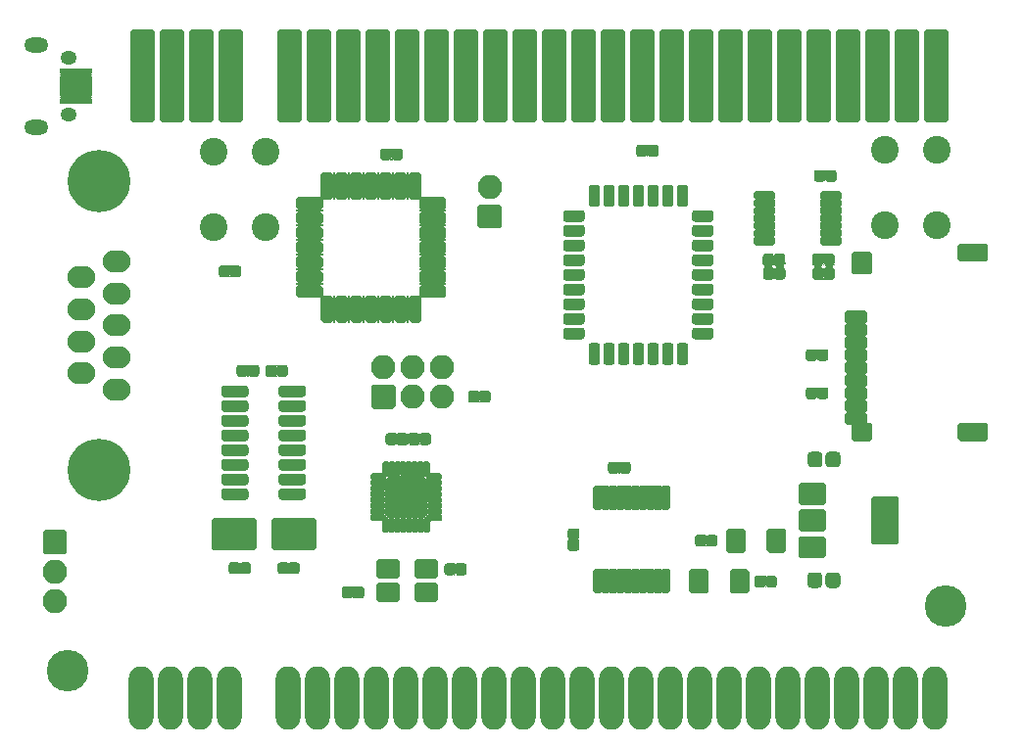
<source format=gbr>
G04 #@! TF.GenerationSoftware,KiCad,Pcbnew,(5.1.8)-1*
G04 #@! TF.CreationDate,2021-04-15T18:07:30+02:00*
G04 #@! TF.ProjectId,ZX Dandanator Mini 2.1b,5a582044-616e-4646-916e-61746f72204d,rev?*
G04 #@! TF.SameCoordinates,Original*
G04 #@! TF.FileFunction,Soldermask,Top*
G04 #@! TF.FilePolarity,Negative*
%FSLAX46Y46*%
G04 Gerber Fmt 4.6, Leading zero omitted, Abs format (unit mm)*
G04 Created by KiCad (PCBNEW (5.1.8)-1) date 2021-04-15 18:07:30*
%MOMM*%
%LPD*%
G01*
G04 APERTURE LIST*
%ADD10O,2.100000X2.100000*%
%ADD11O,1.400000X1.200000*%
%ADD12O,2.100000X1.300000*%
%ADD13C,3.600000*%
%ADD14C,2.398980*%
%ADD15C,5.401260*%
%ADD16O,2.398980X1.901140*%
%ADD17O,2.178000X5.480000*%
%ADD18C,0.100000*%
G04 APERTURE END LIST*
D10*
X152458000Y-83667200D03*
G36*
G01*
X153508000Y-85357200D02*
X153508000Y-87057200D01*
G75*
G02*
X153308000Y-87257200I-200000J0D01*
G01*
X151608000Y-87257200D01*
G75*
G02*
X151408000Y-87057200I0J200000D01*
G01*
X151408000Y-85357200D01*
G75*
G02*
X151608000Y-85157200I200000J0D01*
G01*
X153308000Y-85157200D01*
G75*
G02*
X153508000Y-85357200I0J-200000D01*
G01*
G37*
X114894000Y-119446000D03*
X114894000Y-116906000D03*
G36*
G01*
X113844000Y-115216000D02*
X113844000Y-113516000D01*
G75*
G02*
X114044000Y-113316000I200000J0D01*
G01*
X115744000Y-113316000D01*
G75*
G02*
X115944000Y-113516000I0J-200000D01*
G01*
X115944000Y-115216000D01*
G75*
G02*
X115744000Y-115416000I-200000J0D01*
G01*
X114044000Y-115416000D01*
G75*
G02*
X113844000Y-115216000I0J200000D01*
G01*
G37*
G36*
G01*
X146795000Y-112224000D02*
X143695000Y-112224000D01*
G75*
G02*
X143495000Y-112024000I0J200000D01*
G01*
X143495000Y-108924000D01*
G75*
G02*
X143695000Y-108724000I200000J0D01*
G01*
X146795000Y-108724000D01*
G75*
G02*
X146995000Y-108924000I0J-200000D01*
G01*
X146995000Y-112024000D01*
G75*
G02*
X146795000Y-112224000I-200000J0D01*
G01*
G37*
G36*
G01*
X143282500Y-112549000D02*
X142332500Y-112549000D01*
G75*
G02*
X142170000Y-112386500I0J162500D01*
G01*
X142170000Y-112061500D01*
G75*
G02*
X142332500Y-111899000I162500J0D01*
G01*
X143282500Y-111899000D01*
G75*
G02*
X143445000Y-112061500I0J-162500D01*
G01*
X143445000Y-112386500D01*
G75*
G02*
X143282500Y-112549000I-162500J0D01*
G01*
G37*
G36*
G01*
X143282500Y-112049000D02*
X142332500Y-112049000D01*
G75*
G02*
X142170000Y-111886500I0J162500D01*
G01*
X142170000Y-111561500D01*
G75*
G02*
X142332500Y-111399000I162500J0D01*
G01*
X143282500Y-111399000D01*
G75*
G02*
X143445000Y-111561500I0J-162500D01*
G01*
X143445000Y-111886500D01*
G75*
G02*
X143282500Y-112049000I-162500J0D01*
G01*
G37*
G36*
G01*
X143282500Y-111549000D02*
X142332500Y-111549000D01*
G75*
G02*
X142170000Y-111386500I0J162500D01*
G01*
X142170000Y-111061500D01*
G75*
G02*
X142332500Y-110899000I162500J0D01*
G01*
X143282500Y-110899000D01*
G75*
G02*
X143445000Y-111061500I0J-162500D01*
G01*
X143445000Y-111386500D01*
G75*
G02*
X143282500Y-111549000I-162500J0D01*
G01*
G37*
G36*
G01*
X143282500Y-111049000D02*
X142332500Y-111049000D01*
G75*
G02*
X142170000Y-110886500I0J162500D01*
G01*
X142170000Y-110561500D01*
G75*
G02*
X142332500Y-110399000I162500J0D01*
G01*
X143282500Y-110399000D01*
G75*
G02*
X143445000Y-110561500I0J-162500D01*
G01*
X143445000Y-110886500D01*
G75*
G02*
X143282500Y-111049000I-162500J0D01*
G01*
G37*
G36*
G01*
X143282500Y-110549000D02*
X142332500Y-110549000D01*
G75*
G02*
X142170000Y-110386500I0J162500D01*
G01*
X142170000Y-110061500D01*
G75*
G02*
X142332500Y-109899000I162500J0D01*
G01*
X143282500Y-109899000D01*
G75*
G02*
X143445000Y-110061500I0J-162500D01*
G01*
X143445000Y-110386500D01*
G75*
G02*
X143282500Y-110549000I-162500J0D01*
G01*
G37*
G36*
G01*
X143282500Y-110049000D02*
X142332500Y-110049000D01*
G75*
G02*
X142170000Y-109886500I0J162500D01*
G01*
X142170000Y-109561500D01*
G75*
G02*
X142332500Y-109399000I162500J0D01*
G01*
X143282500Y-109399000D01*
G75*
G02*
X143445000Y-109561500I0J-162500D01*
G01*
X143445000Y-109886500D01*
G75*
G02*
X143282500Y-110049000I-162500J0D01*
G01*
G37*
G36*
G01*
X143282500Y-109549000D02*
X142332500Y-109549000D01*
G75*
G02*
X142170000Y-109386500I0J162500D01*
G01*
X142170000Y-109061500D01*
G75*
G02*
X142332500Y-108899000I162500J0D01*
G01*
X143282500Y-108899000D01*
G75*
G02*
X143445000Y-109061500I0J-162500D01*
G01*
X143445000Y-109386500D01*
G75*
G02*
X143282500Y-109549000I-162500J0D01*
G01*
G37*
G36*
G01*
X143282500Y-109049000D02*
X142332500Y-109049000D01*
G75*
G02*
X142170000Y-108886500I0J162500D01*
G01*
X142170000Y-108561500D01*
G75*
G02*
X142332500Y-108399000I162500J0D01*
G01*
X143282500Y-108399000D01*
G75*
G02*
X143445000Y-108561500I0J-162500D01*
G01*
X143445000Y-108886500D01*
G75*
G02*
X143282500Y-109049000I-162500J0D01*
G01*
G37*
G36*
G01*
X143657500Y-108674000D02*
X143332500Y-108674000D01*
G75*
G02*
X143170000Y-108511500I0J162500D01*
G01*
X143170000Y-107561500D01*
G75*
G02*
X143332500Y-107399000I162500J0D01*
G01*
X143657500Y-107399000D01*
G75*
G02*
X143820000Y-107561500I0J-162500D01*
G01*
X143820000Y-108511500D01*
G75*
G02*
X143657500Y-108674000I-162500J0D01*
G01*
G37*
G36*
G01*
X144157500Y-108674000D02*
X143832500Y-108674000D01*
G75*
G02*
X143670000Y-108511500I0J162500D01*
G01*
X143670000Y-107561500D01*
G75*
G02*
X143832500Y-107399000I162500J0D01*
G01*
X144157500Y-107399000D01*
G75*
G02*
X144320000Y-107561500I0J-162500D01*
G01*
X144320000Y-108511500D01*
G75*
G02*
X144157500Y-108674000I-162500J0D01*
G01*
G37*
G36*
G01*
X144657500Y-108674000D02*
X144332500Y-108674000D01*
G75*
G02*
X144170000Y-108511500I0J162500D01*
G01*
X144170000Y-107561500D01*
G75*
G02*
X144332500Y-107399000I162500J0D01*
G01*
X144657500Y-107399000D01*
G75*
G02*
X144820000Y-107561500I0J-162500D01*
G01*
X144820000Y-108511500D01*
G75*
G02*
X144657500Y-108674000I-162500J0D01*
G01*
G37*
G36*
G01*
X145157500Y-108674000D02*
X144832500Y-108674000D01*
G75*
G02*
X144670000Y-108511500I0J162500D01*
G01*
X144670000Y-107561500D01*
G75*
G02*
X144832500Y-107399000I162500J0D01*
G01*
X145157500Y-107399000D01*
G75*
G02*
X145320000Y-107561500I0J-162500D01*
G01*
X145320000Y-108511500D01*
G75*
G02*
X145157500Y-108674000I-162500J0D01*
G01*
G37*
G36*
G01*
X145657500Y-108674000D02*
X145332500Y-108674000D01*
G75*
G02*
X145170000Y-108511500I0J162500D01*
G01*
X145170000Y-107561500D01*
G75*
G02*
X145332500Y-107399000I162500J0D01*
G01*
X145657500Y-107399000D01*
G75*
G02*
X145820000Y-107561500I0J-162500D01*
G01*
X145820000Y-108511500D01*
G75*
G02*
X145657500Y-108674000I-162500J0D01*
G01*
G37*
G36*
G01*
X146157500Y-108674000D02*
X145832500Y-108674000D01*
G75*
G02*
X145670000Y-108511500I0J162500D01*
G01*
X145670000Y-107561500D01*
G75*
G02*
X145832500Y-107399000I162500J0D01*
G01*
X146157500Y-107399000D01*
G75*
G02*
X146320000Y-107561500I0J-162500D01*
G01*
X146320000Y-108511500D01*
G75*
G02*
X146157500Y-108674000I-162500J0D01*
G01*
G37*
G36*
G01*
X146657500Y-108674000D02*
X146332500Y-108674000D01*
G75*
G02*
X146170000Y-108511500I0J162500D01*
G01*
X146170000Y-107561500D01*
G75*
G02*
X146332500Y-107399000I162500J0D01*
G01*
X146657500Y-107399000D01*
G75*
G02*
X146820000Y-107561500I0J-162500D01*
G01*
X146820000Y-108511500D01*
G75*
G02*
X146657500Y-108674000I-162500J0D01*
G01*
G37*
G36*
G01*
X147157500Y-108674000D02*
X146832500Y-108674000D01*
G75*
G02*
X146670000Y-108511500I0J162500D01*
G01*
X146670000Y-107561500D01*
G75*
G02*
X146832500Y-107399000I162500J0D01*
G01*
X147157500Y-107399000D01*
G75*
G02*
X147320000Y-107561500I0J-162500D01*
G01*
X147320000Y-108511500D01*
G75*
G02*
X147157500Y-108674000I-162500J0D01*
G01*
G37*
G36*
G01*
X148157500Y-109049000D02*
X147207500Y-109049000D01*
G75*
G02*
X147045000Y-108886500I0J162500D01*
G01*
X147045000Y-108561500D01*
G75*
G02*
X147207500Y-108399000I162500J0D01*
G01*
X148157500Y-108399000D01*
G75*
G02*
X148320000Y-108561500I0J-162500D01*
G01*
X148320000Y-108886500D01*
G75*
G02*
X148157500Y-109049000I-162500J0D01*
G01*
G37*
G36*
G01*
X148157500Y-109549000D02*
X147207500Y-109549000D01*
G75*
G02*
X147045000Y-109386500I0J162500D01*
G01*
X147045000Y-109061500D01*
G75*
G02*
X147207500Y-108899000I162500J0D01*
G01*
X148157500Y-108899000D01*
G75*
G02*
X148320000Y-109061500I0J-162500D01*
G01*
X148320000Y-109386500D01*
G75*
G02*
X148157500Y-109549000I-162500J0D01*
G01*
G37*
G36*
G01*
X148157500Y-110049000D02*
X147207500Y-110049000D01*
G75*
G02*
X147045000Y-109886500I0J162500D01*
G01*
X147045000Y-109561500D01*
G75*
G02*
X147207500Y-109399000I162500J0D01*
G01*
X148157500Y-109399000D01*
G75*
G02*
X148320000Y-109561500I0J-162500D01*
G01*
X148320000Y-109886500D01*
G75*
G02*
X148157500Y-110049000I-162500J0D01*
G01*
G37*
G36*
G01*
X148157500Y-110549000D02*
X147207500Y-110549000D01*
G75*
G02*
X147045000Y-110386500I0J162500D01*
G01*
X147045000Y-110061500D01*
G75*
G02*
X147207500Y-109899000I162500J0D01*
G01*
X148157500Y-109899000D01*
G75*
G02*
X148320000Y-110061500I0J-162500D01*
G01*
X148320000Y-110386500D01*
G75*
G02*
X148157500Y-110549000I-162500J0D01*
G01*
G37*
G36*
G01*
X148157500Y-111049000D02*
X147207500Y-111049000D01*
G75*
G02*
X147045000Y-110886500I0J162500D01*
G01*
X147045000Y-110561500D01*
G75*
G02*
X147207500Y-110399000I162500J0D01*
G01*
X148157500Y-110399000D01*
G75*
G02*
X148320000Y-110561500I0J-162500D01*
G01*
X148320000Y-110886500D01*
G75*
G02*
X148157500Y-111049000I-162500J0D01*
G01*
G37*
G36*
G01*
X148157500Y-111549000D02*
X147207500Y-111549000D01*
G75*
G02*
X147045000Y-111386500I0J162500D01*
G01*
X147045000Y-111061500D01*
G75*
G02*
X147207500Y-110899000I162500J0D01*
G01*
X148157500Y-110899000D01*
G75*
G02*
X148320000Y-111061500I0J-162500D01*
G01*
X148320000Y-111386500D01*
G75*
G02*
X148157500Y-111549000I-162500J0D01*
G01*
G37*
G36*
G01*
X148157500Y-112049000D02*
X147207500Y-112049000D01*
G75*
G02*
X147045000Y-111886500I0J162500D01*
G01*
X147045000Y-111561500D01*
G75*
G02*
X147207500Y-111399000I162500J0D01*
G01*
X148157500Y-111399000D01*
G75*
G02*
X148320000Y-111561500I0J-162500D01*
G01*
X148320000Y-111886500D01*
G75*
G02*
X148157500Y-112049000I-162500J0D01*
G01*
G37*
G36*
G01*
X148157500Y-112549000D02*
X147207500Y-112549000D01*
G75*
G02*
X147045000Y-112386500I0J162500D01*
G01*
X147045000Y-112061500D01*
G75*
G02*
X147207500Y-111899000I162500J0D01*
G01*
X148157500Y-111899000D01*
G75*
G02*
X148320000Y-112061500I0J-162500D01*
G01*
X148320000Y-112386500D01*
G75*
G02*
X148157500Y-112549000I-162500J0D01*
G01*
G37*
G36*
G01*
X147157500Y-113549000D02*
X146832500Y-113549000D01*
G75*
G02*
X146670000Y-113386500I0J162500D01*
G01*
X146670000Y-112436500D01*
G75*
G02*
X146832500Y-112274000I162500J0D01*
G01*
X147157500Y-112274000D01*
G75*
G02*
X147320000Y-112436500I0J-162500D01*
G01*
X147320000Y-113386500D01*
G75*
G02*
X147157500Y-113549000I-162500J0D01*
G01*
G37*
G36*
G01*
X146657500Y-113549000D02*
X146332500Y-113549000D01*
G75*
G02*
X146170000Y-113386500I0J162500D01*
G01*
X146170000Y-112436500D01*
G75*
G02*
X146332500Y-112274000I162500J0D01*
G01*
X146657500Y-112274000D01*
G75*
G02*
X146820000Y-112436500I0J-162500D01*
G01*
X146820000Y-113386500D01*
G75*
G02*
X146657500Y-113549000I-162500J0D01*
G01*
G37*
G36*
G01*
X146157500Y-113549000D02*
X145832500Y-113549000D01*
G75*
G02*
X145670000Y-113386500I0J162500D01*
G01*
X145670000Y-112436500D01*
G75*
G02*
X145832500Y-112274000I162500J0D01*
G01*
X146157500Y-112274000D01*
G75*
G02*
X146320000Y-112436500I0J-162500D01*
G01*
X146320000Y-113386500D01*
G75*
G02*
X146157500Y-113549000I-162500J0D01*
G01*
G37*
G36*
G01*
X145657500Y-113549000D02*
X145332500Y-113549000D01*
G75*
G02*
X145170000Y-113386500I0J162500D01*
G01*
X145170000Y-112436500D01*
G75*
G02*
X145332500Y-112274000I162500J0D01*
G01*
X145657500Y-112274000D01*
G75*
G02*
X145820000Y-112436500I0J-162500D01*
G01*
X145820000Y-113386500D01*
G75*
G02*
X145657500Y-113549000I-162500J0D01*
G01*
G37*
G36*
G01*
X145157500Y-113549000D02*
X144832500Y-113549000D01*
G75*
G02*
X144670000Y-113386500I0J162500D01*
G01*
X144670000Y-112436500D01*
G75*
G02*
X144832500Y-112274000I162500J0D01*
G01*
X145157500Y-112274000D01*
G75*
G02*
X145320000Y-112436500I0J-162500D01*
G01*
X145320000Y-113386500D01*
G75*
G02*
X145157500Y-113549000I-162500J0D01*
G01*
G37*
G36*
G01*
X144657500Y-113549000D02*
X144332500Y-113549000D01*
G75*
G02*
X144170000Y-113386500I0J162500D01*
G01*
X144170000Y-112436500D01*
G75*
G02*
X144332500Y-112274000I162500J0D01*
G01*
X144657500Y-112274000D01*
G75*
G02*
X144820000Y-112436500I0J-162500D01*
G01*
X144820000Y-113386500D01*
G75*
G02*
X144657500Y-113549000I-162500J0D01*
G01*
G37*
G36*
G01*
X144157500Y-113549000D02*
X143832500Y-113549000D01*
G75*
G02*
X143670000Y-113386500I0J162500D01*
G01*
X143670000Y-112436500D01*
G75*
G02*
X143832500Y-112274000I162500J0D01*
G01*
X144157500Y-112274000D01*
G75*
G02*
X144320000Y-112436500I0J-162500D01*
G01*
X144320000Y-113386500D01*
G75*
G02*
X144157500Y-113549000I-162500J0D01*
G01*
G37*
G36*
G01*
X143657500Y-113549000D02*
X143332500Y-113549000D01*
G75*
G02*
X143170000Y-113386500I0J162500D01*
G01*
X143170000Y-112436500D01*
G75*
G02*
X143332500Y-112274000I162500J0D01*
G01*
X143657500Y-112274000D01*
G75*
G02*
X143820000Y-112436500I0J-162500D01*
G01*
X143820000Y-113386500D01*
G75*
G02*
X143657500Y-113549000I-162500J0D01*
G01*
G37*
G36*
G01*
X133621000Y-114885000D02*
X133621000Y-112485000D01*
G75*
G02*
X133821000Y-112285000I200000J0D01*
G01*
X137321000Y-112285000D01*
G75*
G02*
X137521000Y-112485000I0J-200000D01*
G01*
X137521000Y-114885000D01*
G75*
G02*
X137321000Y-115085000I-200000J0D01*
G01*
X133821000Y-115085000D01*
G75*
G02*
X133621000Y-114885000I0J200000D01*
G01*
G37*
G36*
G01*
X128421000Y-114885000D02*
X128421000Y-112485000D01*
G75*
G02*
X128621000Y-112285000I200000J0D01*
G01*
X132121000Y-112285000D01*
G75*
G02*
X132321000Y-112485000I0J-200000D01*
G01*
X132321000Y-114885000D01*
G75*
G02*
X132121000Y-115085000I-200000J0D01*
G01*
X128621000Y-115085000D01*
G75*
G02*
X128421000Y-114885000I0J200000D01*
G01*
G37*
G36*
G01*
X134230000Y-101582000D02*
X134230000Y-101082000D01*
G75*
G02*
X134480000Y-100832000I250000J0D01*
G01*
X136330000Y-100832000D01*
G75*
G02*
X136580000Y-101082000I0J-250000D01*
G01*
X136580000Y-101582000D01*
G75*
G02*
X136330000Y-101832000I-250000J0D01*
G01*
X134480000Y-101832000D01*
G75*
G02*
X134230000Y-101582000I0J250000D01*
G01*
G37*
G36*
G01*
X134230000Y-102852000D02*
X134230000Y-102352000D01*
G75*
G02*
X134480000Y-102102000I250000J0D01*
G01*
X136330000Y-102102000D01*
G75*
G02*
X136580000Y-102352000I0J-250000D01*
G01*
X136580000Y-102852000D01*
G75*
G02*
X136330000Y-103102000I-250000J0D01*
G01*
X134480000Y-103102000D01*
G75*
G02*
X134230000Y-102852000I0J250000D01*
G01*
G37*
G36*
G01*
X134230000Y-104122000D02*
X134230000Y-103622000D01*
G75*
G02*
X134480000Y-103372000I250000J0D01*
G01*
X136330000Y-103372000D01*
G75*
G02*
X136580000Y-103622000I0J-250000D01*
G01*
X136580000Y-104122000D01*
G75*
G02*
X136330000Y-104372000I-250000J0D01*
G01*
X134480000Y-104372000D01*
G75*
G02*
X134230000Y-104122000I0J250000D01*
G01*
G37*
G36*
G01*
X134230000Y-105392000D02*
X134230000Y-104892000D01*
G75*
G02*
X134480000Y-104642000I250000J0D01*
G01*
X136330000Y-104642000D01*
G75*
G02*
X136580000Y-104892000I0J-250000D01*
G01*
X136580000Y-105392000D01*
G75*
G02*
X136330000Y-105642000I-250000J0D01*
G01*
X134480000Y-105642000D01*
G75*
G02*
X134230000Y-105392000I0J250000D01*
G01*
G37*
G36*
G01*
X134230000Y-106662000D02*
X134230000Y-106162000D01*
G75*
G02*
X134480000Y-105912000I250000J0D01*
G01*
X136330000Y-105912000D01*
G75*
G02*
X136580000Y-106162000I0J-250000D01*
G01*
X136580000Y-106662000D01*
G75*
G02*
X136330000Y-106912000I-250000J0D01*
G01*
X134480000Y-106912000D01*
G75*
G02*
X134230000Y-106662000I0J250000D01*
G01*
G37*
G36*
G01*
X134230000Y-107932000D02*
X134230000Y-107432000D01*
G75*
G02*
X134480000Y-107182000I250000J0D01*
G01*
X136330000Y-107182000D01*
G75*
G02*
X136580000Y-107432000I0J-250000D01*
G01*
X136580000Y-107932000D01*
G75*
G02*
X136330000Y-108182000I-250000J0D01*
G01*
X134480000Y-108182000D01*
G75*
G02*
X134230000Y-107932000I0J250000D01*
G01*
G37*
G36*
G01*
X134230000Y-109202000D02*
X134230000Y-108702000D01*
G75*
G02*
X134480000Y-108452000I250000J0D01*
G01*
X136330000Y-108452000D01*
G75*
G02*
X136580000Y-108702000I0J-250000D01*
G01*
X136580000Y-109202000D01*
G75*
G02*
X136330000Y-109452000I-250000J0D01*
G01*
X134480000Y-109452000D01*
G75*
G02*
X134230000Y-109202000I0J250000D01*
G01*
G37*
G36*
G01*
X134230000Y-110472000D02*
X134230000Y-109972000D01*
G75*
G02*
X134480000Y-109722000I250000J0D01*
G01*
X136330000Y-109722000D01*
G75*
G02*
X136580000Y-109972000I0J-250000D01*
G01*
X136580000Y-110472000D01*
G75*
G02*
X136330000Y-110722000I-250000J0D01*
G01*
X134480000Y-110722000D01*
G75*
G02*
X134230000Y-110472000I0J250000D01*
G01*
G37*
G36*
G01*
X129280000Y-110472000D02*
X129280000Y-109972000D01*
G75*
G02*
X129530000Y-109722000I250000J0D01*
G01*
X131380000Y-109722000D01*
G75*
G02*
X131630000Y-109972000I0J-250000D01*
G01*
X131630000Y-110472000D01*
G75*
G02*
X131380000Y-110722000I-250000J0D01*
G01*
X129530000Y-110722000D01*
G75*
G02*
X129280000Y-110472000I0J250000D01*
G01*
G37*
G36*
G01*
X129280000Y-109202000D02*
X129280000Y-108702000D01*
G75*
G02*
X129530000Y-108452000I250000J0D01*
G01*
X131380000Y-108452000D01*
G75*
G02*
X131630000Y-108702000I0J-250000D01*
G01*
X131630000Y-109202000D01*
G75*
G02*
X131380000Y-109452000I-250000J0D01*
G01*
X129530000Y-109452000D01*
G75*
G02*
X129280000Y-109202000I0J250000D01*
G01*
G37*
G36*
G01*
X129280000Y-107932000D02*
X129280000Y-107432000D01*
G75*
G02*
X129530000Y-107182000I250000J0D01*
G01*
X131380000Y-107182000D01*
G75*
G02*
X131630000Y-107432000I0J-250000D01*
G01*
X131630000Y-107932000D01*
G75*
G02*
X131380000Y-108182000I-250000J0D01*
G01*
X129530000Y-108182000D01*
G75*
G02*
X129280000Y-107932000I0J250000D01*
G01*
G37*
G36*
G01*
X129280000Y-106662000D02*
X129280000Y-106162000D01*
G75*
G02*
X129530000Y-105912000I250000J0D01*
G01*
X131380000Y-105912000D01*
G75*
G02*
X131630000Y-106162000I0J-250000D01*
G01*
X131630000Y-106662000D01*
G75*
G02*
X131380000Y-106912000I-250000J0D01*
G01*
X129530000Y-106912000D01*
G75*
G02*
X129280000Y-106662000I0J250000D01*
G01*
G37*
G36*
G01*
X129280000Y-105392000D02*
X129280000Y-104892000D01*
G75*
G02*
X129530000Y-104642000I250000J0D01*
G01*
X131380000Y-104642000D01*
G75*
G02*
X131630000Y-104892000I0J-250000D01*
G01*
X131630000Y-105392000D01*
G75*
G02*
X131380000Y-105642000I-250000J0D01*
G01*
X129530000Y-105642000D01*
G75*
G02*
X129280000Y-105392000I0J250000D01*
G01*
G37*
G36*
G01*
X129280000Y-104122000D02*
X129280000Y-103622000D01*
G75*
G02*
X129530000Y-103372000I250000J0D01*
G01*
X131380000Y-103372000D01*
G75*
G02*
X131630000Y-103622000I0J-250000D01*
G01*
X131630000Y-104122000D01*
G75*
G02*
X131380000Y-104372000I-250000J0D01*
G01*
X129530000Y-104372000D01*
G75*
G02*
X129280000Y-104122000I0J250000D01*
G01*
G37*
G36*
G01*
X129280000Y-102852000D02*
X129280000Y-102352000D01*
G75*
G02*
X129530000Y-102102000I250000J0D01*
G01*
X131380000Y-102102000D01*
G75*
G02*
X131630000Y-102352000I0J-250000D01*
G01*
X131630000Y-102852000D01*
G75*
G02*
X131380000Y-103102000I-250000J0D01*
G01*
X129530000Y-103102000D01*
G75*
G02*
X129280000Y-102852000I0J250000D01*
G01*
G37*
G36*
G01*
X129280000Y-101582000D02*
X129280000Y-101082000D01*
G75*
G02*
X129530000Y-100832000I250000J0D01*
G01*
X131380000Y-100832000D01*
G75*
G02*
X131630000Y-101082000I0J-250000D01*
G01*
X131630000Y-101582000D01*
G75*
G02*
X131380000Y-101832000I-250000J0D01*
G01*
X129530000Y-101832000D01*
G75*
G02*
X129280000Y-101582000I0J250000D01*
G01*
G37*
G36*
G01*
X135095000Y-116356000D02*
X135095000Y-116896000D01*
G75*
G02*
X134855000Y-117136000I-240000J0D01*
G01*
X134375000Y-117136000D01*
G75*
G02*
X134135000Y-116896000I0J240000D01*
G01*
X134135000Y-116356000D01*
G75*
G02*
X134375000Y-116116000I240000J0D01*
G01*
X134855000Y-116116000D01*
G75*
G02*
X135095000Y-116356000I0J-240000D01*
G01*
G37*
G36*
G01*
X136055000Y-116356000D02*
X136055000Y-116896000D01*
G75*
G02*
X135815000Y-117136000I-240000J0D01*
G01*
X135335000Y-117136000D01*
G75*
G02*
X135095000Y-116896000I0J240000D01*
G01*
X135095000Y-116356000D01*
G75*
G02*
X135335000Y-116116000I240000J0D01*
G01*
X135815000Y-116116000D01*
G75*
G02*
X136055000Y-116356000I0J-240000D01*
G01*
G37*
G36*
G01*
X130878000Y-116881000D02*
X130878000Y-116341000D01*
G75*
G02*
X131118000Y-116101000I240000J0D01*
G01*
X131598000Y-116101000D01*
G75*
G02*
X131838000Y-116341000I0J-240000D01*
G01*
X131838000Y-116881000D01*
G75*
G02*
X131598000Y-117121000I-240000J0D01*
G01*
X131118000Y-117121000D01*
G75*
G02*
X130878000Y-116881000I0J240000D01*
G01*
G37*
G36*
G01*
X129918000Y-116881000D02*
X129918000Y-116341000D01*
G75*
G02*
X130158000Y-116101000I240000J0D01*
G01*
X130638000Y-116101000D01*
G75*
G02*
X130878000Y-116341000I0J-240000D01*
G01*
X130878000Y-116881000D01*
G75*
G02*
X130638000Y-117121000I-240000J0D01*
G01*
X130158000Y-117121000D01*
G75*
G02*
X129918000Y-116881000I0J240000D01*
G01*
G37*
D11*
X116067000Y-77364800D03*
X116067000Y-72514800D03*
G36*
G01*
X115395600Y-75985200D02*
X118045600Y-75985200D01*
G75*
G02*
X118095600Y-76035200I0J-50000D01*
G01*
X118095600Y-76435200D01*
G75*
G02*
X118045600Y-76485200I-50000J0D01*
G01*
X115395600Y-76485200D01*
G75*
G02*
X115345600Y-76435200I0J50000D01*
G01*
X115345600Y-76035200D01*
G75*
G02*
X115395600Y-75985200I50000J0D01*
G01*
G37*
G36*
G01*
X115395600Y-75339800D02*
X118045600Y-75339800D01*
G75*
G02*
X118095600Y-75389800I0J-50000D01*
G01*
X118095600Y-75789800D01*
G75*
G02*
X118045600Y-75839800I-50000J0D01*
G01*
X115395600Y-75839800D01*
G75*
G02*
X115345600Y-75789800I0J50000D01*
G01*
X115345600Y-75389800D01*
G75*
G02*
X115395600Y-75339800I50000J0D01*
G01*
G37*
G36*
G01*
X115395600Y-74689800D02*
X118045600Y-74689800D01*
G75*
G02*
X118095600Y-74739800I0J-50000D01*
G01*
X118095600Y-75139800D01*
G75*
G02*
X118045600Y-75189800I-50000J0D01*
G01*
X115395600Y-75189800D01*
G75*
G02*
X115345600Y-75139800I0J50000D01*
G01*
X115345600Y-74739800D01*
G75*
G02*
X115395600Y-74689800I50000J0D01*
G01*
G37*
G36*
G01*
X115395600Y-74039800D02*
X118045600Y-74039800D01*
G75*
G02*
X118095600Y-74089800I0J-50000D01*
G01*
X118095600Y-74489800D01*
G75*
G02*
X118045600Y-74539800I-50000J0D01*
G01*
X115395600Y-74539800D01*
G75*
G02*
X115345600Y-74489800I0J50000D01*
G01*
X115345600Y-74089800D01*
G75*
G02*
X115395600Y-74039800I50000J0D01*
G01*
G37*
G36*
G01*
X115395600Y-73389800D02*
X118045600Y-73389800D01*
G75*
G02*
X118095600Y-73439800I0J-50000D01*
G01*
X118095600Y-73839800D01*
G75*
G02*
X118045600Y-73889800I-50000J0D01*
G01*
X115395600Y-73889800D01*
G75*
G02*
X115345600Y-73839800I0J50000D01*
G01*
X115345600Y-73439800D01*
G75*
G02*
X115395600Y-73389800I50000J0D01*
G01*
G37*
D12*
X113317000Y-78514800D03*
X113317000Y-71364800D03*
G36*
G01*
X181481000Y-107576000D02*
X181481000Y-106876000D01*
G75*
G02*
X181806000Y-106551000I325000J0D01*
G01*
X182456000Y-106551000D01*
G75*
G02*
X182781000Y-106876000I0J-325000D01*
G01*
X182781000Y-107576000D01*
G75*
G02*
X182456000Y-107901000I-325000J0D01*
G01*
X181806000Y-107901000D01*
G75*
G02*
X181481000Y-107576000I0J325000D01*
G01*
G37*
G36*
G01*
X179931000Y-107576000D02*
X179931000Y-106876000D01*
G75*
G02*
X180256000Y-106551000I325000J0D01*
G01*
X180906000Y-106551000D01*
G75*
G02*
X181231000Y-106876000I0J-325000D01*
G01*
X181231000Y-107576000D01*
G75*
G02*
X180906000Y-107901000I-325000J0D01*
G01*
X180256000Y-107901000D01*
G75*
G02*
X179931000Y-107576000I0J325000D01*
G01*
G37*
G36*
G01*
X181466000Y-118007000D02*
X181466000Y-117307000D01*
G75*
G02*
X181791000Y-116982000I325000J0D01*
G01*
X182441000Y-116982000D01*
G75*
G02*
X182766000Y-117307000I0J-325000D01*
G01*
X182766000Y-118007000D01*
G75*
G02*
X182441000Y-118332000I-325000J0D01*
G01*
X181791000Y-118332000D01*
G75*
G02*
X181466000Y-118007000I0J325000D01*
G01*
G37*
G36*
G01*
X179916000Y-118007000D02*
X179916000Y-117307000D01*
G75*
G02*
X180241000Y-116982000I325000J0D01*
G01*
X180891000Y-116982000D01*
G75*
G02*
X181216000Y-117307000I0J-325000D01*
G01*
X181216000Y-118007000D01*
G75*
G02*
X180891000Y-118332000I-325000J0D01*
G01*
X180241000Y-118332000D01*
G75*
G02*
X179916000Y-118007000I0J325000D01*
G01*
G37*
D13*
X191851000Y-119860000D03*
X116032000Y-125448000D03*
G36*
G01*
X179127000Y-110954000D02*
X179127000Y-109454000D01*
G75*
G02*
X179327000Y-109254000I200000J0D01*
G01*
X181327000Y-109254000D01*
G75*
G02*
X181527000Y-109454000I0J-200000D01*
G01*
X181527000Y-110954000D01*
G75*
G02*
X181327000Y-111154000I-200000J0D01*
G01*
X179327000Y-111154000D01*
G75*
G02*
X179127000Y-110954000I0J200000D01*
G01*
G37*
G36*
G01*
X179127000Y-115554000D02*
X179127000Y-114054000D01*
G75*
G02*
X179327000Y-113854000I200000J0D01*
G01*
X181327000Y-113854000D01*
G75*
G02*
X181527000Y-114054000I0J-200000D01*
G01*
X181527000Y-115554000D01*
G75*
G02*
X181327000Y-115754000I-200000J0D01*
G01*
X179327000Y-115754000D01*
G75*
G02*
X179127000Y-115554000I0J200000D01*
G01*
G37*
G36*
G01*
X179127000Y-113254000D02*
X179127000Y-111754000D01*
G75*
G02*
X179327000Y-111554000I200000J0D01*
G01*
X181327000Y-111554000D01*
G75*
G02*
X181527000Y-111754000I0J-200000D01*
G01*
X181527000Y-113254000D01*
G75*
G02*
X181327000Y-113454000I-200000J0D01*
G01*
X179327000Y-113454000D01*
G75*
G02*
X179127000Y-113254000I0J200000D01*
G01*
G37*
G36*
G01*
X185427000Y-114404000D02*
X185427000Y-110604000D01*
G75*
G02*
X185627000Y-110404000I200000J0D01*
G01*
X187627000Y-110404000D01*
G75*
G02*
X187827000Y-110604000I0J-200000D01*
G01*
X187827000Y-114404000D01*
G75*
G02*
X187627000Y-114604000I-200000J0D01*
G01*
X185627000Y-114604000D01*
G75*
G02*
X185427000Y-114404000I0J200000D01*
G01*
G37*
D10*
X148363000Y-99256000D03*
X148363000Y-101796000D03*
X145823000Y-99256000D03*
X145823000Y-101796000D03*
X143283000Y-99256000D03*
G36*
G01*
X144133000Y-102846000D02*
X142433000Y-102846000D01*
G75*
G02*
X142233000Y-102646000I0J200000D01*
G01*
X142233000Y-100946000D01*
G75*
G02*
X142433000Y-100746000I200000J0D01*
G01*
X144133000Y-100746000D01*
G75*
G02*
X144333000Y-100946000I0J-200000D01*
G01*
X144333000Y-102646000D01*
G75*
G02*
X144133000Y-102846000I-200000J0D01*
G01*
G37*
G36*
G01*
X176299000Y-118054500D02*
X176299000Y-117509500D01*
G75*
G02*
X176546500Y-117262000I247500J0D01*
G01*
X177041500Y-117262000D01*
G75*
G02*
X177289000Y-117509500I0J-247500D01*
G01*
X177289000Y-118054500D01*
G75*
G02*
X177041500Y-118302000I-247500J0D01*
G01*
X176546500Y-118302000D01*
G75*
G02*
X176299000Y-118054500I0J247500D01*
G01*
G37*
G36*
G01*
X175329000Y-118054500D02*
X175329000Y-117509500D01*
G75*
G02*
X175576500Y-117262000I247500J0D01*
G01*
X176071500Y-117262000D01*
G75*
G02*
X176319000Y-117509500I0J-247500D01*
G01*
X176319000Y-118054500D01*
G75*
G02*
X176071500Y-118302000I-247500J0D01*
G01*
X175576500Y-118302000D01*
G75*
G02*
X175329000Y-118054500I0J247500D01*
G01*
G37*
G36*
G01*
X163680000Y-107674500D02*
X163680000Y-108219500D01*
G75*
G02*
X163432500Y-108467000I-247500J0D01*
G01*
X162937500Y-108467000D01*
G75*
G02*
X162690000Y-108219500I0J247500D01*
G01*
X162690000Y-107674500D01*
G75*
G02*
X162937500Y-107427000I247500J0D01*
G01*
X163432500Y-107427000D01*
G75*
G02*
X163680000Y-107674500I0J-247500D01*
G01*
G37*
G36*
G01*
X164650000Y-107674500D02*
X164650000Y-108219500D01*
G75*
G02*
X164402500Y-108467000I-247500J0D01*
G01*
X163907500Y-108467000D01*
G75*
G02*
X163660000Y-108219500I0J247500D01*
G01*
X163660000Y-107674500D01*
G75*
G02*
X163907500Y-107427000I247500J0D01*
G01*
X164402500Y-107427000D01*
G75*
G02*
X164650000Y-107674500I0J-247500D01*
G01*
G37*
G36*
G01*
X131590000Y-99290100D02*
X131590000Y-99835100D01*
G75*
G02*
X131342500Y-100082600I-247500J0D01*
G01*
X130847500Y-100082600D01*
G75*
G02*
X130600000Y-99835100I0J247500D01*
G01*
X130600000Y-99290100D01*
G75*
G02*
X130847500Y-99042600I247500J0D01*
G01*
X131342500Y-99042600D01*
G75*
G02*
X131590000Y-99290100I0J-247500D01*
G01*
G37*
G36*
G01*
X132560000Y-99290100D02*
X132560000Y-99835100D01*
G75*
G02*
X132312500Y-100082600I-247500J0D01*
G01*
X131817500Y-100082600D01*
G75*
G02*
X131570000Y-99835100I0J247500D01*
G01*
X131570000Y-99290100D01*
G75*
G02*
X131817500Y-99042600I247500J0D01*
G01*
X132312500Y-99042600D01*
G75*
G02*
X132560000Y-99290100I0J-247500D01*
G01*
G37*
G36*
G01*
X134046000Y-99835100D02*
X134046000Y-99290100D01*
G75*
G02*
X134293500Y-99042600I247500J0D01*
G01*
X134788500Y-99042600D01*
G75*
G02*
X135036000Y-99290100I0J-247500D01*
G01*
X135036000Y-99835100D01*
G75*
G02*
X134788500Y-100082600I-247500J0D01*
G01*
X134293500Y-100082600D01*
G75*
G02*
X134046000Y-99835100I0J247500D01*
G01*
G37*
G36*
G01*
X133076000Y-99835100D02*
X133076000Y-99290100D01*
G75*
G02*
X133323500Y-99042600I247500J0D01*
G01*
X133818500Y-99042600D01*
G75*
G02*
X134066000Y-99290100I0J-247500D01*
G01*
X134066000Y-99835100D01*
G75*
G02*
X133818500Y-100082600I-247500J0D01*
G01*
X133323500Y-100082600D01*
G75*
G02*
X133076000Y-99835100I0J247500D01*
G01*
G37*
G36*
G01*
X143972000Y-81110100D02*
X143972000Y-80565100D01*
G75*
G02*
X144219500Y-80317600I247500J0D01*
G01*
X144714500Y-80317600D01*
G75*
G02*
X144962000Y-80565100I0J-247500D01*
G01*
X144962000Y-81110100D01*
G75*
G02*
X144714500Y-81357600I-247500J0D01*
G01*
X144219500Y-81357600D01*
G75*
G02*
X143972000Y-81110100I0J247500D01*
G01*
G37*
G36*
G01*
X143002000Y-81110100D02*
X143002000Y-80565100D01*
G75*
G02*
X143249500Y-80317600I247500J0D01*
G01*
X143744500Y-80317600D01*
G75*
G02*
X143992000Y-80565100I0J-247500D01*
G01*
X143992000Y-81110100D01*
G75*
G02*
X143744500Y-81357600I-247500J0D01*
G01*
X143249500Y-81357600D01*
G75*
G02*
X143002000Y-81110100I0J247500D01*
G01*
G37*
G36*
G01*
X166098000Y-80250200D02*
X166098000Y-80795200D01*
G75*
G02*
X165850500Y-81042700I-247500J0D01*
G01*
X165355500Y-81042700D01*
G75*
G02*
X165108000Y-80795200I0J247500D01*
G01*
X165108000Y-80250200D01*
G75*
G02*
X165355500Y-80002700I247500J0D01*
G01*
X165850500Y-80002700D01*
G75*
G02*
X166098000Y-80250200I0J-247500D01*
G01*
G37*
G36*
G01*
X167068000Y-80250200D02*
X167068000Y-80795200D01*
G75*
G02*
X166820500Y-81042700I-247500J0D01*
G01*
X166325500Y-81042700D01*
G75*
G02*
X166078000Y-80795200I0J247500D01*
G01*
X166078000Y-80250200D01*
G75*
G02*
X166325500Y-80002700I247500J0D01*
G01*
X166820500Y-80002700D01*
G75*
G02*
X167068000Y-80250200I0J-247500D01*
G01*
G37*
G36*
G01*
X130015000Y-91229500D02*
X130015000Y-90684500D01*
G75*
G02*
X130262500Y-90437000I247500J0D01*
G01*
X130757500Y-90437000D01*
G75*
G02*
X131005000Y-90684500I0J-247500D01*
G01*
X131005000Y-91229500D01*
G75*
G02*
X130757500Y-91477000I-247500J0D01*
G01*
X130262500Y-91477000D01*
G75*
G02*
X130015000Y-91229500I0J247500D01*
G01*
G37*
G36*
G01*
X129045000Y-91229500D02*
X129045000Y-90684500D01*
G75*
G02*
X129292500Y-90437000I247500J0D01*
G01*
X129787500Y-90437000D01*
G75*
G02*
X130035000Y-90684500I0J-247500D01*
G01*
X130035000Y-91229500D01*
G75*
G02*
X129787500Y-91477000I-247500J0D01*
G01*
X129292500Y-91477000D01*
G75*
G02*
X129045000Y-91229500I0J247500D01*
G01*
G37*
G36*
G01*
X159437500Y-114144000D02*
X159982500Y-114144000D01*
G75*
G02*
X160230000Y-114391500I0J-247500D01*
G01*
X160230000Y-114886500D01*
G75*
G02*
X159982500Y-115134000I-247500J0D01*
G01*
X159437500Y-115134000D01*
G75*
G02*
X159190000Y-114886500I0J247500D01*
G01*
X159190000Y-114391500D01*
G75*
G02*
X159437500Y-114144000I247500J0D01*
G01*
G37*
G36*
G01*
X159437500Y-113174000D02*
X159982500Y-113174000D01*
G75*
G02*
X160230000Y-113421500I0J-247500D01*
G01*
X160230000Y-113916500D01*
G75*
G02*
X159982500Y-114164000I-247500J0D01*
G01*
X159437500Y-114164000D01*
G75*
G02*
X159190000Y-113916500I0J247500D01*
G01*
X159190000Y-113421500D01*
G75*
G02*
X159437500Y-113174000I247500J0D01*
G01*
G37*
G36*
G01*
X142686000Y-117366000D02*
X142686000Y-116066000D01*
G75*
G02*
X142886000Y-115866000I200000J0D01*
G01*
X144486000Y-115866000D01*
G75*
G02*
X144686000Y-116066000I0J-200000D01*
G01*
X144686000Y-117366000D01*
G75*
G02*
X144486000Y-117566000I-200000J0D01*
G01*
X142886000Y-117566000D01*
G75*
G02*
X142686000Y-117366000I0J200000D01*
G01*
G37*
G36*
G01*
X145986000Y-117366000D02*
X145986000Y-116066000D01*
G75*
G02*
X146186000Y-115866000I200000J0D01*
G01*
X147786000Y-115866000D01*
G75*
G02*
X147986000Y-116066000I0J-200000D01*
G01*
X147986000Y-117366000D01*
G75*
G02*
X147786000Y-117566000I-200000J0D01*
G01*
X146186000Y-117566000D01*
G75*
G02*
X145986000Y-117366000I0J200000D01*
G01*
G37*
G36*
G01*
X145986000Y-119366000D02*
X145986000Y-118066000D01*
G75*
G02*
X146186000Y-117866000I200000J0D01*
G01*
X147786000Y-117866000D01*
G75*
G02*
X147986000Y-118066000I0J-200000D01*
G01*
X147986000Y-119366000D01*
G75*
G02*
X147786000Y-119566000I-200000J0D01*
G01*
X146186000Y-119566000D01*
G75*
G02*
X145986000Y-119366000I0J200000D01*
G01*
G37*
G36*
G01*
X142686000Y-119366000D02*
X142686000Y-118066000D01*
G75*
G02*
X142886000Y-117866000I200000J0D01*
G01*
X144486000Y-117866000D01*
G75*
G02*
X144686000Y-118066000I0J-200000D01*
G01*
X144686000Y-119366000D01*
G75*
G02*
X144486000Y-119566000I-200000J0D01*
G01*
X142886000Y-119566000D01*
G75*
G02*
X142686000Y-119366000I0J200000D01*
G01*
G37*
G36*
G01*
X181010000Y-84607100D02*
X181010000Y-84207100D01*
G75*
G02*
X181210000Y-84007100I200000J0D01*
G01*
X182685000Y-84007100D01*
G75*
G02*
X182885000Y-84207100I0J-200000D01*
G01*
X182885000Y-84607100D01*
G75*
G02*
X182685000Y-84807100I-200000J0D01*
G01*
X181210000Y-84807100D01*
G75*
G02*
X181010000Y-84607100I0J200000D01*
G01*
G37*
G36*
G01*
X181010000Y-85257100D02*
X181010000Y-84857100D01*
G75*
G02*
X181210000Y-84657100I200000J0D01*
G01*
X182685000Y-84657100D01*
G75*
G02*
X182885000Y-84857100I0J-200000D01*
G01*
X182885000Y-85257100D01*
G75*
G02*
X182685000Y-85457100I-200000J0D01*
G01*
X181210000Y-85457100D01*
G75*
G02*
X181010000Y-85257100I0J200000D01*
G01*
G37*
G36*
G01*
X181010000Y-85907100D02*
X181010000Y-85507100D01*
G75*
G02*
X181210000Y-85307100I200000J0D01*
G01*
X182685000Y-85307100D01*
G75*
G02*
X182885000Y-85507100I0J-200000D01*
G01*
X182885000Y-85907100D01*
G75*
G02*
X182685000Y-86107100I-200000J0D01*
G01*
X181210000Y-86107100D01*
G75*
G02*
X181010000Y-85907100I0J200000D01*
G01*
G37*
G36*
G01*
X181010000Y-86557100D02*
X181010000Y-86157100D01*
G75*
G02*
X181210000Y-85957100I200000J0D01*
G01*
X182685000Y-85957100D01*
G75*
G02*
X182885000Y-86157100I0J-200000D01*
G01*
X182885000Y-86557100D01*
G75*
G02*
X182685000Y-86757100I-200000J0D01*
G01*
X181210000Y-86757100D01*
G75*
G02*
X181010000Y-86557100I0J200000D01*
G01*
G37*
G36*
G01*
X181010000Y-87207100D02*
X181010000Y-86807100D01*
G75*
G02*
X181210000Y-86607100I200000J0D01*
G01*
X182685000Y-86607100D01*
G75*
G02*
X182885000Y-86807100I0J-200000D01*
G01*
X182885000Y-87207100D01*
G75*
G02*
X182685000Y-87407100I-200000J0D01*
G01*
X181210000Y-87407100D01*
G75*
G02*
X181010000Y-87207100I0J200000D01*
G01*
G37*
G36*
G01*
X181010000Y-87857100D02*
X181010000Y-87457100D01*
G75*
G02*
X181210000Y-87257100I200000J0D01*
G01*
X182685000Y-87257100D01*
G75*
G02*
X182885000Y-87457100I0J-200000D01*
G01*
X182885000Y-87857100D01*
G75*
G02*
X182685000Y-88057100I-200000J0D01*
G01*
X181210000Y-88057100D01*
G75*
G02*
X181010000Y-87857100I0J200000D01*
G01*
G37*
G36*
G01*
X181010000Y-88507100D02*
X181010000Y-88107100D01*
G75*
G02*
X181210000Y-87907100I200000J0D01*
G01*
X182685000Y-87907100D01*
G75*
G02*
X182885000Y-88107100I0J-200000D01*
G01*
X182885000Y-88507100D01*
G75*
G02*
X182685000Y-88707100I-200000J0D01*
G01*
X181210000Y-88707100D01*
G75*
G02*
X181010000Y-88507100I0J200000D01*
G01*
G37*
G36*
G01*
X175285000Y-88507100D02*
X175285000Y-88107100D01*
G75*
G02*
X175485000Y-87907100I200000J0D01*
G01*
X176960000Y-87907100D01*
G75*
G02*
X177160000Y-88107100I0J-200000D01*
G01*
X177160000Y-88507100D01*
G75*
G02*
X176960000Y-88707100I-200000J0D01*
G01*
X175485000Y-88707100D01*
G75*
G02*
X175285000Y-88507100I0J200000D01*
G01*
G37*
G36*
G01*
X175285000Y-87857100D02*
X175285000Y-87457100D01*
G75*
G02*
X175485000Y-87257100I200000J0D01*
G01*
X176960000Y-87257100D01*
G75*
G02*
X177160000Y-87457100I0J-200000D01*
G01*
X177160000Y-87857100D01*
G75*
G02*
X176960000Y-88057100I-200000J0D01*
G01*
X175485000Y-88057100D01*
G75*
G02*
X175285000Y-87857100I0J200000D01*
G01*
G37*
G36*
G01*
X175285000Y-87207100D02*
X175285000Y-86807100D01*
G75*
G02*
X175485000Y-86607100I200000J0D01*
G01*
X176960000Y-86607100D01*
G75*
G02*
X177160000Y-86807100I0J-200000D01*
G01*
X177160000Y-87207100D01*
G75*
G02*
X176960000Y-87407100I-200000J0D01*
G01*
X175485000Y-87407100D01*
G75*
G02*
X175285000Y-87207100I0J200000D01*
G01*
G37*
G36*
G01*
X175285000Y-86557100D02*
X175285000Y-86157100D01*
G75*
G02*
X175485000Y-85957100I200000J0D01*
G01*
X176960000Y-85957100D01*
G75*
G02*
X177160000Y-86157100I0J-200000D01*
G01*
X177160000Y-86557100D01*
G75*
G02*
X176960000Y-86757100I-200000J0D01*
G01*
X175485000Y-86757100D01*
G75*
G02*
X175285000Y-86557100I0J200000D01*
G01*
G37*
G36*
G01*
X175285000Y-85907100D02*
X175285000Y-85507100D01*
G75*
G02*
X175485000Y-85307100I200000J0D01*
G01*
X176960000Y-85307100D01*
G75*
G02*
X177160000Y-85507100I0J-200000D01*
G01*
X177160000Y-85907100D01*
G75*
G02*
X176960000Y-86107100I-200000J0D01*
G01*
X175485000Y-86107100D01*
G75*
G02*
X175285000Y-85907100I0J200000D01*
G01*
G37*
G36*
G01*
X175285000Y-85257100D02*
X175285000Y-84857100D01*
G75*
G02*
X175485000Y-84657100I200000J0D01*
G01*
X176960000Y-84657100D01*
G75*
G02*
X177160000Y-84857100I0J-200000D01*
G01*
X177160000Y-85257100D01*
G75*
G02*
X176960000Y-85457100I-200000J0D01*
G01*
X175485000Y-85457100D01*
G75*
G02*
X175285000Y-85257100I0J200000D01*
G01*
G37*
G36*
G01*
X175285000Y-84607100D02*
X175285000Y-84207100D01*
G75*
G02*
X175485000Y-84007100I200000J0D01*
G01*
X176960000Y-84007100D01*
G75*
G02*
X177160000Y-84207100I0J-200000D01*
G01*
X177160000Y-84607100D01*
G75*
G02*
X176960000Y-84807100I-200000J0D01*
G01*
X175485000Y-84807100D01*
G75*
G02*
X175285000Y-84607100I0J200000D01*
G01*
G37*
G36*
G01*
X181320000Y-89655800D02*
X181320000Y-90200800D01*
G75*
G02*
X181072500Y-90448300I-247500J0D01*
G01*
X180577500Y-90448300D01*
G75*
G02*
X180330000Y-90200800I0J247500D01*
G01*
X180330000Y-89655800D01*
G75*
G02*
X180577500Y-89408300I247500J0D01*
G01*
X181072500Y-89408300D01*
G75*
G02*
X181320000Y-89655800I0J-247500D01*
G01*
G37*
G36*
G01*
X182290000Y-89655800D02*
X182290000Y-90200800D01*
G75*
G02*
X182042500Y-90448300I-247500J0D01*
G01*
X181547500Y-90448300D01*
G75*
G02*
X181300000Y-90200800I0J247500D01*
G01*
X181300000Y-89655800D01*
G75*
G02*
X181547500Y-89408300I247500J0D01*
G01*
X182042500Y-89408300D01*
G75*
G02*
X182290000Y-89655800I0J-247500D01*
G01*
G37*
G36*
G01*
X177071000Y-90890200D02*
X177071000Y-91435200D01*
G75*
G02*
X176823500Y-91682700I-247500J0D01*
G01*
X176328500Y-91682700D01*
G75*
G02*
X176081000Y-91435200I0J247500D01*
G01*
X176081000Y-90890200D01*
G75*
G02*
X176328500Y-90642700I247500J0D01*
G01*
X176823500Y-90642700D01*
G75*
G02*
X177071000Y-90890200I0J-247500D01*
G01*
G37*
G36*
G01*
X178041000Y-90890200D02*
X178041000Y-91435200D01*
G75*
G02*
X177793500Y-91682700I-247500J0D01*
G01*
X177298500Y-91682700D01*
G75*
G02*
X177051000Y-91435200I0J247500D01*
G01*
X177051000Y-90890200D01*
G75*
G02*
X177298500Y-90642700I247500J0D01*
G01*
X177793500Y-90642700D01*
G75*
G02*
X178041000Y-90890200I0J-247500D01*
G01*
G37*
G36*
G01*
X177048000Y-89666000D02*
X177048000Y-90211000D01*
G75*
G02*
X176800500Y-90458500I-247500J0D01*
G01*
X176305500Y-90458500D01*
G75*
G02*
X176058000Y-90211000I0J247500D01*
G01*
X176058000Y-89666000D01*
G75*
G02*
X176305500Y-89418500I247500J0D01*
G01*
X176800500Y-89418500D01*
G75*
G02*
X177048000Y-89666000I0J-247500D01*
G01*
G37*
G36*
G01*
X178018000Y-89666000D02*
X178018000Y-90211000D01*
G75*
G02*
X177770500Y-90458500I-247500J0D01*
G01*
X177275500Y-90458500D01*
G75*
G02*
X177028000Y-90211000I0J247500D01*
G01*
X177028000Y-89666000D01*
G75*
G02*
X177275500Y-89418500I247500J0D01*
G01*
X177770500Y-89418500D01*
G75*
G02*
X178018000Y-89666000I0J-247500D01*
G01*
G37*
G36*
G01*
X181333000Y-90897900D02*
X181333000Y-91442900D01*
G75*
G02*
X181085500Y-91690400I-247500J0D01*
G01*
X180590500Y-91690400D01*
G75*
G02*
X180343000Y-91442900I0J247500D01*
G01*
X180343000Y-90897900D01*
G75*
G02*
X180590500Y-90650400I247500J0D01*
G01*
X181085500Y-90650400D01*
G75*
G02*
X181333000Y-90897900I0J-247500D01*
G01*
G37*
G36*
G01*
X182303000Y-90897900D02*
X182303000Y-91442900D01*
G75*
G02*
X182055500Y-91690400I-247500J0D01*
G01*
X181560500Y-91690400D01*
G75*
G02*
X181313000Y-91442900I0J247500D01*
G01*
X181313000Y-90897900D01*
G75*
G02*
X181560500Y-90650400I247500J0D01*
G01*
X182055500Y-90650400D01*
G75*
G02*
X182303000Y-90897900I0J-247500D01*
G01*
G37*
G36*
G01*
X180749000Y-101770500D02*
X180749000Y-101225500D01*
G75*
G02*
X180996500Y-100978000I247500J0D01*
G01*
X181491500Y-100978000D01*
G75*
G02*
X181739000Y-101225500I0J-247500D01*
G01*
X181739000Y-101770500D01*
G75*
G02*
X181491500Y-102018000I-247500J0D01*
G01*
X180996500Y-102018000D01*
G75*
G02*
X180749000Y-101770500I0J247500D01*
G01*
G37*
G36*
G01*
X179779000Y-101770500D02*
X179779000Y-101225500D01*
G75*
G02*
X180026500Y-100978000I247500J0D01*
G01*
X180521500Y-100978000D01*
G75*
G02*
X180769000Y-101225500I0J-247500D01*
G01*
X180769000Y-101770500D01*
G75*
G02*
X180521500Y-102018000I-247500J0D01*
G01*
X180026500Y-102018000D01*
G75*
G02*
X179779000Y-101770500I0J247500D01*
G01*
G37*
G36*
G01*
X151586000Y-101523500D02*
X151586000Y-102068500D01*
G75*
G02*
X151338500Y-102316000I-247500J0D01*
G01*
X150843500Y-102316000D01*
G75*
G02*
X150596000Y-102068500I0J247500D01*
G01*
X150596000Y-101523500D01*
G75*
G02*
X150843500Y-101276000I247500J0D01*
G01*
X151338500Y-101276000D01*
G75*
G02*
X151586000Y-101523500I0J-247500D01*
G01*
G37*
G36*
G01*
X152556000Y-101523500D02*
X152556000Y-102068500D01*
G75*
G02*
X152308500Y-102316000I-247500J0D01*
G01*
X151813500Y-102316000D01*
G75*
G02*
X151566000Y-102068500I0J247500D01*
G01*
X151566000Y-101523500D01*
G75*
G02*
X151813500Y-101276000I247500J0D01*
G01*
X152308500Y-101276000D01*
G75*
G02*
X152556000Y-101523500I0J-247500D01*
G01*
G37*
G36*
G01*
X171173000Y-114515500D02*
X171173000Y-113970500D01*
G75*
G02*
X171420500Y-113723000I247500J0D01*
G01*
X171915500Y-113723000D01*
G75*
G02*
X172163000Y-113970500I0J-247500D01*
G01*
X172163000Y-114515500D01*
G75*
G02*
X171915500Y-114763000I-247500J0D01*
G01*
X171420500Y-114763000D01*
G75*
G02*
X171173000Y-114515500I0J247500D01*
G01*
G37*
G36*
G01*
X170203000Y-114515500D02*
X170203000Y-113970500D01*
G75*
G02*
X170450500Y-113723000I247500J0D01*
G01*
X170945500Y-113723000D01*
G75*
G02*
X171193000Y-113970500I0J-247500D01*
G01*
X171193000Y-114515500D01*
G75*
G02*
X170945500Y-114763000I-247500J0D01*
G01*
X170450500Y-114763000D01*
G75*
G02*
X170203000Y-114515500I0J247500D01*
G01*
G37*
G36*
G01*
X184917000Y-97636000D02*
X183317000Y-97636000D01*
G75*
G02*
X183117000Y-97436000I0J200000D01*
G01*
X183117000Y-96736000D01*
G75*
G02*
X183317000Y-96536000I200000J0D01*
G01*
X184917000Y-96536000D01*
G75*
G02*
X185117000Y-96736000I0J-200000D01*
G01*
X185117000Y-97436000D01*
G75*
G02*
X184917000Y-97636000I-200000J0D01*
G01*
G37*
G36*
G01*
X184917000Y-96536000D02*
X183317000Y-96536000D01*
G75*
G02*
X183117000Y-96336000I0J200000D01*
G01*
X183117000Y-95636000D01*
G75*
G02*
X183317000Y-95436000I200000J0D01*
G01*
X184917000Y-95436000D01*
G75*
G02*
X185117000Y-95636000I0J-200000D01*
G01*
X185117000Y-96336000D01*
G75*
G02*
X184917000Y-96536000I-200000J0D01*
G01*
G37*
G36*
G01*
X184917000Y-95436000D02*
X183317000Y-95436000D01*
G75*
G02*
X183117000Y-95236000I0J200000D01*
G01*
X183117000Y-94536000D01*
G75*
G02*
X183317000Y-94336000I200000J0D01*
G01*
X184917000Y-94336000D01*
G75*
G02*
X185117000Y-94536000I0J-200000D01*
G01*
X185117000Y-95236000D01*
G75*
G02*
X184917000Y-95436000I-200000J0D01*
G01*
G37*
G36*
G01*
X184917000Y-98736000D02*
X183317000Y-98736000D01*
G75*
G02*
X183117000Y-98536000I0J200000D01*
G01*
X183117000Y-97836000D01*
G75*
G02*
X183317000Y-97636000I200000J0D01*
G01*
X184917000Y-97636000D01*
G75*
G02*
X185117000Y-97836000I0J-200000D01*
G01*
X185117000Y-98536000D01*
G75*
G02*
X184917000Y-98736000I-200000J0D01*
G01*
G37*
G36*
G01*
X184917000Y-99836000D02*
X183317000Y-99836000D01*
G75*
G02*
X183117000Y-99636000I0J200000D01*
G01*
X183117000Y-98936000D01*
G75*
G02*
X183317000Y-98736000I200000J0D01*
G01*
X184917000Y-98736000D01*
G75*
G02*
X185117000Y-98936000I0J-200000D01*
G01*
X185117000Y-99636000D01*
G75*
G02*
X184917000Y-99836000I-200000J0D01*
G01*
G37*
G36*
G01*
X184917000Y-100936000D02*
X183317000Y-100936000D01*
G75*
G02*
X183117000Y-100736000I0J200000D01*
G01*
X183117000Y-100036000D01*
G75*
G02*
X183317000Y-99836000I200000J0D01*
G01*
X184917000Y-99836000D01*
G75*
G02*
X185117000Y-100036000I0J-200000D01*
G01*
X185117000Y-100736000D01*
G75*
G02*
X184917000Y-100936000I-200000J0D01*
G01*
G37*
G36*
G01*
X184917000Y-103136000D02*
X183317000Y-103136000D01*
G75*
G02*
X183117000Y-102936000I0J200000D01*
G01*
X183117000Y-102236000D01*
G75*
G02*
X183317000Y-102036000I200000J0D01*
G01*
X184917000Y-102036000D01*
G75*
G02*
X185117000Y-102236000I0J-200000D01*
G01*
X185117000Y-102936000D01*
G75*
G02*
X184917000Y-103136000I-200000J0D01*
G01*
G37*
G36*
G01*
X184917000Y-102036000D02*
X183317000Y-102036000D01*
G75*
G02*
X183117000Y-101836000I0J200000D01*
G01*
X183117000Y-101136000D01*
G75*
G02*
X183317000Y-100936000I200000J0D01*
G01*
X184917000Y-100936000D01*
G75*
G02*
X185117000Y-101136000I0J-200000D01*
G01*
X185117000Y-101836000D01*
G75*
G02*
X184917000Y-102036000I-200000J0D01*
G01*
G37*
G36*
G01*
X184917000Y-104236000D02*
X183317000Y-104236000D01*
G75*
G02*
X183117000Y-104036000I0J200000D01*
G01*
X183117000Y-103336000D01*
G75*
G02*
X183317000Y-103136000I200000J0D01*
G01*
X184917000Y-103136000D01*
G75*
G02*
X185117000Y-103336000I0J-200000D01*
G01*
X185117000Y-104036000D01*
G75*
G02*
X184917000Y-104236000I-200000J0D01*
G01*
G37*
G36*
G01*
X185317000Y-105636000D02*
X183917000Y-105636000D01*
G75*
G02*
X183717000Y-105436000I0J200000D01*
G01*
X183717000Y-104236000D01*
G75*
G02*
X183917000Y-104036000I200000J0D01*
G01*
X185317000Y-104036000D01*
G75*
G02*
X185517000Y-104236000I0J-200000D01*
G01*
X185517000Y-105436000D01*
G75*
G02*
X185317000Y-105636000I-200000J0D01*
G01*
G37*
G36*
G01*
X185317000Y-91236000D02*
X183917000Y-91236000D01*
G75*
G02*
X183717000Y-91036000I0J200000D01*
G01*
X183717000Y-89436000D01*
G75*
G02*
X183917000Y-89236000I200000J0D01*
G01*
X185317000Y-89236000D01*
G75*
G02*
X185517000Y-89436000I0J-200000D01*
G01*
X185517000Y-91036000D01*
G75*
G02*
X185317000Y-91236000I-200000J0D01*
G01*
G37*
G36*
G01*
X195317000Y-105636000D02*
X193117000Y-105636000D01*
G75*
G02*
X192917000Y-105436000I0J200000D01*
G01*
X192917000Y-104236000D01*
G75*
G02*
X193117000Y-104036000I200000J0D01*
G01*
X195317000Y-104036000D01*
G75*
G02*
X195517000Y-104236000I0J-200000D01*
G01*
X195517000Y-105436000D01*
G75*
G02*
X195317000Y-105636000I-200000J0D01*
G01*
G37*
G36*
G01*
X195317000Y-90136000D02*
X193117000Y-90136000D01*
G75*
G02*
X192917000Y-89936000I0J200000D01*
G01*
X192917000Y-88736000D01*
G75*
G02*
X193117000Y-88536000I200000J0D01*
G01*
X195317000Y-88536000D01*
G75*
G02*
X195517000Y-88736000I0J-200000D01*
G01*
X195517000Y-89936000D01*
G75*
G02*
X195317000Y-90136000I-200000J0D01*
G01*
G37*
G36*
G01*
X176396000Y-115096000D02*
X176396000Y-113396000D01*
G75*
G02*
X176596000Y-113196000I200000J0D01*
G01*
X177896000Y-113196000D01*
G75*
G02*
X178096000Y-113396000I0J-200000D01*
G01*
X178096000Y-115096000D01*
G75*
G02*
X177896000Y-115296000I-200000J0D01*
G01*
X176596000Y-115296000D01*
G75*
G02*
X176396000Y-115096000I0J200000D01*
G01*
G37*
G36*
G01*
X172896000Y-115096000D02*
X172896000Y-113396000D01*
G75*
G02*
X173096000Y-113196000I200000J0D01*
G01*
X174396000Y-113196000D01*
G75*
G02*
X174596000Y-113396000I0J-200000D01*
G01*
X174596000Y-115096000D01*
G75*
G02*
X174396000Y-115296000I-200000J0D01*
G01*
X173096000Y-115296000D01*
G75*
G02*
X172896000Y-115096000I0J200000D01*
G01*
G37*
G36*
G01*
X149531000Y-116445500D02*
X149531000Y-116990500D01*
G75*
G02*
X149283500Y-117238000I-247500J0D01*
G01*
X148788500Y-117238000D01*
G75*
G02*
X148541000Y-116990500I0J247500D01*
G01*
X148541000Y-116445500D01*
G75*
G02*
X148788500Y-116198000I247500J0D01*
G01*
X149283500Y-116198000D01*
G75*
G02*
X149531000Y-116445500I0J-247500D01*
G01*
G37*
G36*
G01*
X150501000Y-116445500D02*
X150501000Y-116990500D01*
G75*
G02*
X150253500Y-117238000I-247500J0D01*
G01*
X149758500Y-117238000D01*
G75*
G02*
X149511000Y-116990500I0J247500D01*
G01*
X149511000Y-116445500D01*
G75*
G02*
X149758500Y-116198000I247500J0D01*
G01*
X150253500Y-116198000D01*
G75*
G02*
X150501000Y-116445500I0J-247500D01*
G01*
G37*
G36*
G01*
X140662000Y-118992500D02*
X140662000Y-118447500D01*
G75*
G02*
X140909500Y-118200000I247500J0D01*
G01*
X141404500Y-118200000D01*
G75*
G02*
X141652000Y-118447500I0J-247500D01*
G01*
X141652000Y-118992500D01*
G75*
G02*
X141404500Y-119240000I-247500J0D01*
G01*
X140909500Y-119240000D01*
G75*
G02*
X140662000Y-118992500I0J247500D01*
G01*
G37*
G36*
G01*
X139692000Y-118992500D02*
X139692000Y-118447500D01*
G75*
G02*
X139939500Y-118200000I247500J0D01*
G01*
X140434500Y-118200000D01*
G75*
G02*
X140682000Y-118447500I0J-247500D01*
G01*
X140682000Y-118992500D01*
G75*
G02*
X140434500Y-119240000I-247500J0D01*
G01*
X139939500Y-119240000D01*
G75*
G02*
X139692000Y-118992500I0J247500D01*
G01*
G37*
G36*
G01*
X144424000Y-105722500D02*
X144424000Y-105177500D01*
G75*
G02*
X144671500Y-104930000I247500J0D01*
G01*
X145166500Y-104930000D01*
G75*
G02*
X145414000Y-105177500I0J-247500D01*
G01*
X145414000Y-105722500D01*
G75*
G02*
X145166500Y-105970000I-247500J0D01*
G01*
X144671500Y-105970000D01*
G75*
G02*
X144424000Y-105722500I0J247500D01*
G01*
G37*
G36*
G01*
X143454000Y-105722500D02*
X143454000Y-105177500D01*
G75*
G02*
X143701500Y-104930000I247500J0D01*
G01*
X144196500Y-104930000D01*
G75*
G02*
X144444000Y-105177500I0J-247500D01*
G01*
X144444000Y-105722500D01*
G75*
G02*
X144196500Y-105970000I-247500J0D01*
G01*
X143701500Y-105970000D01*
G75*
G02*
X143454000Y-105722500I0J247500D01*
G01*
G37*
G36*
G01*
X181453000Y-82979600D02*
X181453000Y-82434600D01*
G75*
G02*
X181700500Y-82187100I247500J0D01*
G01*
X182195500Y-82187100D01*
G75*
G02*
X182443000Y-82434600I0J-247500D01*
G01*
X182443000Y-82979600D01*
G75*
G02*
X182195500Y-83227100I-247500J0D01*
G01*
X181700500Y-83227100D01*
G75*
G02*
X181453000Y-82979600I0J247500D01*
G01*
G37*
G36*
G01*
X180483000Y-82979600D02*
X180483000Y-82434600D01*
G75*
G02*
X180730500Y-82187100I247500J0D01*
G01*
X181225500Y-82187100D01*
G75*
G02*
X181473000Y-82434600I0J-247500D01*
G01*
X181473000Y-82979600D01*
G75*
G02*
X181225500Y-83227100I-247500J0D01*
G01*
X180730500Y-83227100D01*
G75*
G02*
X180483000Y-82979600I0J247500D01*
G01*
G37*
G36*
G01*
X180744000Y-98468500D02*
X180744000Y-97923500D01*
G75*
G02*
X180991500Y-97676000I247500J0D01*
G01*
X181486500Y-97676000D01*
G75*
G02*
X181734000Y-97923500I0J-247500D01*
G01*
X181734000Y-98468500D01*
G75*
G02*
X181486500Y-98716000I-247500J0D01*
G01*
X180991500Y-98716000D01*
G75*
G02*
X180744000Y-98468500I0J247500D01*
G01*
G37*
G36*
G01*
X179774000Y-98468500D02*
X179774000Y-97923500D01*
G75*
G02*
X180021500Y-97676000I247500J0D01*
G01*
X180516500Y-97676000D01*
G75*
G02*
X180764000Y-97923500I0J-247500D01*
G01*
X180764000Y-98468500D01*
G75*
G02*
X180516500Y-98716000I-247500J0D01*
G01*
X180021500Y-98716000D01*
G75*
G02*
X179774000Y-98468500I0J247500D01*
G01*
G37*
G36*
G01*
X146433000Y-105177500D02*
X146433000Y-105722500D01*
G75*
G02*
X146185500Y-105970000I-247500J0D01*
G01*
X145690500Y-105970000D01*
G75*
G02*
X145443000Y-105722500I0J247500D01*
G01*
X145443000Y-105177500D01*
G75*
G02*
X145690500Y-104930000I247500J0D01*
G01*
X146185500Y-104930000D01*
G75*
G02*
X146433000Y-105177500I0J-247500D01*
G01*
G37*
G36*
G01*
X147403000Y-105177500D02*
X147403000Y-105722500D01*
G75*
G02*
X147155500Y-105970000I-247500J0D01*
G01*
X146660500Y-105970000D01*
G75*
G02*
X146413000Y-105722500I0J247500D01*
G01*
X146413000Y-105177500D01*
G75*
G02*
X146660500Y-104930000I247500J0D01*
G01*
X147155500Y-104930000D01*
G75*
G02*
X147403000Y-105177500I0J-247500D01*
G01*
G37*
G36*
G01*
X162049000Y-118799000D02*
X161599000Y-118799000D01*
G75*
G02*
X161399000Y-118599000I0J200000D01*
G01*
X161399000Y-116849000D01*
G75*
G02*
X161599000Y-116649000I200000J0D01*
G01*
X162049000Y-116649000D01*
G75*
G02*
X162249000Y-116849000I0J-200000D01*
G01*
X162249000Y-118599000D01*
G75*
G02*
X162049000Y-118799000I-200000J0D01*
G01*
G37*
G36*
G01*
X162699000Y-118799000D02*
X162249000Y-118799000D01*
G75*
G02*
X162049000Y-118599000I0J200000D01*
G01*
X162049000Y-116849000D01*
G75*
G02*
X162249000Y-116649000I200000J0D01*
G01*
X162699000Y-116649000D01*
G75*
G02*
X162899000Y-116849000I0J-200000D01*
G01*
X162899000Y-118599000D01*
G75*
G02*
X162699000Y-118799000I-200000J0D01*
G01*
G37*
G36*
G01*
X163349000Y-118799000D02*
X162899000Y-118799000D01*
G75*
G02*
X162699000Y-118599000I0J200000D01*
G01*
X162699000Y-116849000D01*
G75*
G02*
X162899000Y-116649000I200000J0D01*
G01*
X163349000Y-116649000D01*
G75*
G02*
X163549000Y-116849000I0J-200000D01*
G01*
X163549000Y-118599000D01*
G75*
G02*
X163349000Y-118799000I-200000J0D01*
G01*
G37*
G36*
G01*
X163999000Y-118799000D02*
X163549000Y-118799000D01*
G75*
G02*
X163349000Y-118599000I0J200000D01*
G01*
X163349000Y-116849000D01*
G75*
G02*
X163549000Y-116649000I200000J0D01*
G01*
X163999000Y-116649000D01*
G75*
G02*
X164199000Y-116849000I0J-200000D01*
G01*
X164199000Y-118599000D01*
G75*
G02*
X163999000Y-118799000I-200000J0D01*
G01*
G37*
G36*
G01*
X164649000Y-118799000D02*
X164199000Y-118799000D01*
G75*
G02*
X163999000Y-118599000I0J200000D01*
G01*
X163999000Y-116849000D01*
G75*
G02*
X164199000Y-116649000I200000J0D01*
G01*
X164649000Y-116649000D01*
G75*
G02*
X164849000Y-116849000I0J-200000D01*
G01*
X164849000Y-118599000D01*
G75*
G02*
X164649000Y-118799000I-200000J0D01*
G01*
G37*
G36*
G01*
X165299000Y-118799000D02*
X164849000Y-118799000D01*
G75*
G02*
X164649000Y-118599000I0J200000D01*
G01*
X164649000Y-116849000D01*
G75*
G02*
X164849000Y-116649000I200000J0D01*
G01*
X165299000Y-116649000D01*
G75*
G02*
X165499000Y-116849000I0J-200000D01*
G01*
X165499000Y-118599000D01*
G75*
G02*
X165299000Y-118799000I-200000J0D01*
G01*
G37*
G36*
G01*
X165949000Y-118799000D02*
X165499000Y-118799000D01*
G75*
G02*
X165299000Y-118599000I0J200000D01*
G01*
X165299000Y-116849000D01*
G75*
G02*
X165499000Y-116649000I200000J0D01*
G01*
X165949000Y-116649000D01*
G75*
G02*
X166149000Y-116849000I0J-200000D01*
G01*
X166149000Y-118599000D01*
G75*
G02*
X165949000Y-118799000I-200000J0D01*
G01*
G37*
G36*
G01*
X166599000Y-118799000D02*
X166149000Y-118799000D01*
G75*
G02*
X165949000Y-118599000I0J200000D01*
G01*
X165949000Y-116849000D01*
G75*
G02*
X166149000Y-116649000I200000J0D01*
G01*
X166599000Y-116649000D01*
G75*
G02*
X166799000Y-116849000I0J-200000D01*
G01*
X166799000Y-118599000D01*
G75*
G02*
X166599000Y-118799000I-200000J0D01*
G01*
G37*
G36*
G01*
X167249000Y-118799000D02*
X166799000Y-118799000D01*
G75*
G02*
X166599000Y-118599000I0J200000D01*
G01*
X166599000Y-116849000D01*
G75*
G02*
X166799000Y-116649000I200000J0D01*
G01*
X167249000Y-116649000D01*
G75*
G02*
X167449000Y-116849000I0J-200000D01*
G01*
X167449000Y-118599000D01*
G75*
G02*
X167249000Y-118799000I-200000J0D01*
G01*
G37*
G36*
G01*
X167899000Y-118799000D02*
X167449000Y-118799000D01*
G75*
G02*
X167249000Y-118599000I0J200000D01*
G01*
X167249000Y-116849000D01*
G75*
G02*
X167449000Y-116649000I200000J0D01*
G01*
X167899000Y-116649000D01*
G75*
G02*
X168099000Y-116849000I0J-200000D01*
G01*
X168099000Y-118599000D01*
G75*
G02*
X167899000Y-118799000I-200000J0D01*
G01*
G37*
G36*
G01*
X167899000Y-111599000D02*
X167449000Y-111599000D01*
G75*
G02*
X167249000Y-111399000I0J200000D01*
G01*
X167249000Y-109649000D01*
G75*
G02*
X167449000Y-109449000I200000J0D01*
G01*
X167899000Y-109449000D01*
G75*
G02*
X168099000Y-109649000I0J-200000D01*
G01*
X168099000Y-111399000D01*
G75*
G02*
X167899000Y-111599000I-200000J0D01*
G01*
G37*
G36*
G01*
X167249000Y-111599000D02*
X166799000Y-111599000D01*
G75*
G02*
X166599000Y-111399000I0J200000D01*
G01*
X166599000Y-109649000D01*
G75*
G02*
X166799000Y-109449000I200000J0D01*
G01*
X167249000Y-109449000D01*
G75*
G02*
X167449000Y-109649000I0J-200000D01*
G01*
X167449000Y-111399000D01*
G75*
G02*
X167249000Y-111599000I-200000J0D01*
G01*
G37*
G36*
G01*
X166599000Y-111599000D02*
X166149000Y-111599000D01*
G75*
G02*
X165949000Y-111399000I0J200000D01*
G01*
X165949000Y-109649000D01*
G75*
G02*
X166149000Y-109449000I200000J0D01*
G01*
X166599000Y-109449000D01*
G75*
G02*
X166799000Y-109649000I0J-200000D01*
G01*
X166799000Y-111399000D01*
G75*
G02*
X166599000Y-111599000I-200000J0D01*
G01*
G37*
G36*
G01*
X165949000Y-111599000D02*
X165499000Y-111599000D01*
G75*
G02*
X165299000Y-111399000I0J200000D01*
G01*
X165299000Y-109649000D01*
G75*
G02*
X165499000Y-109449000I200000J0D01*
G01*
X165949000Y-109449000D01*
G75*
G02*
X166149000Y-109649000I0J-200000D01*
G01*
X166149000Y-111399000D01*
G75*
G02*
X165949000Y-111599000I-200000J0D01*
G01*
G37*
G36*
G01*
X165299000Y-111599000D02*
X164849000Y-111599000D01*
G75*
G02*
X164649000Y-111399000I0J200000D01*
G01*
X164649000Y-109649000D01*
G75*
G02*
X164849000Y-109449000I200000J0D01*
G01*
X165299000Y-109449000D01*
G75*
G02*
X165499000Y-109649000I0J-200000D01*
G01*
X165499000Y-111399000D01*
G75*
G02*
X165299000Y-111599000I-200000J0D01*
G01*
G37*
G36*
G01*
X164649000Y-111599000D02*
X164199000Y-111599000D01*
G75*
G02*
X163999000Y-111399000I0J200000D01*
G01*
X163999000Y-109649000D01*
G75*
G02*
X164199000Y-109449000I200000J0D01*
G01*
X164649000Y-109449000D01*
G75*
G02*
X164849000Y-109649000I0J-200000D01*
G01*
X164849000Y-111399000D01*
G75*
G02*
X164649000Y-111599000I-200000J0D01*
G01*
G37*
G36*
G01*
X163999000Y-111599000D02*
X163549000Y-111599000D01*
G75*
G02*
X163349000Y-111399000I0J200000D01*
G01*
X163349000Y-109649000D01*
G75*
G02*
X163549000Y-109449000I200000J0D01*
G01*
X163999000Y-109449000D01*
G75*
G02*
X164199000Y-109649000I0J-200000D01*
G01*
X164199000Y-111399000D01*
G75*
G02*
X163999000Y-111599000I-200000J0D01*
G01*
G37*
G36*
G01*
X163349000Y-111599000D02*
X162899000Y-111599000D01*
G75*
G02*
X162699000Y-111399000I0J200000D01*
G01*
X162699000Y-109649000D01*
G75*
G02*
X162899000Y-109449000I200000J0D01*
G01*
X163349000Y-109449000D01*
G75*
G02*
X163549000Y-109649000I0J-200000D01*
G01*
X163549000Y-111399000D01*
G75*
G02*
X163349000Y-111599000I-200000J0D01*
G01*
G37*
G36*
G01*
X162699000Y-111599000D02*
X162249000Y-111599000D01*
G75*
G02*
X162049000Y-111399000I0J200000D01*
G01*
X162049000Y-109649000D01*
G75*
G02*
X162249000Y-109449000I200000J0D01*
G01*
X162699000Y-109449000D01*
G75*
G02*
X162899000Y-109649000I0J-200000D01*
G01*
X162899000Y-111399000D01*
G75*
G02*
X162699000Y-111599000I-200000J0D01*
G01*
G37*
G36*
G01*
X162049000Y-111599000D02*
X161599000Y-111599000D01*
G75*
G02*
X161399000Y-111399000I0J200000D01*
G01*
X161399000Y-109649000D01*
G75*
G02*
X161599000Y-109449000I200000J0D01*
G01*
X162049000Y-109449000D01*
G75*
G02*
X162249000Y-109649000I0J-200000D01*
G01*
X162249000Y-111399000D01*
G75*
G02*
X162049000Y-111599000I-200000J0D01*
G01*
G37*
G36*
G01*
X166086000Y-85106700D02*
X166086000Y-83731700D01*
G75*
G02*
X166336000Y-83481700I250000J0D01*
G01*
X166836000Y-83481700D01*
G75*
G02*
X167086000Y-83731700I0J-250000D01*
G01*
X167086000Y-85106700D01*
G75*
G02*
X166836000Y-85356700I-250000J0D01*
G01*
X166336000Y-85356700D01*
G75*
G02*
X166086000Y-85106700I0J250000D01*
G01*
G37*
G36*
G01*
X167356000Y-85106700D02*
X167356000Y-83731700D01*
G75*
G02*
X167606000Y-83481700I250000J0D01*
G01*
X168106000Y-83481700D01*
G75*
G02*
X168356000Y-83731700I0J-250000D01*
G01*
X168356000Y-85106700D01*
G75*
G02*
X168106000Y-85356700I-250000J0D01*
G01*
X167606000Y-85356700D01*
G75*
G02*
X167356000Y-85106700I0J250000D01*
G01*
G37*
G36*
G01*
X168626000Y-85106700D02*
X168626000Y-83731700D01*
G75*
G02*
X168876000Y-83481700I250000J0D01*
G01*
X169376000Y-83481700D01*
G75*
G02*
X169626000Y-83731700I0J-250000D01*
G01*
X169626000Y-85106700D01*
G75*
G02*
X169376000Y-85356700I-250000J0D01*
G01*
X168876000Y-85356700D01*
G75*
G02*
X168626000Y-85106700I0J250000D01*
G01*
G37*
G36*
G01*
X169941000Y-86426700D02*
X169941000Y-85926700D01*
G75*
G02*
X170191000Y-85676700I250000J0D01*
G01*
X171566000Y-85676700D01*
G75*
G02*
X171816000Y-85926700I0J-250000D01*
G01*
X171816000Y-86426700D01*
G75*
G02*
X171566000Y-86676700I-250000J0D01*
G01*
X170191000Y-86676700D01*
G75*
G02*
X169941000Y-86426700I0J250000D01*
G01*
G37*
G36*
G01*
X169941000Y-87696700D02*
X169941000Y-87196700D01*
G75*
G02*
X170191000Y-86946700I250000J0D01*
G01*
X171566000Y-86946700D01*
G75*
G02*
X171816000Y-87196700I0J-250000D01*
G01*
X171816000Y-87696700D01*
G75*
G02*
X171566000Y-87946700I-250000J0D01*
G01*
X170191000Y-87946700D01*
G75*
G02*
X169941000Y-87696700I0J250000D01*
G01*
G37*
G36*
G01*
X169941000Y-88966700D02*
X169941000Y-88466700D01*
G75*
G02*
X170191000Y-88216700I250000J0D01*
G01*
X171566000Y-88216700D01*
G75*
G02*
X171816000Y-88466700I0J-250000D01*
G01*
X171816000Y-88966700D01*
G75*
G02*
X171566000Y-89216700I-250000J0D01*
G01*
X170191000Y-89216700D01*
G75*
G02*
X169941000Y-88966700I0J250000D01*
G01*
G37*
G36*
G01*
X169941000Y-90236700D02*
X169941000Y-89736700D01*
G75*
G02*
X170191000Y-89486700I250000J0D01*
G01*
X171566000Y-89486700D01*
G75*
G02*
X171816000Y-89736700I0J-250000D01*
G01*
X171816000Y-90236700D01*
G75*
G02*
X171566000Y-90486700I-250000J0D01*
G01*
X170191000Y-90486700D01*
G75*
G02*
X169941000Y-90236700I0J250000D01*
G01*
G37*
G36*
G01*
X169941000Y-91506700D02*
X169941000Y-91006700D01*
G75*
G02*
X170191000Y-90756700I250000J0D01*
G01*
X171566000Y-90756700D01*
G75*
G02*
X171816000Y-91006700I0J-250000D01*
G01*
X171816000Y-91506700D01*
G75*
G02*
X171566000Y-91756700I-250000J0D01*
G01*
X170191000Y-91756700D01*
G75*
G02*
X169941000Y-91506700I0J250000D01*
G01*
G37*
G36*
G01*
X169941000Y-92776700D02*
X169941000Y-92276700D01*
G75*
G02*
X170191000Y-92026700I250000J0D01*
G01*
X171566000Y-92026700D01*
G75*
G02*
X171816000Y-92276700I0J-250000D01*
G01*
X171816000Y-92776700D01*
G75*
G02*
X171566000Y-93026700I-250000J0D01*
G01*
X170191000Y-93026700D01*
G75*
G02*
X169941000Y-92776700I0J250000D01*
G01*
G37*
G36*
G01*
X169941000Y-94046700D02*
X169941000Y-93546700D01*
G75*
G02*
X170191000Y-93296700I250000J0D01*
G01*
X171566000Y-93296700D01*
G75*
G02*
X171816000Y-93546700I0J-250000D01*
G01*
X171816000Y-94046700D01*
G75*
G02*
X171566000Y-94296700I-250000J0D01*
G01*
X170191000Y-94296700D01*
G75*
G02*
X169941000Y-94046700I0J250000D01*
G01*
G37*
G36*
G01*
X169941000Y-95316700D02*
X169941000Y-94816700D01*
G75*
G02*
X170191000Y-94566700I250000J0D01*
G01*
X171566000Y-94566700D01*
G75*
G02*
X171816000Y-94816700I0J-250000D01*
G01*
X171816000Y-95316700D01*
G75*
G02*
X171566000Y-95566700I-250000J0D01*
G01*
X170191000Y-95566700D01*
G75*
G02*
X169941000Y-95316700I0J250000D01*
G01*
G37*
G36*
G01*
X169941000Y-96586700D02*
X169941000Y-96086700D01*
G75*
G02*
X170191000Y-95836700I250000J0D01*
G01*
X171566000Y-95836700D01*
G75*
G02*
X171816000Y-96086700I0J-250000D01*
G01*
X171816000Y-96586700D01*
G75*
G02*
X171566000Y-96836700I-250000J0D01*
G01*
X170191000Y-96836700D01*
G75*
G02*
X169941000Y-96586700I0J250000D01*
G01*
G37*
G36*
G01*
X168626000Y-98781700D02*
X168626000Y-97406700D01*
G75*
G02*
X168876000Y-97156700I250000J0D01*
G01*
X169376000Y-97156700D01*
G75*
G02*
X169626000Y-97406700I0J-250000D01*
G01*
X169626000Y-98781700D01*
G75*
G02*
X169376000Y-99031700I-250000J0D01*
G01*
X168876000Y-99031700D01*
G75*
G02*
X168626000Y-98781700I0J250000D01*
G01*
G37*
G36*
G01*
X167356000Y-98781700D02*
X167356000Y-97406700D01*
G75*
G02*
X167606000Y-97156700I250000J0D01*
G01*
X168106000Y-97156700D01*
G75*
G02*
X168356000Y-97406700I0J-250000D01*
G01*
X168356000Y-98781700D01*
G75*
G02*
X168106000Y-99031700I-250000J0D01*
G01*
X167606000Y-99031700D01*
G75*
G02*
X167356000Y-98781700I0J250000D01*
G01*
G37*
G36*
G01*
X166086000Y-98781700D02*
X166086000Y-97406700D01*
G75*
G02*
X166336000Y-97156700I250000J0D01*
G01*
X166836000Y-97156700D01*
G75*
G02*
X167086000Y-97406700I0J-250000D01*
G01*
X167086000Y-98781700D01*
G75*
G02*
X166836000Y-99031700I-250000J0D01*
G01*
X166336000Y-99031700D01*
G75*
G02*
X166086000Y-98781700I0J250000D01*
G01*
G37*
G36*
G01*
X164816000Y-98781700D02*
X164816000Y-97406700D01*
G75*
G02*
X165066000Y-97156700I250000J0D01*
G01*
X165566000Y-97156700D01*
G75*
G02*
X165816000Y-97406700I0J-250000D01*
G01*
X165816000Y-98781700D01*
G75*
G02*
X165566000Y-99031700I-250000J0D01*
G01*
X165066000Y-99031700D01*
G75*
G02*
X164816000Y-98781700I0J250000D01*
G01*
G37*
G36*
G01*
X163546000Y-98781700D02*
X163546000Y-97406700D01*
G75*
G02*
X163796000Y-97156700I250000J0D01*
G01*
X164296000Y-97156700D01*
G75*
G02*
X164546000Y-97406700I0J-250000D01*
G01*
X164546000Y-98781700D01*
G75*
G02*
X164296000Y-99031700I-250000J0D01*
G01*
X163796000Y-99031700D01*
G75*
G02*
X163546000Y-98781700I0J250000D01*
G01*
G37*
G36*
G01*
X162276000Y-98781700D02*
X162276000Y-97406700D01*
G75*
G02*
X162526000Y-97156700I250000J0D01*
G01*
X163026000Y-97156700D01*
G75*
G02*
X163276000Y-97406700I0J-250000D01*
G01*
X163276000Y-98781700D01*
G75*
G02*
X163026000Y-99031700I-250000J0D01*
G01*
X162526000Y-99031700D01*
G75*
G02*
X162276000Y-98781700I0J250000D01*
G01*
G37*
G36*
G01*
X161006000Y-98781700D02*
X161006000Y-97406700D01*
G75*
G02*
X161256000Y-97156700I250000J0D01*
G01*
X161756000Y-97156700D01*
G75*
G02*
X162006000Y-97406700I0J-250000D01*
G01*
X162006000Y-98781700D01*
G75*
G02*
X161756000Y-99031700I-250000J0D01*
G01*
X161256000Y-99031700D01*
G75*
G02*
X161006000Y-98781700I0J250000D01*
G01*
G37*
G36*
G01*
X158816000Y-96586700D02*
X158816000Y-96086700D01*
G75*
G02*
X159066000Y-95836700I250000J0D01*
G01*
X160441000Y-95836700D01*
G75*
G02*
X160691000Y-96086700I0J-250000D01*
G01*
X160691000Y-96586700D01*
G75*
G02*
X160441000Y-96836700I-250000J0D01*
G01*
X159066000Y-96836700D01*
G75*
G02*
X158816000Y-96586700I0J250000D01*
G01*
G37*
G36*
G01*
X158816000Y-95316700D02*
X158816000Y-94816700D01*
G75*
G02*
X159066000Y-94566700I250000J0D01*
G01*
X160441000Y-94566700D01*
G75*
G02*
X160691000Y-94816700I0J-250000D01*
G01*
X160691000Y-95316700D01*
G75*
G02*
X160441000Y-95566700I-250000J0D01*
G01*
X159066000Y-95566700D01*
G75*
G02*
X158816000Y-95316700I0J250000D01*
G01*
G37*
G36*
G01*
X158816000Y-94046700D02*
X158816000Y-93546700D01*
G75*
G02*
X159066000Y-93296700I250000J0D01*
G01*
X160441000Y-93296700D01*
G75*
G02*
X160691000Y-93546700I0J-250000D01*
G01*
X160691000Y-94046700D01*
G75*
G02*
X160441000Y-94296700I-250000J0D01*
G01*
X159066000Y-94296700D01*
G75*
G02*
X158816000Y-94046700I0J250000D01*
G01*
G37*
G36*
G01*
X158816000Y-92776700D02*
X158816000Y-92276700D01*
G75*
G02*
X159066000Y-92026700I250000J0D01*
G01*
X160441000Y-92026700D01*
G75*
G02*
X160691000Y-92276700I0J-250000D01*
G01*
X160691000Y-92776700D01*
G75*
G02*
X160441000Y-93026700I-250000J0D01*
G01*
X159066000Y-93026700D01*
G75*
G02*
X158816000Y-92776700I0J250000D01*
G01*
G37*
G36*
G01*
X158816000Y-91506700D02*
X158816000Y-91006700D01*
G75*
G02*
X159066000Y-90756700I250000J0D01*
G01*
X160441000Y-90756700D01*
G75*
G02*
X160691000Y-91006700I0J-250000D01*
G01*
X160691000Y-91506700D01*
G75*
G02*
X160441000Y-91756700I-250000J0D01*
G01*
X159066000Y-91756700D01*
G75*
G02*
X158816000Y-91506700I0J250000D01*
G01*
G37*
G36*
G01*
X158816000Y-90236700D02*
X158816000Y-89736700D01*
G75*
G02*
X159066000Y-89486700I250000J0D01*
G01*
X160441000Y-89486700D01*
G75*
G02*
X160691000Y-89736700I0J-250000D01*
G01*
X160691000Y-90236700D01*
G75*
G02*
X160441000Y-90486700I-250000J0D01*
G01*
X159066000Y-90486700D01*
G75*
G02*
X158816000Y-90236700I0J250000D01*
G01*
G37*
G36*
G01*
X158816000Y-88966700D02*
X158816000Y-88466700D01*
G75*
G02*
X159066000Y-88216700I250000J0D01*
G01*
X160441000Y-88216700D01*
G75*
G02*
X160691000Y-88466700I0J-250000D01*
G01*
X160691000Y-88966700D01*
G75*
G02*
X160441000Y-89216700I-250000J0D01*
G01*
X159066000Y-89216700D01*
G75*
G02*
X158816000Y-88966700I0J250000D01*
G01*
G37*
G36*
G01*
X158816000Y-87696700D02*
X158816000Y-87196700D01*
G75*
G02*
X159066000Y-86946700I250000J0D01*
G01*
X160441000Y-86946700D01*
G75*
G02*
X160691000Y-87196700I0J-250000D01*
G01*
X160691000Y-87696700D01*
G75*
G02*
X160441000Y-87946700I-250000J0D01*
G01*
X159066000Y-87946700D01*
G75*
G02*
X158816000Y-87696700I0J250000D01*
G01*
G37*
G36*
G01*
X158816000Y-86426700D02*
X158816000Y-85926700D01*
G75*
G02*
X159066000Y-85676700I250000J0D01*
G01*
X160441000Y-85676700D01*
G75*
G02*
X160691000Y-85926700I0J-250000D01*
G01*
X160691000Y-86426700D01*
G75*
G02*
X160441000Y-86676700I-250000J0D01*
G01*
X159066000Y-86676700D01*
G75*
G02*
X158816000Y-86426700I0J250000D01*
G01*
G37*
G36*
G01*
X161006000Y-85106700D02*
X161006000Y-83731700D01*
G75*
G02*
X161256000Y-83481700I250000J0D01*
G01*
X161756000Y-83481700D01*
G75*
G02*
X162006000Y-83731700I0J-250000D01*
G01*
X162006000Y-85106700D01*
G75*
G02*
X161756000Y-85356700I-250000J0D01*
G01*
X161256000Y-85356700D01*
G75*
G02*
X161006000Y-85106700I0J250000D01*
G01*
G37*
G36*
G01*
X162276000Y-85106700D02*
X162276000Y-83731700D01*
G75*
G02*
X162526000Y-83481700I250000J0D01*
G01*
X163026000Y-83481700D01*
G75*
G02*
X163276000Y-83731700I0J-250000D01*
G01*
X163276000Y-85106700D01*
G75*
G02*
X163026000Y-85356700I-250000J0D01*
G01*
X162526000Y-85356700D01*
G75*
G02*
X162276000Y-85106700I0J250000D01*
G01*
G37*
G36*
G01*
X163546000Y-85106700D02*
X163546000Y-83731700D01*
G75*
G02*
X163796000Y-83481700I250000J0D01*
G01*
X164296000Y-83481700D01*
G75*
G02*
X164546000Y-83731700I0J-250000D01*
G01*
X164546000Y-85106700D01*
G75*
G02*
X164296000Y-85356700I-250000J0D01*
G01*
X163796000Y-85356700D01*
G75*
G02*
X163546000Y-85106700I0J250000D01*
G01*
G37*
G36*
G01*
X164816000Y-85106700D02*
X164816000Y-83731700D01*
G75*
G02*
X165066000Y-83481700I250000J0D01*
G01*
X165566000Y-83481700D01*
G75*
G02*
X165816000Y-83731700I0J-250000D01*
G01*
X165816000Y-85106700D01*
G75*
G02*
X165566000Y-85356700I-250000J0D01*
G01*
X165066000Y-85356700D01*
G75*
G02*
X164816000Y-85106700I0J250000D01*
G01*
G37*
G36*
G01*
X169698000Y-118612000D02*
X169698000Y-116912000D01*
G75*
G02*
X169898000Y-116712000I200000J0D01*
G01*
X171198000Y-116712000D01*
G75*
G02*
X171398000Y-116912000I0J-200000D01*
G01*
X171398000Y-118612000D01*
G75*
G02*
X171198000Y-118812000I-200000J0D01*
G01*
X169898000Y-118812000D01*
G75*
G02*
X169698000Y-118612000I0J200000D01*
G01*
G37*
G36*
G01*
X173198000Y-118612000D02*
X173198000Y-116912000D01*
G75*
G02*
X173398000Y-116712000I200000J0D01*
G01*
X174698000Y-116712000D01*
G75*
G02*
X174898000Y-116912000I0J-200000D01*
G01*
X174898000Y-118612000D01*
G75*
G02*
X174698000Y-118812000I-200000J0D01*
G01*
X173398000Y-118812000D01*
G75*
G02*
X173198000Y-118612000I0J200000D01*
G01*
G37*
G36*
G01*
X146387000Y-85444700D02*
X146387000Y-84744700D01*
G75*
G02*
X146587000Y-84544700I200000J0D01*
G01*
X148512000Y-84544700D01*
G75*
G02*
X148712000Y-84744700I0J-200000D01*
G01*
X148712000Y-85444700D01*
G75*
G02*
X148512000Y-85644700I-200000J0D01*
G01*
X146587000Y-85644700D01*
G75*
G02*
X146387000Y-85444700I0J200000D01*
G01*
G37*
G36*
G01*
X146387000Y-86714700D02*
X146387000Y-86014700D01*
G75*
G02*
X146587000Y-85814700I200000J0D01*
G01*
X148512000Y-85814700D01*
G75*
G02*
X148712000Y-86014700I0J-200000D01*
G01*
X148712000Y-86714700D01*
G75*
G02*
X148512000Y-86914700I-200000J0D01*
G01*
X146587000Y-86914700D01*
G75*
G02*
X146387000Y-86714700I0J200000D01*
G01*
G37*
G36*
G01*
X146387000Y-87984700D02*
X146387000Y-87284700D01*
G75*
G02*
X146587000Y-87084700I200000J0D01*
G01*
X148512000Y-87084700D01*
G75*
G02*
X148712000Y-87284700I0J-200000D01*
G01*
X148712000Y-87984700D01*
G75*
G02*
X148512000Y-88184700I-200000J0D01*
G01*
X146587000Y-88184700D01*
G75*
G02*
X146387000Y-87984700I0J200000D01*
G01*
G37*
G36*
G01*
X146387000Y-89254700D02*
X146387000Y-88554700D01*
G75*
G02*
X146587000Y-88354700I200000J0D01*
G01*
X148512000Y-88354700D01*
G75*
G02*
X148712000Y-88554700I0J-200000D01*
G01*
X148712000Y-89254700D01*
G75*
G02*
X148512000Y-89454700I-200000J0D01*
G01*
X146587000Y-89454700D01*
G75*
G02*
X146387000Y-89254700I0J200000D01*
G01*
G37*
G36*
G01*
X146387000Y-90524700D02*
X146387000Y-89824700D01*
G75*
G02*
X146587000Y-89624700I200000J0D01*
G01*
X148512000Y-89624700D01*
G75*
G02*
X148712000Y-89824700I0J-200000D01*
G01*
X148712000Y-90524700D01*
G75*
G02*
X148512000Y-90724700I-200000J0D01*
G01*
X146587000Y-90724700D01*
G75*
G02*
X146387000Y-90524700I0J200000D01*
G01*
G37*
G36*
G01*
X146387000Y-91794700D02*
X146387000Y-91094700D01*
G75*
G02*
X146587000Y-90894700I200000J0D01*
G01*
X148512000Y-90894700D01*
G75*
G02*
X148712000Y-91094700I0J-200000D01*
G01*
X148712000Y-91794700D01*
G75*
G02*
X148512000Y-91994700I-200000J0D01*
G01*
X146587000Y-91994700D01*
G75*
G02*
X146387000Y-91794700I0J200000D01*
G01*
G37*
G36*
G01*
X146387000Y-93064700D02*
X146387000Y-92364700D01*
G75*
G02*
X146587000Y-92164700I200000J0D01*
G01*
X148512000Y-92164700D01*
G75*
G02*
X148712000Y-92364700I0J-200000D01*
G01*
X148712000Y-93064700D01*
G75*
G02*
X148512000Y-93264700I-200000J0D01*
G01*
X146587000Y-93264700D01*
G75*
G02*
X146387000Y-93064700I0J200000D01*
G01*
G37*
G36*
G01*
X145487000Y-95189700D02*
X145487000Y-93264700D01*
G75*
G02*
X145687000Y-93064700I200000J0D01*
G01*
X146387000Y-93064700D01*
G75*
G02*
X146587000Y-93264700I0J-200000D01*
G01*
X146587000Y-95189700D01*
G75*
G02*
X146387000Y-95389700I-200000J0D01*
G01*
X145687000Y-95389700D01*
G75*
G02*
X145487000Y-95189700I0J200000D01*
G01*
G37*
G36*
G01*
X144217000Y-95189700D02*
X144217000Y-93264700D01*
G75*
G02*
X144417000Y-93064700I200000J0D01*
G01*
X145117000Y-93064700D01*
G75*
G02*
X145317000Y-93264700I0J-200000D01*
G01*
X145317000Y-95189700D01*
G75*
G02*
X145117000Y-95389700I-200000J0D01*
G01*
X144417000Y-95389700D01*
G75*
G02*
X144217000Y-95189700I0J200000D01*
G01*
G37*
G36*
G01*
X142947000Y-95189700D02*
X142947000Y-93264700D01*
G75*
G02*
X143147000Y-93064700I200000J0D01*
G01*
X143847000Y-93064700D01*
G75*
G02*
X144047000Y-93264700I0J-200000D01*
G01*
X144047000Y-95189700D01*
G75*
G02*
X143847000Y-95389700I-200000J0D01*
G01*
X143147000Y-95389700D01*
G75*
G02*
X142947000Y-95189700I0J200000D01*
G01*
G37*
G36*
G01*
X141677000Y-95189700D02*
X141677000Y-93264700D01*
G75*
G02*
X141877000Y-93064700I200000J0D01*
G01*
X142577000Y-93064700D01*
G75*
G02*
X142777000Y-93264700I0J-200000D01*
G01*
X142777000Y-95189700D01*
G75*
G02*
X142577000Y-95389700I-200000J0D01*
G01*
X141877000Y-95389700D01*
G75*
G02*
X141677000Y-95189700I0J200000D01*
G01*
G37*
G36*
G01*
X140407000Y-95189700D02*
X140407000Y-93264700D01*
G75*
G02*
X140607000Y-93064700I200000J0D01*
G01*
X141307000Y-93064700D01*
G75*
G02*
X141507000Y-93264700I0J-200000D01*
G01*
X141507000Y-95189700D01*
G75*
G02*
X141307000Y-95389700I-200000J0D01*
G01*
X140607000Y-95389700D01*
G75*
G02*
X140407000Y-95189700I0J200000D01*
G01*
G37*
G36*
G01*
X139137000Y-95189700D02*
X139137000Y-93264700D01*
G75*
G02*
X139337000Y-93064700I200000J0D01*
G01*
X140037000Y-93064700D01*
G75*
G02*
X140237000Y-93264700I0J-200000D01*
G01*
X140237000Y-95189700D01*
G75*
G02*
X140037000Y-95389700I-200000J0D01*
G01*
X139337000Y-95389700D01*
G75*
G02*
X139137000Y-95189700I0J200000D01*
G01*
G37*
G36*
G01*
X137867000Y-95189700D02*
X137867000Y-93264700D01*
G75*
G02*
X138067000Y-93064700I200000J0D01*
G01*
X138767000Y-93064700D01*
G75*
G02*
X138967000Y-93264700I0J-200000D01*
G01*
X138967000Y-95189700D01*
G75*
G02*
X138767000Y-95389700I-200000J0D01*
G01*
X138067000Y-95389700D01*
G75*
G02*
X137867000Y-95189700I0J200000D01*
G01*
G37*
G36*
G01*
X135742000Y-93064700D02*
X135742000Y-92364700D01*
G75*
G02*
X135942000Y-92164700I200000J0D01*
G01*
X137867000Y-92164700D01*
G75*
G02*
X138067000Y-92364700I0J-200000D01*
G01*
X138067000Y-93064700D01*
G75*
G02*
X137867000Y-93264700I-200000J0D01*
G01*
X135942000Y-93264700D01*
G75*
G02*
X135742000Y-93064700I0J200000D01*
G01*
G37*
G36*
G01*
X135742000Y-91794700D02*
X135742000Y-91094700D01*
G75*
G02*
X135942000Y-90894700I200000J0D01*
G01*
X137867000Y-90894700D01*
G75*
G02*
X138067000Y-91094700I0J-200000D01*
G01*
X138067000Y-91794700D01*
G75*
G02*
X137867000Y-91994700I-200000J0D01*
G01*
X135942000Y-91994700D01*
G75*
G02*
X135742000Y-91794700I0J200000D01*
G01*
G37*
G36*
G01*
X135742000Y-90524700D02*
X135742000Y-89824700D01*
G75*
G02*
X135942000Y-89624700I200000J0D01*
G01*
X137867000Y-89624700D01*
G75*
G02*
X138067000Y-89824700I0J-200000D01*
G01*
X138067000Y-90524700D01*
G75*
G02*
X137867000Y-90724700I-200000J0D01*
G01*
X135942000Y-90724700D01*
G75*
G02*
X135742000Y-90524700I0J200000D01*
G01*
G37*
G36*
G01*
X135742000Y-89254700D02*
X135742000Y-88554700D01*
G75*
G02*
X135942000Y-88354700I200000J0D01*
G01*
X137867000Y-88354700D01*
G75*
G02*
X138067000Y-88554700I0J-200000D01*
G01*
X138067000Y-89254700D01*
G75*
G02*
X137867000Y-89454700I-200000J0D01*
G01*
X135942000Y-89454700D01*
G75*
G02*
X135742000Y-89254700I0J200000D01*
G01*
G37*
G36*
G01*
X135742000Y-87984700D02*
X135742000Y-87284700D01*
G75*
G02*
X135942000Y-87084700I200000J0D01*
G01*
X137867000Y-87084700D01*
G75*
G02*
X138067000Y-87284700I0J-200000D01*
G01*
X138067000Y-87984700D01*
G75*
G02*
X137867000Y-88184700I-200000J0D01*
G01*
X135942000Y-88184700D01*
G75*
G02*
X135742000Y-87984700I0J200000D01*
G01*
G37*
G36*
G01*
X135742000Y-86714700D02*
X135742000Y-86014700D01*
G75*
G02*
X135942000Y-85814700I200000J0D01*
G01*
X137867000Y-85814700D01*
G75*
G02*
X138067000Y-86014700I0J-200000D01*
G01*
X138067000Y-86714700D01*
G75*
G02*
X137867000Y-86914700I-200000J0D01*
G01*
X135942000Y-86914700D01*
G75*
G02*
X135742000Y-86714700I0J200000D01*
G01*
G37*
G36*
G01*
X135742000Y-85444700D02*
X135742000Y-84744700D01*
G75*
G02*
X135942000Y-84544700I200000J0D01*
G01*
X137867000Y-84544700D01*
G75*
G02*
X138067000Y-84744700I0J-200000D01*
G01*
X138067000Y-85444700D01*
G75*
G02*
X137867000Y-85644700I-200000J0D01*
G01*
X135942000Y-85644700D01*
G75*
G02*
X135742000Y-85444700I0J200000D01*
G01*
G37*
G36*
G01*
X145487000Y-84544700D02*
X145487000Y-82619700D01*
G75*
G02*
X145687000Y-82419700I200000J0D01*
G01*
X146387000Y-82419700D01*
G75*
G02*
X146587000Y-82619700I0J-200000D01*
G01*
X146587000Y-84544700D01*
G75*
G02*
X146387000Y-84744700I-200000J0D01*
G01*
X145687000Y-84744700D01*
G75*
G02*
X145487000Y-84544700I0J200000D01*
G01*
G37*
G36*
G01*
X144217000Y-84544700D02*
X144217000Y-82619700D01*
G75*
G02*
X144417000Y-82419700I200000J0D01*
G01*
X145117000Y-82419700D01*
G75*
G02*
X145317000Y-82619700I0J-200000D01*
G01*
X145317000Y-84544700D01*
G75*
G02*
X145117000Y-84744700I-200000J0D01*
G01*
X144417000Y-84744700D01*
G75*
G02*
X144217000Y-84544700I0J200000D01*
G01*
G37*
G36*
G01*
X142947000Y-84544700D02*
X142947000Y-82619700D01*
G75*
G02*
X143147000Y-82419700I200000J0D01*
G01*
X143847000Y-82419700D01*
G75*
G02*
X144047000Y-82619700I0J-200000D01*
G01*
X144047000Y-84544700D01*
G75*
G02*
X143847000Y-84744700I-200000J0D01*
G01*
X143147000Y-84744700D01*
G75*
G02*
X142947000Y-84544700I0J200000D01*
G01*
G37*
G36*
G01*
X137867000Y-84544700D02*
X137867000Y-82619700D01*
G75*
G02*
X138067000Y-82419700I200000J0D01*
G01*
X138767000Y-82419700D01*
G75*
G02*
X138967000Y-82619700I0J-200000D01*
G01*
X138967000Y-84544700D01*
G75*
G02*
X138767000Y-84744700I-200000J0D01*
G01*
X138067000Y-84744700D01*
G75*
G02*
X137867000Y-84544700I0J200000D01*
G01*
G37*
G36*
G01*
X139137000Y-84544700D02*
X139137000Y-82619700D01*
G75*
G02*
X139337000Y-82419700I200000J0D01*
G01*
X140037000Y-82419700D01*
G75*
G02*
X140237000Y-82619700I0J-200000D01*
G01*
X140237000Y-84544700D01*
G75*
G02*
X140037000Y-84744700I-200000J0D01*
G01*
X139337000Y-84744700D01*
G75*
G02*
X139137000Y-84544700I0J200000D01*
G01*
G37*
G36*
G01*
X140407000Y-84544700D02*
X140407000Y-82619700D01*
G75*
G02*
X140607000Y-82419700I200000J0D01*
G01*
X141307000Y-82419700D01*
G75*
G02*
X141507000Y-82619700I0J-200000D01*
G01*
X141507000Y-84544700D01*
G75*
G02*
X141307000Y-84744700I-200000J0D01*
G01*
X140607000Y-84744700D01*
G75*
G02*
X140407000Y-84544700I0J200000D01*
G01*
G37*
G36*
G01*
X141677000Y-84544700D02*
X141677000Y-82619700D01*
G75*
G02*
X141877000Y-82419700I200000J0D01*
G01*
X142577000Y-82419700D01*
G75*
G02*
X142777000Y-82619700I0J-200000D01*
G01*
X142777000Y-84544700D01*
G75*
G02*
X142577000Y-84744700I-200000J0D01*
G01*
X141877000Y-84744700D01*
G75*
G02*
X141677000Y-84544700I0J200000D01*
G01*
G37*
G36*
G01*
X189967000Y-77851001D02*
X189967000Y-70230999D01*
G75*
G02*
X190166999Y-70031000I199999J0D01*
G01*
X191945001Y-70031000D01*
G75*
G02*
X192145000Y-70230999I0J-199999D01*
G01*
X192145000Y-77851001D01*
G75*
G02*
X191945001Y-78051000I-199999J0D01*
G01*
X190166999Y-78051000D01*
G75*
G02*
X189967000Y-77851001I0J199999D01*
G01*
G37*
G36*
G01*
X187427000Y-77851001D02*
X187427000Y-70230999D01*
G75*
G02*
X187626999Y-70031000I199999J0D01*
G01*
X189405001Y-70031000D01*
G75*
G02*
X189605000Y-70230999I0J-199999D01*
G01*
X189605000Y-77851001D01*
G75*
G02*
X189405001Y-78051000I-199999J0D01*
G01*
X187626999Y-78051000D01*
G75*
G02*
X187427000Y-77851001I0J199999D01*
G01*
G37*
G36*
G01*
X184887000Y-77851001D02*
X184887000Y-70230999D01*
G75*
G02*
X185086999Y-70031000I199999J0D01*
G01*
X186865001Y-70031000D01*
G75*
G02*
X187065000Y-70230999I0J-199999D01*
G01*
X187065000Y-77851001D01*
G75*
G02*
X186865001Y-78051000I-199999J0D01*
G01*
X185086999Y-78051000D01*
G75*
G02*
X184887000Y-77851001I0J199999D01*
G01*
G37*
G36*
G01*
X182347000Y-77851001D02*
X182347000Y-70230999D01*
G75*
G02*
X182546999Y-70031000I199999J0D01*
G01*
X184325001Y-70031000D01*
G75*
G02*
X184525000Y-70230999I0J-199999D01*
G01*
X184525000Y-77851001D01*
G75*
G02*
X184325001Y-78051000I-199999J0D01*
G01*
X182546999Y-78051000D01*
G75*
G02*
X182347000Y-77851001I0J199999D01*
G01*
G37*
G36*
G01*
X179807000Y-77851001D02*
X179807000Y-70230999D01*
G75*
G02*
X180006999Y-70031000I199999J0D01*
G01*
X181785001Y-70031000D01*
G75*
G02*
X181985000Y-70230999I0J-199999D01*
G01*
X181985000Y-77851001D01*
G75*
G02*
X181785001Y-78051000I-199999J0D01*
G01*
X180006999Y-78051000D01*
G75*
G02*
X179807000Y-77851001I0J199999D01*
G01*
G37*
G36*
G01*
X177267000Y-77851001D02*
X177267000Y-70230999D01*
G75*
G02*
X177466999Y-70031000I199999J0D01*
G01*
X179245001Y-70031000D01*
G75*
G02*
X179445000Y-70230999I0J-199999D01*
G01*
X179445000Y-77851001D01*
G75*
G02*
X179245001Y-78051000I-199999J0D01*
G01*
X177466999Y-78051000D01*
G75*
G02*
X177267000Y-77851001I0J199999D01*
G01*
G37*
G36*
G01*
X174727000Y-77851001D02*
X174727000Y-70230999D01*
G75*
G02*
X174926999Y-70031000I199999J0D01*
G01*
X176705001Y-70031000D01*
G75*
G02*
X176905000Y-70230999I0J-199999D01*
G01*
X176905000Y-77851001D01*
G75*
G02*
X176705001Y-78051000I-199999J0D01*
G01*
X174926999Y-78051000D01*
G75*
G02*
X174727000Y-77851001I0J199999D01*
G01*
G37*
G36*
G01*
X172187000Y-77851001D02*
X172187000Y-70230999D01*
G75*
G02*
X172386999Y-70031000I199999J0D01*
G01*
X174165001Y-70031000D01*
G75*
G02*
X174365000Y-70230999I0J-199999D01*
G01*
X174365000Y-77851001D01*
G75*
G02*
X174165001Y-78051000I-199999J0D01*
G01*
X172386999Y-78051000D01*
G75*
G02*
X172187000Y-77851001I0J199999D01*
G01*
G37*
G36*
G01*
X169647000Y-77851001D02*
X169647000Y-70230999D01*
G75*
G02*
X169846999Y-70031000I199999J0D01*
G01*
X171625001Y-70031000D01*
G75*
G02*
X171825000Y-70230999I0J-199999D01*
G01*
X171825000Y-77851001D01*
G75*
G02*
X171625001Y-78051000I-199999J0D01*
G01*
X169846999Y-78051000D01*
G75*
G02*
X169647000Y-77851001I0J199999D01*
G01*
G37*
G36*
G01*
X167107000Y-77851001D02*
X167107000Y-70230999D01*
G75*
G02*
X167306999Y-70031000I199999J0D01*
G01*
X169085001Y-70031000D01*
G75*
G02*
X169285000Y-70230999I0J-199999D01*
G01*
X169285000Y-77851001D01*
G75*
G02*
X169085001Y-78051000I-199999J0D01*
G01*
X167306999Y-78051000D01*
G75*
G02*
X167107000Y-77851001I0J199999D01*
G01*
G37*
G36*
G01*
X164567000Y-77851001D02*
X164567000Y-70230999D01*
G75*
G02*
X164766999Y-70031000I199999J0D01*
G01*
X166545001Y-70031000D01*
G75*
G02*
X166745000Y-70230999I0J-199999D01*
G01*
X166745000Y-77851001D01*
G75*
G02*
X166545001Y-78051000I-199999J0D01*
G01*
X164766999Y-78051000D01*
G75*
G02*
X164567000Y-77851001I0J199999D01*
G01*
G37*
G36*
G01*
X162027000Y-77851001D02*
X162027000Y-70230999D01*
G75*
G02*
X162226999Y-70031000I199999J0D01*
G01*
X164005001Y-70031000D01*
G75*
G02*
X164205000Y-70230999I0J-199999D01*
G01*
X164205000Y-77851001D01*
G75*
G02*
X164005001Y-78051000I-199999J0D01*
G01*
X162226999Y-78051000D01*
G75*
G02*
X162027000Y-77851001I0J199999D01*
G01*
G37*
G36*
G01*
X159487000Y-77851001D02*
X159487000Y-70230999D01*
G75*
G02*
X159686999Y-70031000I199999J0D01*
G01*
X161465001Y-70031000D01*
G75*
G02*
X161665000Y-70230999I0J-199999D01*
G01*
X161665000Y-77851001D01*
G75*
G02*
X161465001Y-78051000I-199999J0D01*
G01*
X159686999Y-78051000D01*
G75*
G02*
X159487000Y-77851001I0J199999D01*
G01*
G37*
G36*
G01*
X156947000Y-77851001D02*
X156947000Y-70230999D01*
G75*
G02*
X157146999Y-70031000I199999J0D01*
G01*
X158925001Y-70031000D01*
G75*
G02*
X159125000Y-70230999I0J-199999D01*
G01*
X159125000Y-77851001D01*
G75*
G02*
X158925001Y-78051000I-199999J0D01*
G01*
X157146999Y-78051000D01*
G75*
G02*
X156947000Y-77851001I0J199999D01*
G01*
G37*
G36*
G01*
X154407000Y-77851001D02*
X154407000Y-70230999D01*
G75*
G02*
X154606999Y-70031000I199999J0D01*
G01*
X156385001Y-70031000D01*
G75*
G02*
X156585000Y-70230999I0J-199999D01*
G01*
X156585000Y-77851001D01*
G75*
G02*
X156385001Y-78051000I-199999J0D01*
G01*
X154606999Y-78051000D01*
G75*
G02*
X154407000Y-77851001I0J199999D01*
G01*
G37*
G36*
G01*
X151867000Y-77851001D02*
X151867000Y-70230999D01*
G75*
G02*
X152066999Y-70031000I199999J0D01*
G01*
X153845001Y-70031000D01*
G75*
G02*
X154045000Y-70230999I0J-199999D01*
G01*
X154045000Y-77851001D01*
G75*
G02*
X153845001Y-78051000I-199999J0D01*
G01*
X152066999Y-78051000D01*
G75*
G02*
X151867000Y-77851001I0J199999D01*
G01*
G37*
G36*
G01*
X149327000Y-77851001D02*
X149327000Y-70230999D01*
G75*
G02*
X149526999Y-70031000I199999J0D01*
G01*
X151305001Y-70031000D01*
G75*
G02*
X151505000Y-70230999I0J-199999D01*
G01*
X151505000Y-77851001D01*
G75*
G02*
X151305001Y-78051000I-199999J0D01*
G01*
X149526999Y-78051000D01*
G75*
G02*
X149327000Y-77851001I0J199999D01*
G01*
G37*
G36*
G01*
X146787000Y-77851001D02*
X146787000Y-70230999D01*
G75*
G02*
X146986999Y-70031000I199999J0D01*
G01*
X148765001Y-70031000D01*
G75*
G02*
X148965000Y-70230999I0J-199999D01*
G01*
X148965000Y-77851001D01*
G75*
G02*
X148765001Y-78051000I-199999J0D01*
G01*
X146986999Y-78051000D01*
G75*
G02*
X146787000Y-77851001I0J199999D01*
G01*
G37*
G36*
G01*
X144247000Y-77851001D02*
X144247000Y-70230999D01*
G75*
G02*
X144446999Y-70031000I199999J0D01*
G01*
X146225001Y-70031000D01*
G75*
G02*
X146425000Y-70230999I0J-199999D01*
G01*
X146425000Y-77851001D01*
G75*
G02*
X146225001Y-78051000I-199999J0D01*
G01*
X144446999Y-78051000D01*
G75*
G02*
X144247000Y-77851001I0J199999D01*
G01*
G37*
G36*
G01*
X141707000Y-77851001D02*
X141707000Y-70230999D01*
G75*
G02*
X141906999Y-70031000I199999J0D01*
G01*
X143685001Y-70031000D01*
G75*
G02*
X143885000Y-70230999I0J-199999D01*
G01*
X143885000Y-77851001D01*
G75*
G02*
X143685001Y-78051000I-199999J0D01*
G01*
X141906999Y-78051000D01*
G75*
G02*
X141707000Y-77851001I0J199999D01*
G01*
G37*
G36*
G01*
X139167000Y-77851001D02*
X139167000Y-70230999D01*
G75*
G02*
X139366999Y-70031000I199999J0D01*
G01*
X141145001Y-70031000D01*
G75*
G02*
X141345000Y-70230999I0J-199999D01*
G01*
X141345000Y-77851001D01*
G75*
G02*
X141145001Y-78051000I-199999J0D01*
G01*
X139366999Y-78051000D01*
G75*
G02*
X139167000Y-77851001I0J199999D01*
G01*
G37*
G36*
G01*
X136627000Y-77851001D02*
X136627000Y-70230999D01*
G75*
G02*
X136826999Y-70031000I199999J0D01*
G01*
X138605001Y-70031000D01*
G75*
G02*
X138805000Y-70230999I0J-199999D01*
G01*
X138805000Y-77851001D01*
G75*
G02*
X138605001Y-78051000I-199999J0D01*
G01*
X136826999Y-78051000D01*
G75*
G02*
X136627000Y-77851001I0J199999D01*
G01*
G37*
G36*
G01*
X134087000Y-77851001D02*
X134087000Y-70230999D01*
G75*
G02*
X134286999Y-70031000I199999J0D01*
G01*
X136065001Y-70031000D01*
G75*
G02*
X136265000Y-70230999I0J-199999D01*
G01*
X136265000Y-77851001D01*
G75*
G02*
X136065001Y-78051000I-199999J0D01*
G01*
X134286999Y-78051000D01*
G75*
G02*
X134087000Y-77851001I0J199999D01*
G01*
G37*
G36*
G01*
X129007000Y-77851001D02*
X129007000Y-70230999D01*
G75*
G02*
X129206999Y-70031000I199999J0D01*
G01*
X130985001Y-70031000D01*
G75*
G02*
X131185000Y-70230999I0J-199999D01*
G01*
X131185000Y-77851001D01*
G75*
G02*
X130985001Y-78051000I-199999J0D01*
G01*
X129206999Y-78051000D01*
G75*
G02*
X129007000Y-77851001I0J199999D01*
G01*
G37*
G36*
G01*
X126467000Y-77851001D02*
X126467000Y-70230999D01*
G75*
G02*
X126666999Y-70031000I199999J0D01*
G01*
X128445001Y-70031000D01*
G75*
G02*
X128645000Y-70230999I0J-199999D01*
G01*
X128645000Y-77851001D01*
G75*
G02*
X128445001Y-78051000I-199999J0D01*
G01*
X126666999Y-78051000D01*
G75*
G02*
X126467000Y-77851001I0J199999D01*
G01*
G37*
G36*
G01*
X123927000Y-77851001D02*
X123927000Y-70230999D01*
G75*
G02*
X124126999Y-70031000I199999J0D01*
G01*
X125905001Y-70031000D01*
G75*
G02*
X126105000Y-70230999I0J-199999D01*
G01*
X126105000Y-77851001D01*
G75*
G02*
X125905001Y-78051000I-199999J0D01*
G01*
X124126999Y-78051000D01*
G75*
G02*
X123927000Y-77851001I0J199999D01*
G01*
G37*
G36*
G01*
X121387000Y-77851001D02*
X121387000Y-70230999D01*
G75*
G02*
X121586999Y-70031000I199999J0D01*
G01*
X123365001Y-70031000D01*
G75*
G02*
X123565000Y-70230999I0J-199999D01*
G01*
X123565000Y-77851001D01*
G75*
G02*
X123365001Y-78051000I-199999J0D01*
G01*
X121586999Y-78051000D01*
G75*
G02*
X121387000Y-77851001I0J199999D01*
G01*
G37*
D14*
X186585560Y-86959000D03*
X191086440Y-80456600D03*
X191086440Y-86959000D03*
X186585560Y-80456600D03*
D15*
X118714000Y-83128740D03*
D16*
X117195080Y-99778440D03*
X117195080Y-97007300D03*
X117195080Y-94238700D03*
X117195080Y-91467560D03*
X120232920Y-90083260D03*
X120232920Y-92851860D03*
X120232920Y-101162740D03*
X120232920Y-98394140D03*
X120232920Y-95623000D03*
D15*
X118714000Y-108117260D03*
D17*
X190932000Y-127892000D03*
X188392000Y-127892000D03*
X185852000Y-127892000D03*
X183312000Y-127892000D03*
X180772000Y-127892000D03*
X178232000Y-127892000D03*
X175692000Y-127892000D03*
X173152000Y-127892000D03*
X170612000Y-127892000D03*
X168072000Y-127892000D03*
X165532000Y-127892000D03*
X162992000Y-127892000D03*
X160452000Y-127892000D03*
X157912000Y-127892000D03*
X155372000Y-127892000D03*
X152832000Y-127892000D03*
X150292000Y-127892000D03*
X147752000Y-127892000D03*
X145212000Y-127892000D03*
X142672000Y-127892000D03*
X140132000Y-127892000D03*
X137592000Y-127892000D03*
X135052000Y-127892000D03*
X129972000Y-127892000D03*
X127432000Y-127892000D03*
X124892000Y-127892000D03*
X122352000Y-127892000D03*
D14*
X128605560Y-87126200D03*
X133106440Y-80623800D03*
X133106440Y-87126200D03*
X128605560Y-80623800D03*
D18*
G36*
X140673914Y-119057491D02*
G01*
X140682697Y-119086445D01*
X140705382Y-119128888D01*
X140735912Y-119166088D01*
X140773112Y-119196618D01*
X140815555Y-119219303D01*
X140861610Y-119233274D01*
X140909696Y-119238010D01*
X140911322Y-119239175D01*
X140911126Y-119241165D01*
X140909500Y-119242000D01*
X140853141Y-119242000D01*
X140852945Y-119241990D01*
X140810830Y-119237842D01*
X140810445Y-119237766D01*
X140775852Y-119227272D01*
X140775490Y-119227122D01*
X140735930Y-119205977D01*
X140735762Y-119205876D01*
X140729989Y-119202018D01*
X140707713Y-119192788D01*
X140684065Y-119188082D01*
X140659959Y-119188080D01*
X140636308Y-119192782D01*
X140614033Y-119202006D01*
X140608250Y-119205869D01*
X140608082Y-119205970D01*
X140568510Y-119227122D01*
X140568148Y-119227272D01*
X140533555Y-119237766D01*
X140533170Y-119237842D01*
X140491055Y-119241990D01*
X140490859Y-119242000D01*
X140434500Y-119242000D01*
X140432768Y-119241000D01*
X140432768Y-119239000D01*
X140434304Y-119238010D01*
X140482390Y-119233274D01*
X140528445Y-119219303D01*
X140570888Y-119196618D01*
X140608088Y-119166088D01*
X140638618Y-119128888D01*
X140661303Y-119086445D01*
X140670086Y-119057491D01*
X140671546Y-119056124D01*
X140673914Y-119057491D01*
G37*
G36*
X140491055Y-118198010D02*
G01*
X140533170Y-118202158D01*
X140533555Y-118202234D01*
X140568148Y-118212728D01*
X140568510Y-118212878D01*
X140608070Y-118234023D01*
X140608238Y-118234124D01*
X140614011Y-118237982D01*
X140636287Y-118247212D01*
X140659935Y-118251918D01*
X140684041Y-118251920D01*
X140707692Y-118247218D01*
X140729967Y-118237994D01*
X140735750Y-118234131D01*
X140735918Y-118234030D01*
X140775490Y-118212878D01*
X140775852Y-118212728D01*
X140810445Y-118202234D01*
X140810830Y-118202158D01*
X140852945Y-118198010D01*
X140853141Y-118198000D01*
X140909500Y-118198000D01*
X140911232Y-118199000D01*
X140911232Y-118201000D01*
X140909696Y-118201990D01*
X140861610Y-118206726D01*
X140815555Y-118220697D01*
X140773112Y-118243382D01*
X140735912Y-118273912D01*
X140705382Y-118311112D01*
X140682697Y-118353555D01*
X140673914Y-118382509D01*
X140672454Y-118383876D01*
X140670086Y-118382509D01*
X140661303Y-118353555D01*
X140638618Y-118311112D01*
X140608088Y-118273912D01*
X140570888Y-118243382D01*
X140528445Y-118220697D01*
X140482390Y-118206726D01*
X140434304Y-118201990D01*
X140432678Y-118200825D01*
X140432874Y-118198835D01*
X140434500Y-118198000D01*
X140490859Y-118198000D01*
X140491055Y-118198010D01*
G37*
G36*
X176310914Y-118119491D02*
G01*
X176319697Y-118148445D01*
X176342382Y-118190888D01*
X176372912Y-118228088D01*
X176410112Y-118258618D01*
X176452555Y-118281303D01*
X176498610Y-118295274D01*
X176546696Y-118300010D01*
X176548322Y-118301175D01*
X176548126Y-118303165D01*
X176546500Y-118304000D01*
X176490141Y-118304000D01*
X176489945Y-118303990D01*
X176447830Y-118299842D01*
X176447445Y-118299766D01*
X176412852Y-118289272D01*
X176412490Y-118289122D01*
X176372930Y-118267977D01*
X176372762Y-118267876D01*
X176366989Y-118264018D01*
X176344713Y-118254788D01*
X176321065Y-118250082D01*
X176296959Y-118250080D01*
X176273308Y-118254782D01*
X176251033Y-118264006D01*
X176245250Y-118267869D01*
X176245082Y-118267970D01*
X176205510Y-118289122D01*
X176205148Y-118289272D01*
X176170555Y-118299766D01*
X176170170Y-118299842D01*
X176128055Y-118303990D01*
X176127859Y-118304000D01*
X176071500Y-118304000D01*
X176069768Y-118303000D01*
X176069768Y-118301000D01*
X176071304Y-118300010D01*
X176119390Y-118295274D01*
X176165445Y-118281303D01*
X176207888Y-118258618D01*
X176245088Y-118228088D01*
X176275618Y-118190888D01*
X176298303Y-118148445D01*
X176307086Y-118119491D01*
X176308546Y-118118124D01*
X176310914Y-118119491D01*
G37*
G36*
X176128055Y-117260010D02*
G01*
X176170170Y-117264158D01*
X176170555Y-117264234D01*
X176205148Y-117274728D01*
X176205510Y-117274878D01*
X176245070Y-117296023D01*
X176245238Y-117296124D01*
X176251011Y-117299982D01*
X176273287Y-117309212D01*
X176296935Y-117313918D01*
X176321041Y-117313920D01*
X176344692Y-117309218D01*
X176366967Y-117299994D01*
X176372750Y-117296131D01*
X176372918Y-117296030D01*
X176412490Y-117274878D01*
X176412852Y-117274728D01*
X176447445Y-117264234D01*
X176447830Y-117264158D01*
X176489945Y-117260010D01*
X176490141Y-117260000D01*
X176546500Y-117260000D01*
X176548232Y-117261000D01*
X176548232Y-117263000D01*
X176546696Y-117263990D01*
X176498610Y-117268726D01*
X176452555Y-117282697D01*
X176410112Y-117305382D01*
X176372912Y-117335912D01*
X176342382Y-117373112D01*
X176319697Y-117415555D01*
X176310914Y-117444509D01*
X176309454Y-117445876D01*
X176307086Y-117444509D01*
X176298303Y-117415555D01*
X176275618Y-117373112D01*
X176245088Y-117335912D01*
X176207888Y-117305382D01*
X176165445Y-117282697D01*
X176119390Y-117268726D01*
X176071304Y-117263990D01*
X176069678Y-117262825D01*
X176069874Y-117260835D01*
X176071500Y-117260000D01*
X176127859Y-117260000D01*
X176128055Y-117260010D01*
G37*
G36*
X149522914Y-117055491D02*
G01*
X149531697Y-117084445D01*
X149554382Y-117126888D01*
X149584912Y-117164088D01*
X149622112Y-117194618D01*
X149664555Y-117217303D01*
X149710610Y-117231274D01*
X149758696Y-117236010D01*
X149760322Y-117237175D01*
X149760126Y-117239165D01*
X149758500Y-117240000D01*
X149702141Y-117240000D01*
X149701945Y-117239990D01*
X149659830Y-117235842D01*
X149659445Y-117235766D01*
X149624852Y-117225272D01*
X149624490Y-117225122D01*
X149584930Y-117203977D01*
X149584762Y-117203876D01*
X149578989Y-117200018D01*
X149556713Y-117190788D01*
X149533065Y-117186082D01*
X149508959Y-117186080D01*
X149485308Y-117190782D01*
X149463033Y-117200006D01*
X149457250Y-117203869D01*
X149457082Y-117203970D01*
X149417510Y-117225122D01*
X149417148Y-117225272D01*
X149382555Y-117235766D01*
X149382170Y-117235842D01*
X149340055Y-117239990D01*
X149339859Y-117240000D01*
X149283500Y-117240000D01*
X149281768Y-117239000D01*
X149281768Y-117237000D01*
X149283304Y-117236010D01*
X149331390Y-117231274D01*
X149377445Y-117217303D01*
X149419888Y-117194618D01*
X149457088Y-117164088D01*
X149487618Y-117126888D01*
X149510303Y-117084445D01*
X149519086Y-117055491D01*
X149520546Y-117054124D01*
X149522914Y-117055491D01*
G37*
G36*
X135096165Y-116894374D02*
G01*
X135096990Y-116895804D01*
X135101582Y-116942427D01*
X135115126Y-116987075D01*
X135137118Y-117028221D01*
X135166715Y-117064285D01*
X135202779Y-117093882D01*
X135243925Y-117115874D01*
X135288573Y-117129418D01*
X135335196Y-117134010D01*
X135336822Y-117135175D01*
X135336626Y-117137165D01*
X135335000Y-117138000D01*
X135278638Y-117138000D01*
X135278442Y-117137990D01*
X135237792Y-117133987D01*
X135237407Y-117133911D01*
X135204225Y-117123845D01*
X135203863Y-117123695D01*
X135173197Y-117107303D01*
X135173029Y-117107202D01*
X135152977Y-117093805D01*
X135130703Y-117084578D01*
X135107053Y-117079874D01*
X135082947Y-117079874D01*
X135059296Y-117084578D01*
X135037023Y-117093805D01*
X135016971Y-117107202D01*
X135016803Y-117107303D01*
X134986137Y-117123695D01*
X134985775Y-117123845D01*
X134952593Y-117133911D01*
X134952208Y-117133987D01*
X134911558Y-117137990D01*
X134911362Y-117138000D01*
X134855000Y-117138000D01*
X134853268Y-117137000D01*
X134853268Y-117135000D01*
X134854804Y-117134010D01*
X134901427Y-117129418D01*
X134946075Y-117115874D01*
X134987221Y-117093882D01*
X135023285Y-117064285D01*
X135052882Y-117028221D01*
X135074874Y-116987075D01*
X135088418Y-116942427D01*
X135093010Y-116895804D01*
X135094175Y-116894178D01*
X135096165Y-116894374D01*
G37*
G36*
X130879165Y-116879374D02*
G01*
X130879990Y-116880804D01*
X130884582Y-116927427D01*
X130898126Y-116972075D01*
X130920118Y-117013221D01*
X130949715Y-117049285D01*
X130985779Y-117078882D01*
X131026925Y-117100874D01*
X131071573Y-117114418D01*
X131118196Y-117119010D01*
X131119822Y-117120175D01*
X131119626Y-117122165D01*
X131118000Y-117123000D01*
X131061638Y-117123000D01*
X131061442Y-117122990D01*
X131020792Y-117118987D01*
X131020407Y-117118911D01*
X130987225Y-117108845D01*
X130986863Y-117108695D01*
X130956197Y-117092303D01*
X130956029Y-117092202D01*
X130935977Y-117078805D01*
X130913703Y-117069578D01*
X130890053Y-117064874D01*
X130865947Y-117064874D01*
X130842296Y-117069578D01*
X130820023Y-117078805D01*
X130799971Y-117092202D01*
X130799803Y-117092303D01*
X130769137Y-117108695D01*
X130768775Y-117108845D01*
X130735593Y-117118911D01*
X130735208Y-117118987D01*
X130694558Y-117122990D01*
X130694362Y-117123000D01*
X130638000Y-117123000D01*
X130636268Y-117122000D01*
X130636268Y-117120000D01*
X130637804Y-117119010D01*
X130684427Y-117114418D01*
X130729075Y-117100874D01*
X130770221Y-117078882D01*
X130806285Y-117049285D01*
X130835882Y-117013221D01*
X130857874Y-116972075D01*
X130871418Y-116927427D01*
X130876010Y-116880804D01*
X130877175Y-116879178D01*
X130879165Y-116879374D01*
G37*
G36*
X149340055Y-116196010D02*
G01*
X149382170Y-116200158D01*
X149382555Y-116200234D01*
X149417148Y-116210728D01*
X149417510Y-116210878D01*
X149457070Y-116232023D01*
X149457238Y-116232124D01*
X149463011Y-116235982D01*
X149485287Y-116245212D01*
X149508935Y-116249918D01*
X149533041Y-116249920D01*
X149556692Y-116245218D01*
X149578967Y-116235994D01*
X149584750Y-116232131D01*
X149584918Y-116232030D01*
X149624490Y-116210878D01*
X149624852Y-116210728D01*
X149659445Y-116200234D01*
X149659830Y-116200158D01*
X149701945Y-116196010D01*
X149702141Y-116196000D01*
X149758500Y-116196000D01*
X149760232Y-116197000D01*
X149760232Y-116199000D01*
X149758696Y-116199990D01*
X149710610Y-116204726D01*
X149664555Y-116218697D01*
X149622112Y-116241382D01*
X149584912Y-116271912D01*
X149554382Y-116309112D01*
X149531697Y-116351555D01*
X149522914Y-116380509D01*
X149521454Y-116381876D01*
X149519086Y-116380509D01*
X149510303Y-116351555D01*
X149487618Y-116309112D01*
X149457088Y-116271912D01*
X149419888Y-116241382D01*
X149377445Y-116218697D01*
X149331390Y-116204726D01*
X149283304Y-116199990D01*
X149281678Y-116198825D01*
X149281874Y-116196835D01*
X149283500Y-116196000D01*
X149339859Y-116196000D01*
X149340055Y-116196010D01*
G37*
G36*
X134911558Y-116114010D02*
G01*
X134952208Y-116118013D01*
X134952593Y-116118089D01*
X134985775Y-116128155D01*
X134986137Y-116128305D01*
X135016803Y-116144697D01*
X135016971Y-116144798D01*
X135037023Y-116158195D01*
X135059297Y-116167422D01*
X135082947Y-116172126D01*
X135107053Y-116172126D01*
X135130704Y-116167422D01*
X135152977Y-116158195D01*
X135173029Y-116144798D01*
X135173197Y-116144697D01*
X135203863Y-116128305D01*
X135204225Y-116128155D01*
X135237407Y-116118089D01*
X135237792Y-116118013D01*
X135278442Y-116114010D01*
X135278638Y-116114000D01*
X135335000Y-116114000D01*
X135336732Y-116115000D01*
X135336732Y-116117000D01*
X135335196Y-116117990D01*
X135288573Y-116122582D01*
X135243925Y-116136126D01*
X135202779Y-116158118D01*
X135166715Y-116187715D01*
X135137118Y-116223779D01*
X135115126Y-116264925D01*
X135101582Y-116309573D01*
X135096990Y-116356196D01*
X135095825Y-116357822D01*
X135093835Y-116357626D01*
X135093010Y-116356196D01*
X135088418Y-116309573D01*
X135074874Y-116264925D01*
X135052882Y-116223779D01*
X135023285Y-116187715D01*
X134987221Y-116158118D01*
X134946075Y-116136126D01*
X134901427Y-116122582D01*
X134854804Y-116117990D01*
X134853178Y-116116825D01*
X134853374Y-116114835D01*
X134855000Y-116114000D01*
X134911362Y-116114000D01*
X134911558Y-116114010D01*
G37*
G36*
X130694558Y-116099010D02*
G01*
X130735208Y-116103013D01*
X130735593Y-116103089D01*
X130768775Y-116113155D01*
X130769137Y-116113305D01*
X130799803Y-116129697D01*
X130799971Y-116129798D01*
X130820023Y-116143195D01*
X130842297Y-116152422D01*
X130865947Y-116157126D01*
X130890053Y-116157126D01*
X130913704Y-116152422D01*
X130935977Y-116143195D01*
X130956029Y-116129798D01*
X130956197Y-116129697D01*
X130986863Y-116113305D01*
X130987225Y-116113155D01*
X131020407Y-116103089D01*
X131020792Y-116103013D01*
X131061442Y-116099010D01*
X131061638Y-116099000D01*
X131118000Y-116099000D01*
X131119732Y-116100000D01*
X131119732Y-116102000D01*
X131118196Y-116102990D01*
X131071573Y-116107582D01*
X131026925Y-116121126D01*
X130985779Y-116143118D01*
X130949715Y-116172715D01*
X130920118Y-116208779D01*
X130898126Y-116249925D01*
X130884582Y-116294573D01*
X130879990Y-116341196D01*
X130878825Y-116342822D01*
X130876835Y-116342626D01*
X130876010Y-116341196D01*
X130871418Y-116294573D01*
X130857874Y-116249925D01*
X130835882Y-116208779D01*
X130806285Y-116172715D01*
X130770221Y-116143118D01*
X130729075Y-116121126D01*
X130684427Y-116107582D01*
X130637804Y-116102990D01*
X130636178Y-116101825D01*
X130636374Y-116099835D01*
X130638000Y-116099000D01*
X130694362Y-116099000D01*
X130694558Y-116099010D01*
G37*
G36*
X171184914Y-114580491D02*
G01*
X171193697Y-114609445D01*
X171216382Y-114651888D01*
X171246912Y-114689088D01*
X171284112Y-114719618D01*
X171326555Y-114742303D01*
X171372610Y-114756274D01*
X171420696Y-114761010D01*
X171422322Y-114762175D01*
X171422126Y-114764165D01*
X171420500Y-114765000D01*
X171364141Y-114765000D01*
X171363945Y-114764990D01*
X171321830Y-114760842D01*
X171321445Y-114760766D01*
X171286852Y-114750272D01*
X171286490Y-114750122D01*
X171246930Y-114728977D01*
X171246762Y-114728876D01*
X171240989Y-114725018D01*
X171218713Y-114715788D01*
X171195065Y-114711082D01*
X171170959Y-114711080D01*
X171147308Y-114715782D01*
X171125033Y-114725006D01*
X171119250Y-114728869D01*
X171119082Y-114728970D01*
X171079510Y-114750122D01*
X171079148Y-114750272D01*
X171044555Y-114760766D01*
X171044170Y-114760842D01*
X171002055Y-114764990D01*
X171001859Y-114765000D01*
X170945500Y-114765000D01*
X170943768Y-114764000D01*
X170943768Y-114762000D01*
X170945304Y-114761010D01*
X170993390Y-114756274D01*
X171039445Y-114742303D01*
X171081888Y-114719618D01*
X171119088Y-114689088D01*
X171149618Y-114651888D01*
X171172303Y-114609445D01*
X171181086Y-114580491D01*
X171182546Y-114579124D01*
X171184914Y-114580491D01*
G37*
G36*
X159191990Y-113916304D02*
G01*
X159196726Y-113964390D01*
X159210697Y-114010445D01*
X159233382Y-114052888D01*
X159263912Y-114090088D01*
X159301112Y-114120618D01*
X159343555Y-114143303D01*
X159372509Y-114152086D01*
X159373876Y-114153546D01*
X159372509Y-114155914D01*
X159343555Y-114164697D01*
X159301112Y-114187382D01*
X159263912Y-114217912D01*
X159233382Y-114255112D01*
X159210697Y-114297555D01*
X159196726Y-114343610D01*
X159191990Y-114391696D01*
X159190825Y-114393322D01*
X159188835Y-114393126D01*
X159188000Y-114391500D01*
X159188000Y-114335141D01*
X159188010Y-114334945D01*
X159192158Y-114292830D01*
X159192234Y-114292445D01*
X159202728Y-114257852D01*
X159202878Y-114257490D01*
X159224023Y-114217930D01*
X159224124Y-114217762D01*
X159227982Y-114211989D01*
X159237212Y-114189713D01*
X159241918Y-114166065D01*
X159241920Y-114141959D01*
X159237218Y-114118308D01*
X159227994Y-114096033D01*
X159224131Y-114090250D01*
X159224030Y-114090082D01*
X159202878Y-114050510D01*
X159202728Y-114050148D01*
X159192234Y-114015555D01*
X159192158Y-114015170D01*
X159188010Y-113973055D01*
X159188000Y-113972859D01*
X159188000Y-113916500D01*
X159189000Y-113914768D01*
X159191000Y-113914768D01*
X159191990Y-113916304D01*
G37*
G36*
X160231165Y-113914874D02*
G01*
X160232000Y-113916500D01*
X160232000Y-113972859D01*
X160231990Y-113973055D01*
X160227842Y-114015170D01*
X160227766Y-114015555D01*
X160217272Y-114050148D01*
X160217122Y-114050510D01*
X160195977Y-114090070D01*
X160195876Y-114090238D01*
X160192018Y-114096011D01*
X160182788Y-114118287D01*
X160178082Y-114141935D01*
X160178080Y-114166041D01*
X160182782Y-114189692D01*
X160192006Y-114211967D01*
X160195869Y-114217750D01*
X160195970Y-114217918D01*
X160217122Y-114257490D01*
X160217272Y-114257852D01*
X160227766Y-114292445D01*
X160227842Y-114292830D01*
X160231990Y-114334945D01*
X160232000Y-114335141D01*
X160232000Y-114391500D01*
X160231000Y-114393232D01*
X160229000Y-114393232D01*
X160228010Y-114391696D01*
X160223274Y-114343610D01*
X160209303Y-114297555D01*
X160186618Y-114255112D01*
X160156088Y-114217912D01*
X160118888Y-114187382D01*
X160076445Y-114164697D01*
X160047491Y-114155914D01*
X160046124Y-114154454D01*
X160047491Y-114152086D01*
X160076445Y-114143303D01*
X160118888Y-114120618D01*
X160156088Y-114090088D01*
X160186618Y-114052888D01*
X160209303Y-114010445D01*
X160223274Y-113964390D01*
X160228010Y-113916304D01*
X160229175Y-113914678D01*
X160231165Y-113914874D01*
G37*
G36*
X171002055Y-113721010D02*
G01*
X171044170Y-113725158D01*
X171044555Y-113725234D01*
X171079148Y-113735728D01*
X171079510Y-113735878D01*
X171119070Y-113757023D01*
X171119238Y-113757124D01*
X171125011Y-113760982D01*
X171147287Y-113770212D01*
X171170935Y-113774918D01*
X171195041Y-113774920D01*
X171218692Y-113770218D01*
X171240967Y-113760994D01*
X171246750Y-113757131D01*
X171246918Y-113757030D01*
X171286490Y-113735878D01*
X171286852Y-113735728D01*
X171321445Y-113725234D01*
X171321830Y-113725158D01*
X171363945Y-113721010D01*
X171364141Y-113721000D01*
X171420500Y-113721000D01*
X171422232Y-113722000D01*
X171422232Y-113724000D01*
X171420696Y-113724990D01*
X171372610Y-113729726D01*
X171326555Y-113743697D01*
X171284112Y-113766382D01*
X171246912Y-113796912D01*
X171216382Y-113834112D01*
X171193697Y-113876555D01*
X171184914Y-113905509D01*
X171183454Y-113906876D01*
X171181086Y-113905509D01*
X171172303Y-113876555D01*
X171149618Y-113834112D01*
X171119088Y-113796912D01*
X171081888Y-113766382D01*
X171039445Y-113743697D01*
X170993390Y-113729726D01*
X170945304Y-113724990D01*
X170943678Y-113723825D01*
X170943874Y-113721835D01*
X170945500Y-113721000D01*
X171001859Y-113721000D01*
X171002055Y-113721010D01*
G37*
G36*
X148321165Y-112384874D02*
G01*
X148322000Y-112386500D01*
X148322000Y-112442862D01*
X148321990Y-112443058D01*
X148319476Y-112468588D01*
X148319400Y-112468973D01*
X148313744Y-112487616D01*
X148313594Y-112487978D01*
X148304407Y-112505165D01*
X148304189Y-112505491D01*
X148291829Y-112520552D01*
X148291552Y-112520829D01*
X148276491Y-112533189D01*
X148276165Y-112533407D01*
X148258978Y-112542594D01*
X148258616Y-112542744D01*
X148239973Y-112548400D01*
X148239588Y-112548476D01*
X148214058Y-112550990D01*
X148213862Y-112551000D01*
X147445093Y-112551000D01*
X147421008Y-112553372D01*
X147397933Y-112560372D01*
X147376669Y-112571737D01*
X147358032Y-112587032D01*
X147342737Y-112605669D01*
X147331372Y-112626933D01*
X147324372Y-112650008D01*
X147321990Y-112674195D01*
X147320825Y-112675821D01*
X147318835Y-112675625D01*
X147318000Y-112673999D01*
X147318000Y-112549000D01*
X147319000Y-112547268D01*
X147320000Y-112547000D01*
X148157406Y-112547000D01*
X148188807Y-112543908D01*
X148218917Y-112534773D01*
X148246664Y-112519943D01*
X148270984Y-112499984D01*
X148290943Y-112475664D01*
X148305773Y-112447917D01*
X148314908Y-112417807D01*
X148318010Y-112386304D01*
X148319175Y-112384678D01*
X148321165Y-112384874D01*
G37*
G36*
X143771083Y-108659773D02*
G01*
X143801193Y-108668908D01*
X143832594Y-108672000D01*
X144157406Y-108672000D01*
X144188807Y-108668908D01*
X144218917Y-108659773D01*
X144244057Y-108646336D01*
X144245943Y-108646336D01*
X144271083Y-108659773D01*
X144301193Y-108668908D01*
X144332594Y-108672000D01*
X144657406Y-108672000D01*
X144688807Y-108668908D01*
X144718917Y-108659773D01*
X144744057Y-108646336D01*
X144745943Y-108646336D01*
X144771083Y-108659773D01*
X144801193Y-108668908D01*
X144832594Y-108672000D01*
X145157406Y-108672000D01*
X145188807Y-108668908D01*
X145218917Y-108659773D01*
X145244057Y-108646336D01*
X145245943Y-108646336D01*
X145271083Y-108659773D01*
X145301193Y-108668908D01*
X145332594Y-108672000D01*
X145657406Y-108672000D01*
X145688807Y-108668908D01*
X145718917Y-108659773D01*
X145744057Y-108646336D01*
X145745943Y-108646336D01*
X145771083Y-108659773D01*
X145801193Y-108668908D01*
X145832594Y-108672000D01*
X146157406Y-108672000D01*
X146188807Y-108668908D01*
X146218917Y-108659773D01*
X146244057Y-108646336D01*
X146245943Y-108646336D01*
X146271083Y-108659773D01*
X146301193Y-108668908D01*
X146332594Y-108672000D01*
X146657406Y-108672000D01*
X146688807Y-108668908D01*
X146718917Y-108659773D01*
X146744057Y-108646336D01*
X146745943Y-108646336D01*
X146771083Y-108659773D01*
X146801193Y-108668908D01*
X146832594Y-108672000D01*
X147045000Y-108672000D01*
X147046732Y-108673000D01*
X147047000Y-108674000D01*
X147047000Y-108886406D01*
X147050092Y-108917807D01*
X147059227Y-108947917D01*
X147072664Y-108973057D01*
X147072664Y-108974943D01*
X147059227Y-109000083D01*
X147050092Y-109030193D01*
X147047000Y-109061594D01*
X147047000Y-109386406D01*
X147050092Y-109417807D01*
X147059227Y-109447917D01*
X147072664Y-109473057D01*
X147072664Y-109474943D01*
X147059227Y-109500083D01*
X147050092Y-109530193D01*
X147047000Y-109561594D01*
X147047000Y-109886406D01*
X147050092Y-109917807D01*
X147059227Y-109947917D01*
X147072664Y-109973057D01*
X147072664Y-109974943D01*
X147059227Y-110000083D01*
X147050092Y-110030193D01*
X147047000Y-110061594D01*
X147047000Y-110386406D01*
X147050092Y-110417807D01*
X147059227Y-110447917D01*
X147072664Y-110473057D01*
X147072664Y-110474943D01*
X147059227Y-110500083D01*
X147050092Y-110530193D01*
X147047000Y-110561594D01*
X147047000Y-110886406D01*
X147050092Y-110917807D01*
X147059227Y-110947917D01*
X147072664Y-110973057D01*
X147072664Y-110974943D01*
X147059227Y-111000083D01*
X147050092Y-111030193D01*
X147047000Y-111061594D01*
X147047000Y-111386406D01*
X147050092Y-111417807D01*
X147059227Y-111447917D01*
X147072664Y-111473057D01*
X147072664Y-111474943D01*
X147059227Y-111500083D01*
X147050092Y-111530193D01*
X147047000Y-111561594D01*
X147047000Y-111886406D01*
X147050092Y-111917807D01*
X147059227Y-111947917D01*
X147072664Y-111973057D01*
X147072664Y-111974943D01*
X147059227Y-112000083D01*
X147050092Y-112030193D01*
X147047000Y-112061594D01*
X147047000Y-112274000D01*
X147046000Y-112275732D01*
X147045000Y-112276000D01*
X146832594Y-112276000D01*
X146801193Y-112279092D01*
X146771083Y-112288227D01*
X146745943Y-112301664D01*
X146744057Y-112301664D01*
X146718917Y-112288227D01*
X146688807Y-112279092D01*
X146657406Y-112276000D01*
X146332594Y-112276000D01*
X146301193Y-112279092D01*
X146271083Y-112288227D01*
X146245943Y-112301664D01*
X146244057Y-112301664D01*
X146218917Y-112288227D01*
X146188807Y-112279092D01*
X146157406Y-112276000D01*
X145832594Y-112276000D01*
X145801193Y-112279092D01*
X145771083Y-112288227D01*
X145745943Y-112301664D01*
X145744057Y-112301664D01*
X145718917Y-112288227D01*
X145688807Y-112279092D01*
X145657406Y-112276000D01*
X145332594Y-112276000D01*
X145301193Y-112279092D01*
X145271083Y-112288227D01*
X145245943Y-112301664D01*
X145244057Y-112301664D01*
X145218917Y-112288227D01*
X145188807Y-112279092D01*
X145157406Y-112276000D01*
X144832594Y-112276000D01*
X144801193Y-112279092D01*
X144771083Y-112288227D01*
X144745943Y-112301664D01*
X144744057Y-112301664D01*
X144718917Y-112288227D01*
X144688807Y-112279092D01*
X144657406Y-112276000D01*
X144332594Y-112276000D01*
X144301193Y-112279092D01*
X144271083Y-112288227D01*
X144245943Y-112301664D01*
X144244057Y-112301664D01*
X144218917Y-112288227D01*
X144188807Y-112279092D01*
X144157406Y-112276000D01*
X143832594Y-112276000D01*
X143801193Y-112279092D01*
X143771083Y-112288227D01*
X143745943Y-112301664D01*
X143744057Y-112301664D01*
X143718917Y-112288227D01*
X143688807Y-112279092D01*
X143657406Y-112276000D01*
X143445000Y-112276000D01*
X143443268Y-112275000D01*
X143443000Y-112274000D01*
X143443000Y-112061594D01*
X143439908Y-112030193D01*
X143430773Y-112000083D01*
X143417336Y-111974943D01*
X143417336Y-111973057D01*
X143430773Y-111947917D01*
X143439908Y-111917807D01*
X143443000Y-111886406D01*
X143443000Y-111561594D01*
X143439908Y-111530193D01*
X143430773Y-111500083D01*
X143417336Y-111474943D01*
X143417336Y-111473057D01*
X143430773Y-111447917D01*
X143439908Y-111417807D01*
X143443000Y-111386406D01*
X143443000Y-111061594D01*
X143439908Y-111030193D01*
X143430773Y-111000083D01*
X143417336Y-110974943D01*
X143417336Y-110973057D01*
X143430773Y-110947917D01*
X143439908Y-110917807D01*
X143443000Y-110886406D01*
X143443000Y-110561594D01*
X143439908Y-110530193D01*
X143430773Y-110500083D01*
X143417336Y-110474943D01*
X143417336Y-110473057D01*
X143430773Y-110447917D01*
X143439908Y-110417807D01*
X143443000Y-110386406D01*
X143443000Y-110061594D01*
X143439908Y-110030193D01*
X143430773Y-110000083D01*
X143417336Y-109974943D01*
X143417336Y-109973057D01*
X143430773Y-109947917D01*
X143439908Y-109917807D01*
X143443000Y-109886406D01*
X143443000Y-109561594D01*
X143439908Y-109530193D01*
X143430773Y-109500083D01*
X143417336Y-109474943D01*
X143417336Y-109473057D01*
X143430773Y-109447917D01*
X143439908Y-109417807D01*
X143443000Y-109386406D01*
X143443000Y-109061594D01*
X143439908Y-109030193D01*
X143430773Y-109000083D01*
X143417336Y-108974943D01*
X143417336Y-108973057D01*
X143430773Y-108947917D01*
X143439908Y-108917807D01*
X143443000Y-108886406D01*
X143443000Y-108726000D01*
X143497000Y-108726000D01*
X143497000Y-112222000D01*
X146993000Y-112222000D01*
X146993000Y-108726000D01*
X143497000Y-108726000D01*
X143443000Y-108726000D01*
X143443000Y-108674000D01*
X143444000Y-108672268D01*
X143445000Y-108672000D01*
X143657406Y-108672000D01*
X143688807Y-108668908D01*
X143718917Y-108659773D01*
X143744057Y-108646336D01*
X143745943Y-108646336D01*
X143771083Y-108659773D01*
G37*
G36*
X163671914Y-108284491D02*
G01*
X163680697Y-108313445D01*
X163703382Y-108355888D01*
X163733912Y-108393088D01*
X163771112Y-108423618D01*
X163813555Y-108446303D01*
X163859610Y-108460274D01*
X163907696Y-108465010D01*
X163909322Y-108466175D01*
X163909126Y-108468165D01*
X163907500Y-108469000D01*
X163851141Y-108469000D01*
X163850945Y-108468990D01*
X163808830Y-108464842D01*
X163808445Y-108464766D01*
X163773852Y-108454272D01*
X163773490Y-108454122D01*
X163733930Y-108432977D01*
X163733762Y-108432876D01*
X163727989Y-108429018D01*
X163705713Y-108419788D01*
X163682065Y-108415082D01*
X163657959Y-108415080D01*
X163634308Y-108419782D01*
X163612033Y-108429006D01*
X163606250Y-108432869D01*
X163606082Y-108432970D01*
X163566510Y-108454122D01*
X163566148Y-108454272D01*
X163531555Y-108464766D01*
X163531170Y-108464842D01*
X163489055Y-108468990D01*
X163488859Y-108469000D01*
X163432500Y-108469000D01*
X163430768Y-108468000D01*
X163430768Y-108466000D01*
X163432304Y-108465010D01*
X163480390Y-108460274D01*
X163526445Y-108446303D01*
X163568888Y-108423618D01*
X163606088Y-108393088D01*
X163636618Y-108355888D01*
X163659303Y-108313445D01*
X163668086Y-108284491D01*
X163669546Y-108283124D01*
X163671914Y-108284491D01*
G37*
G36*
X163489055Y-107425010D02*
G01*
X163531170Y-107429158D01*
X163531555Y-107429234D01*
X163566148Y-107439728D01*
X163566510Y-107439878D01*
X163606070Y-107461023D01*
X163606238Y-107461124D01*
X163612011Y-107464982D01*
X163634287Y-107474212D01*
X163657935Y-107478918D01*
X163682041Y-107478920D01*
X163705692Y-107474218D01*
X163727967Y-107464994D01*
X163733750Y-107461131D01*
X163733918Y-107461030D01*
X163773490Y-107439878D01*
X163773852Y-107439728D01*
X163808445Y-107429234D01*
X163808830Y-107429158D01*
X163850945Y-107425010D01*
X163851141Y-107425000D01*
X163907500Y-107425000D01*
X163909232Y-107426000D01*
X163909232Y-107428000D01*
X163907696Y-107428990D01*
X163859610Y-107433726D01*
X163813555Y-107447697D01*
X163771112Y-107470382D01*
X163733912Y-107500912D01*
X163703382Y-107538112D01*
X163680697Y-107580555D01*
X163671914Y-107609509D01*
X163670454Y-107610876D01*
X163668086Y-107609509D01*
X163659303Y-107580555D01*
X163636618Y-107538112D01*
X163606088Y-107500912D01*
X163568888Y-107470382D01*
X163526445Y-107447697D01*
X163480390Y-107433726D01*
X163432304Y-107428990D01*
X163430678Y-107427825D01*
X163430874Y-107425835D01*
X163432500Y-107425000D01*
X163488859Y-107425000D01*
X163489055Y-107425010D01*
G37*
G36*
X145223055Y-104928010D02*
G01*
X145265170Y-104932158D01*
X145265555Y-104932234D01*
X145300148Y-104942728D01*
X145300510Y-104942878D01*
X145332386Y-104959916D01*
X145332712Y-104960134D01*
X145350394Y-104974646D01*
X145370521Y-104988094D01*
X145392795Y-104997321D01*
X145416445Y-105002026D01*
X145440551Y-105002026D01*
X145464201Y-104997322D01*
X145486475Y-104988096D01*
X145506606Y-104974646D01*
X145524288Y-104960134D01*
X145524614Y-104959916D01*
X145556490Y-104942878D01*
X145556852Y-104942728D01*
X145591445Y-104932234D01*
X145591830Y-104932158D01*
X145633945Y-104928010D01*
X145634141Y-104928000D01*
X145690500Y-104928000D01*
X145692232Y-104929000D01*
X145692232Y-104931000D01*
X145690696Y-104931990D01*
X145642610Y-104936726D01*
X145596555Y-104950697D01*
X145554112Y-104973382D01*
X145516912Y-105003912D01*
X145486382Y-105041112D01*
X145463697Y-105083555D01*
X145449726Y-105129610D01*
X145445000Y-105177594D01*
X145445000Y-105722406D01*
X145449726Y-105770390D01*
X145463697Y-105816445D01*
X145486382Y-105858888D01*
X145516912Y-105896088D01*
X145554112Y-105926618D01*
X145596555Y-105949303D01*
X145642610Y-105963274D01*
X145690696Y-105968010D01*
X145692322Y-105969175D01*
X145692126Y-105971165D01*
X145690500Y-105972000D01*
X145634141Y-105972000D01*
X145633945Y-105971990D01*
X145591830Y-105967842D01*
X145591445Y-105967766D01*
X145556852Y-105957272D01*
X145556490Y-105957122D01*
X145524614Y-105940084D01*
X145524288Y-105939866D01*
X145506606Y-105925354D01*
X145486479Y-105911906D01*
X145464205Y-105902679D01*
X145440555Y-105897974D01*
X145416449Y-105897974D01*
X145392799Y-105902678D01*
X145370525Y-105911904D01*
X145350394Y-105925354D01*
X145332712Y-105939866D01*
X145332386Y-105940084D01*
X145300510Y-105957122D01*
X145300148Y-105957272D01*
X145265555Y-105967766D01*
X145265170Y-105967842D01*
X145223055Y-105971990D01*
X145222859Y-105972000D01*
X145166500Y-105972000D01*
X145164768Y-105971000D01*
X145164768Y-105969000D01*
X145166304Y-105968010D01*
X145214390Y-105963274D01*
X145260445Y-105949303D01*
X145302888Y-105926618D01*
X145340088Y-105896088D01*
X145370618Y-105858888D01*
X145393303Y-105816445D01*
X145407274Y-105770390D01*
X145412000Y-105722406D01*
X145412000Y-105177594D01*
X145407274Y-105129610D01*
X145393303Y-105083555D01*
X145370618Y-105041112D01*
X145340088Y-105003912D01*
X145302888Y-104973382D01*
X145260445Y-104950697D01*
X145214390Y-104936726D01*
X145166304Y-104931990D01*
X145164678Y-104930825D01*
X145164874Y-104928835D01*
X145166500Y-104928000D01*
X145222859Y-104928000D01*
X145223055Y-104928010D01*
G37*
G36*
X146424914Y-105787491D02*
G01*
X146433697Y-105816445D01*
X146456382Y-105858888D01*
X146486912Y-105896088D01*
X146524112Y-105926618D01*
X146566555Y-105949303D01*
X146612610Y-105963274D01*
X146660696Y-105968010D01*
X146662322Y-105969175D01*
X146662126Y-105971165D01*
X146660500Y-105972000D01*
X146604141Y-105972000D01*
X146603945Y-105971990D01*
X146561830Y-105967842D01*
X146561445Y-105967766D01*
X146526852Y-105957272D01*
X146526490Y-105957122D01*
X146486930Y-105935977D01*
X146486762Y-105935876D01*
X146480989Y-105932018D01*
X146458713Y-105922788D01*
X146435065Y-105918082D01*
X146410959Y-105918080D01*
X146387308Y-105922782D01*
X146365033Y-105932006D01*
X146359250Y-105935869D01*
X146359082Y-105935970D01*
X146319510Y-105957122D01*
X146319148Y-105957272D01*
X146284555Y-105967766D01*
X146284170Y-105967842D01*
X146242055Y-105971990D01*
X146241859Y-105972000D01*
X146185500Y-105972000D01*
X146183768Y-105971000D01*
X146183768Y-105969000D01*
X146185304Y-105968010D01*
X146233390Y-105963274D01*
X146279445Y-105949303D01*
X146321888Y-105926618D01*
X146359088Y-105896088D01*
X146389618Y-105858888D01*
X146412303Y-105816445D01*
X146421086Y-105787491D01*
X146422546Y-105786124D01*
X146424914Y-105787491D01*
G37*
G36*
X144435914Y-105787491D02*
G01*
X144444697Y-105816445D01*
X144467382Y-105858888D01*
X144497912Y-105896088D01*
X144535112Y-105926618D01*
X144577555Y-105949303D01*
X144623610Y-105963274D01*
X144671696Y-105968010D01*
X144673322Y-105969175D01*
X144673126Y-105971165D01*
X144671500Y-105972000D01*
X144615141Y-105972000D01*
X144614945Y-105971990D01*
X144572830Y-105967842D01*
X144572445Y-105967766D01*
X144537852Y-105957272D01*
X144537490Y-105957122D01*
X144497930Y-105935977D01*
X144497762Y-105935876D01*
X144491989Y-105932018D01*
X144469713Y-105922788D01*
X144446065Y-105918082D01*
X144421959Y-105918080D01*
X144398308Y-105922782D01*
X144376033Y-105932006D01*
X144370250Y-105935869D01*
X144370082Y-105935970D01*
X144330510Y-105957122D01*
X144330148Y-105957272D01*
X144295555Y-105967766D01*
X144295170Y-105967842D01*
X144253055Y-105971990D01*
X144252859Y-105972000D01*
X144196500Y-105972000D01*
X144194768Y-105971000D01*
X144194768Y-105969000D01*
X144196304Y-105968010D01*
X144244390Y-105963274D01*
X144290445Y-105949303D01*
X144332888Y-105926618D01*
X144370088Y-105896088D01*
X144400618Y-105858888D01*
X144423303Y-105816445D01*
X144432086Y-105787491D01*
X144433546Y-105786124D01*
X144435914Y-105787491D01*
G37*
G36*
X144253055Y-104928010D02*
G01*
X144295170Y-104932158D01*
X144295555Y-104932234D01*
X144330148Y-104942728D01*
X144330510Y-104942878D01*
X144370070Y-104964023D01*
X144370238Y-104964124D01*
X144376011Y-104967982D01*
X144398287Y-104977212D01*
X144421935Y-104981918D01*
X144446041Y-104981920D01*
X144469692Y-104977218D01*
X144491967Y-104967994D01*
X144497750Y-104964131D01*
X144497918Y-104964030D01*
X144537490Y-104942878D01*
X144537852Y-104942728D01*
X144572445Y-104932234D01*
X144572830Y-104932158D01*
X144614945Y-104928010D01*
X144615141Y-104928000D01*
X144671500Y-104928000D01*
X144673232Y-104929000D01*
X144673232Y-104931000D01*
X144671696Y-104931990D01*
X144623610Y-104936726D01*
X144577555Y-104950697D01*
X144535112Y-104973382D01*
X144497912Y-105003912D01*
X144467382Y-105041112D01*
X144444697Y-105083555D01*
X144435914Y-105112509D01*
X144434454Y-105113876D01*
X144432086Y-105112509D01*
X144423303Y-105083555D01*
X144400618Y-105041112D01*
X144370088Y-105003912D01*
X144332888Y-104973382D01*
X144290445Y-104950697D01*
X144244390Y-104936726D01*
X144196304Y-104931990D01*
X144194678Y-104930825D01*
X144194874Y-104928835D01*
X144196500Y-104928000D01*
X144252859Y-104928000D01*
X144253055Y-104928010D01*
G37*
G36*
X146242055Y-104928010D02*
G01*
X146284170Y-104932158D01*
X146284555Y-104932234D01*
X146319148Y-104942728D01*
X146319510Y-104942878D01*
X146359070Y-104964023D01*
X146359238Y-104964124D01*
X146365011Y-104967982D01*
X146387287Y-104977212D01*
X146410935Y-104981918D01*
X146435041Y-104981920D01*
X146458692Y-104977218D01*
X146480967Y-104967994D01*
X146486750Y-104964131D01*
X146486918Y-104964030D01*
X146526490Y-104942878D01*
X146526852Y-104942728D01*
X146561445Y-104932234D01*
X146561830Y-104932158D01*
X146603945Y-104928010D01*
X146604141Y-104928000D01*
X146660500Y-104928000D01*
X146662232Y-104929000D01*
X146662232Y-104931000D01*
X146660696Y-104931990D01*
X146612610Y-104936726D01*
X146566555Y-104950697D01*
X146524112Y-104973382D01*
X146486912Y-105003912D01*
X146456382Y-105041112D01*
X146433697Y-105083555D01*
X146424914Y-105112509D01*
X146423454Y-105113876D01*
X146421086Y-105112509D01*
X146412303Y-105083555D01*
X146389618Y-105041112D01*
X146359088Y-105003912D01*
X146321888Y-104973382D01*
X146279445Y-104950697D01*
X146233390Y-104936726D01*
X146185304Y-104931990D01*
X146183678Y-104930825D01*
X146183874Y-104928835D01*
X146185500Y-104928000D01*
X146241859Y-104928000D01*
X146242055Y-104928010D01*
G37*
G36*
X151577914Y-102133491D02*
G01*
X151586697Y-102162445D01*
X151609382Y-102204888D01*
X151639912Y-102242088D01*
X151677112Y-102272618D01*
X151719555Y-102295303D01*
X151765610Y-102309274D01*
X151813696Y-102314010D01*
X151815322Y-102315175D01*
X151815126Y-102317165D01*
X151813500Y-102318000D01*
X151757141Y-102318000D01*
X151756945Y-102317990D01*
X151714830Y-102313842D01*
X151714445Y-102313766D01*
X151679852Y-102303272D01*
X151679490Y-102303122D01*
X151639930Y-102281977D01*
X151639762Y-102281876D01*
X151633989Y-102278018D01*
X151611713Y-102268788D01*
X151588065Y-102264082D01*
X151563959Y-102264080D01*
X151540308Y-102268782D01*
X151518033Y-102278006D01*
X151512250Y-102281869D01*
X151512082Y-102281970D01*
X151472510Y-102303122D01*
X151472148Y-102303272D01*
X151437555Y-102313766D01*
X151437170Y-102313842D01*
X151395055Y-102317990D01*
X151394859Y-102318000D01*
X151338500Y-102318000D01*
X151336768Y-102317000D01*
X151336768Y-102315000D01*
X151338304Y-102314010D01*
X151386390Y-102309274D01*
X151432445Y-102295303D01*
X151474888Y-102272618D01*
X151512088Y-102242088D01*
X151542618Y-102204888D01*
X151565303Y-102162445D01*
X151574086Y-102133491D01*
X151575546Y-102132124D01*
X151577914Y-102133491D01*
G37*
G36*
X180760914Y-101835491D02*
G01*
X180769697Y-101864445D01*
X180792382Y-101906888D01*
X180822912Y-101944088D01*
X180860112Y-101974618D01*
X180902555Y-101997303D01*
X180948610Y-102011274D01*
X180996696Y-102016010D01*
X180998322Y-102017175D01*
X180998126Y-102019165D01*
X180996500Y-102020000D01*
X180940141Y-102020000D01*
X180939945Y-102019990D01*
X180897830Y-102015842D01*
X180897445Y-102015766D01*
X180862852Y-102005272D01*
X180862490Y-102005122D01*
X180822930Y-101983977D01*
X180822762Y-101983876D01*
X180816989Y-101980018D01*
X180794713Y-101970788D01*
X180771065Y-101966082D01*
X180746959Y-101966080D01*
X180723308Y-101970782D01*
X180701033Y-101980006D01*
X180695250Y-101983869D01*
X180695082Y-101983970D01*
X180655510Y-102005122D01*
X180655148Y-102005272D01*
X180620555Y-102015766D01*
X180620170Y-102015842D01*
X180578055Y-102019990D01*
X180577859Y-102020000D01*
X180521500Y-102020000D01*
X180519768Y-102019000D01*
X180519768Y-102017000D01*
X180521304Y-102016010D01*
X180569390Y-102011274D01*
X180615445Y-101997303D01*
X180657888Y-101974618D01*
X180695088Y-101944088D01*
X180725618Y-101906888D01*
X180748303Y-101864445D01*
X180757086Y-101835491D01*
X180758546Y-101834124D01*
X180760914Y-101835491D01*
G37*
G36*
X151395055Y-101274010D02*
G01*
X151437170Y-101278158D01*
X151437555Y-101278234D01*
X151472148Y-101288728D01*
X151472510Y-101288878D01*
X151512070Y-101310023D01*
X151512238Y-101310124D01*
X151518011Y-101313982D01*
X151540287Y-101323212D01*
X151563935Y-101327918D01*
X151588041Y-101327920D01*
X151611692Y-101323218D01*
X151633967Y-101313994D01*
X151639750Y-101310131D01*
X151639918Y-101310030D01*
X151679490Y-101288878D01*
X151679852Y-101288728D01*
X151714445Y-101278234D01*
X151714830Y-101278158D01*
X151756945Y-101274010D01*
X151757141Y-101274000D01*
X151813500Y-101274000D01*
X151815232Y-101275000D01*
X151815232Y-101277000D01*
X151813696Y-101277990D01*
X151765610Y-101282726D01*
X151719555Y-101296697D01*
X151677112Y-101319382D01*
X151639912Y-101349912D01*
X151609382Y-101387112D01*
X151586697Y-101429555D01*
X151577914Y-101458509D01*
X151576454Y-101459876D01*
X151574086Y-101458509D01*
X151565303Y-101429555D01*
X151542618Y-101387112D01*
X151512088Y-101349912D01*
X151474888Y-101319382D01*
X151432445Y-101296697D01*
X151386390Y-101282726D01*
X151338304Y-101277990D01*
X151336678Y-101276825D01*
X151336874Y-101274835D01*
X151338500Y-101274000D01*
X151394859Y-101274000D01*
X151395055Y-101274010D01*
G37*
G36*
X180578055Y-100976010D02*
G01*
X180620170Y-100980158D01*
X180620555Y-100980234D01*
X180655148Y-100990728D01*
X180655510Y-100990878D01*
X180695070Y-101012023D01*
X180695238Y-101012124D01*
X180701011Y-101015982D01*
X180723287Y-101025212D01*
X180746935Y-101029918D01*
X180771041Y-101029920D01*
X180794692Y-101025218D01*
X180816967Y-101015994D01*
X180822750Y-101012131D01*
X180822918Y-101012030D01*
X180862490Y-100990878D01*
X180862852Y-100990728D01*
X180897445Y-100980234D01*
X180897830Y-100980158D01*
X180939945Y-100976010D01*
X180940141Y-100976000D01*
X180996500Y-100976000D01*
X180998232Y-100977000D01*
X180998232Y-100979000D01*
X180996696Y-100979990D01*
X180948610Y-100984726D01*
X180902555Y-100998697D01*
X180860112Y-101021382D01*
X180822912Y-101051912D01*
X180792382Y-101089112D01*
X180769697Y-101131555D01*
X180760914Y-101160509D01*
X180759454Y-101161876D01*
X180757086Y-101160509D01*
X180748303Y-101131555D01*
X180725618Y-101089112D01*
X180695088Y-101051912D01*
X180657888Y-101021382D01*
X180615445Y-100998697D01*
X180569390Y-100984726D01*
X180521304Y-100979990D01*
X180519678Y-100978825D01*
X180519874Y-100976835D01*
X180521500Y-100976000D01*
X180577859Y-100976000D01*
X180578055Y-100976010D01*
G37*
G36*
X131581914Y-99900091D02*
G01*
X131590697Y-99929045D01*
X131613382Y-99971488D01*
X131643912Y-100008688D01*
X131681112Y-100039218D01*
X131723555Y-100061903D01*
X131769610Y-100075874D01*
X131817696Y-100080610D01*
X131819322Y-100081775D01*
X131819126Y-100083765D01*
X131817500Y-100084600D01*
X131761141Y-100084600D01*
X131760945Y-100084590D01*
X131718830Y-100080442D01*
X131718445Y-100080366D01*
X131683852Y-100069872D01*
X131683490Y-100069722D01*
X131643930Y-100048577D01*
X131643762Y-100048476D01*
X131637989Y-100044618D01*
X131615713Y-100035388D01*
X131592065Y-100030682D01*
X131567959Y-100030680D01*
X131544308Y-100035382D01*
X131522033Y-100044606D01*
X131516250Y-100048469D01*
X131516082Y-100048570D01*
X131476510Y-100069722D01*
X131476148Y-100069872D01*
X131441555Y-100080366D01*
X131441170Y-100080442D01*
X131399055Y-100084590D01*
X131398859Y-100084600D01*
X131342500Y-100084600D01*
X131340768Y-100083600D01*
X131340768Y-100081600D01*
X131342304Y-100080610D01*
X131390390Y-100075874D01*
X131436445Y-100061903D01*
X131478888Y-100039218D01*
X131516088Y-100008688D01*
X131546618Y-99971488D01*
X131569303Y-99929045D01*
X131578086Y-99900091D01*
X131579546Y-99898724D01*
X131581914Y-99900091D01*
G37*
G36*
X134057914Y-99900091D02*
G01*
X134066697Y-99929045D01*
X134089382Y-99971488D01*
X134119912Y-100008688D01*
X134157112Y-100039218D01*
X134199555Y-100061903D01*
X134245610Y-100075874D01*
X134293696Y-100080610D01*
X134295322Y-100081775D01*
X134295126Y-100083765D01*
X134293500Y-100084600D01*
X134237141Y-100084600D01*
X134236945Y-100084590D01*
X134194830Y-100080442D01*
X134194445Y-100080366D01*
X134159852Y-100069872D01*
X134159490Y-100069722D01*
X134119930Y-100048577D01*
X134119762Y-100048476D01*
X134113989Y-100044618D01*
X134091713Y-100035388D01*
X134068065Y-100030682D01*
X134043959Y-100030680D01*
X134020308Y-100035382D01*
X133998033Y-100044606D01*
X133992250Y-100048469D01*
X133992082Y-100048570D01*
X133952510Y-100069722D01*
X133952148Y-100069872D01*
X133917555Y-100080366D01*
X133917170Y-100080442D01*
X133875055Y-100084590D01*
X133874859Y-100084600D01*
X133818500Y-100084600D01*
X133816768Y-100083600D01*
X133816768Y-100081600D01*
X133818304Y-100080610D01*
X133866390Y-100075874D01*
X133912445Y-100061903D01*
X133954888Y-100039218D01*
X133992088Y-100008688D01*
X134022618Y-99971488D01*
X134045303Y-99929045D01*
X134054086Y-99900091D01*
X134055546Y-99898724D01*
X134057914Y-99900091D01*
G37*
G36*
X133875055Y-99040610D02*
G01*
X133917170Y-99044758D01*
X133917555Y-99044834D01*
X133952148Y-99055328D01*
X133952510Y-99055478D01*
X133992070Y-99076623D01*
X133992238Y-99076724D01*
X133998011Y-99080582D01*
X134020287Y-99089812D01*
X134043935Y-99094518D01*
X134068041Y-99094520D01*
X134091692Y-99089818D01*
X134113967Y-99080594D01*
X134119750Y-99076731D01*
X134119918Y-99076630D01*
X134159490Y-99055478D01*
X134159852Y-99055328D01*
X134194445Y-99044834D01*
X134194830Y-99044758D01*
X134236945Y-99040610D01*
X134237141Y-99040600D01*
X134293500Y-99040600D01*
X134295232Y-99041600D01*
X134295232Y-99043600D01*
X134293696Y-99044590D01*
X134245610Y-99049326D01*
X134199555Y-99063297D01*
X134157112Y-99085982D01*
X134119912Y-99116512D01*
X134089382Y-99153712D01*
X134066697Y-99196155D01*
X134057914Y-99225109D01*
X134056454Y-99226476D01*
X134054086Y-99225109D01*
X134045303Y-99196155D01*
X134022618Y-99153712D01*
X133992088Y-99116512D01*
X133954888Y-99085982D01*
X133912445Y-99063297D01*
X133866390Y-99049326D01*
X133818304Y-99044590D01*
X133816678Y-99043425D01*
X133816874Y-99041435D01*
X133818500Y-99040600D01*
X133874859Y-99040600D01*
X133875055Y-99040610D01*
G37*
G36*
X131399055Y-99040610D02*
G01*
X131441170Y-99044758D01*
X131441555Y-99044834D01*
X131476148Y-99055328D01*
X131476510Y-99055478D01*
X131516070Y-99076623D01*
X131516238Y-99076724D01*
X131522011Y-99080582D01*
X131544287Y-99089812D01*
X131567935Y-99094518D01*
X131592041Y-99094520D01*
X131615692Y-99089818D01*
X131637967Y-99080594D01*
X131643750Y-99076731D01*
X131643918Y-99076630D01*
X131683490Y-99055478D01*
X131683852Y-99055328D01*
X131718445Y-99044834D01*
X131718830Y-99044758D01*
X131760945Y-99040610D01*
X131761141Y-99040600D01*
X131817500Y-99040600D01*
X131819232Y-99041600D01*
X131819232Y-99043600D01*
X131817696Y-99044590D01*
X131769610Y-99049326D01*
X131723555Y-99063297D01*
X131681112Y-99085982D01*
X131643912Y-99116512D01*
X131613382Y-99153712D01*
X131590697Y-99196155D01*
X131581914Y-99225109D01*
X131580454Y-99226476D01*
X131578086Y-99225109D01*
X131569303Y-99196155D01*
X131546618Y-99153712D01*
X131516088Y-99116512D01*
X131478888Y-99085982D01*
X131436445Y-99063297D01*
X131390390Y-99049326D01*
X131342304Y-99044590D01*
X131340678Y-99043425D01*
X131340874Y-99041435D01*
X131342500Y-99040600D01*
X131398859Y-99040600D01*
X131399055Y-99040610D01*
G37*
G36*
X180755914Y-98533491D02*
G01*
X180764697Y-98562445D01*
X180787382Y-98604888D01*
X180817912Y-98642088D01*
X180855112Y-98672618D01*
X180897555Y-98695303D01*
X180943610Y-98709274D01*
X180991696Y-98714010D01*
X180993322Y-98715175D01*
X180993126Y-98717165D01*
X180991500Y-98718000D01*
X180935141Y-98718000D01*
X180934945Y-98717990D01*
X180892830Y-98713842D01*
X180892445Y-98713766D01*
X180857852Y-98703272D01*
X180857490Y-98703122D01*
X180817930Y-98681977D01*
X180817762Y-98681876D01*
X180811989Y-98678018D01*
X180789713Y-98668788D01*
X180766065Y-98664082D01*
X180741959Y-98664080D01*
X180718308Y-98668782D01*
X180696033Y-98678006D01*
X180690250Y-98681869D01*
X180690082Y-98681970D01*
X180650510Y-98703122D01*
X180650148Y-98703272D01*
X180615555Y-98713766D01*
X180615170Y-98713842D01*
X180573055Y-98717990D01*
X180572859Y-98718000D01*
X180516500Y-98718000D01*
X180514768Y-98717000D01*
X180514768Y-98715000D01*
X180516304Y-98714010D01*
X180564390Y-98709274D01*
X180610445Y-98695303D01*
X180652888Y-98672618D01*
X180690088Y-98642088D01*
X180720618Y-98604888D01*
X180743303Y-98562445D01*
X180752086Y-98533491D01*
X180753546Y-98532124D01*
X180755914Y-98533491D01*
G37*
G36*
X180573055Y-97674010D02*
G01*
X180615170Y-97678158D01*
X180615555Y-97678234D01*
X180650148Y-97688728D01*
X180650510Y-97688878D01*
X180690070Y-97710023D01*
X180690238Y-97710124D01*
X180696011Y-97713982D01*
X180718287Y-97723212D01*
X180741935Y-97727918D01*
X180766041Y-97727920D01*
X180789692Y-97723218D01*
X180811967Y-97713994D01*
X180817750Y-97710131D01*
X180817918Y-97710030D01*
X180857490Y-97688878D01*
X180857852Y-97688728D01*
X180892445Y-97678234D01*
X180892830Y-97678158D01*
X180934945Y-97674010D01*
X180935141Y-97674000D01*
X180991500Y-97674000D01*
X180993232Y-97675000D01*
X180993232Y-97677000D01*
X180991696Y-97677990D01*
X180943610Y-97682726D01*
X180897555Y-97696697D01*
X180855112Y-97719382D01*
X180817912Y-97749912D01*
X180787382Y-97787112D01*
X180764697Y-97829555D01*
X180755914Y-97858509D01*
X180754454Y-97859876D01*
X180752086Y-97858509D01*
X180743303Y-97829555D01*
X180720618Y-97787112D01*
X180690088Y-97749912D01*
X180652888Y-97719382D01*
X180610445Y-97696697D01*
X180564390Y-97682726D01*
X180516304Y-97677990D01*
X180514678Y-97676825D01*
X180514874Y-97674835D01*
X180516500Y-97674000D01*
X180572859Y-97674000D01*
X180573055Y-97674010D01*
G37*
G36*
X144218732Y-93063700D02*
G01*
X144219000Y-93064700D01*
X144219000Y-95389700D01*
X144218000Y-95391432D01*
X144217000Y-95391700D01*
X144047000Y-95391700D01*
X144045268Y-95390700D01*
X144045000Y-95389700D01*
X144045000Y-93064700D01*
X144046000Y-93062968D01*
X144047000Y-93062700D01*
X144217000Y-93062700D01*
X144218732Y-93063700D01*
G37*
G36*
X145488732Y-93063700D02*
G01*
X145489000Y-93064700D01*
X145489000Y-95389700D01*
X145488000Y-95391432D01*
X145487000Y-95391700D01*
X145317000Y-95391700D01*
X145315268Y-95390700D01*
X145315000Y-95389700D01*
X145315000Y-93064700D01*
X145316000Y-93062968D01*
X145317000Y-93062700D01*
X145487000Y-93062700D01*
X145488732Y-93063700D01*
G37*
G36*
X139138732Y-93063700D02*
G01*
X139139000Y-93064700D01*
X139139000Y-95389700D01*
X139138000Y-95391432D01*
X139137000Y-95391700D01*
X138967000Y-95391700D01*
X138965268Y-95390700D01*
X138965000Y-95389700D01*
X138965000Y-93064700D01*
X138966000Y-93062968D01*
X138967000Y-93062700D01*
X139137000Y-93062700D01*
X139138732Y-93063700D01*
G37*
G36*
X140408732Y-93063700D02*
G01*
X140409000Y-93064700D01*
X140409000Y-95389700D01*
X140408000Y-95391432D01*
X140407000Y-95391700D01*
X140237000Y-95391700D01*
X140235268Y-95390700D01*
X140235000Y-95389700D01*
X140235000Y-93064700D01*
X140236000Y-93062968D01*
X140237000Y-93062700D01*
X140407000Y-93062700D01*
X140408732Y-93063700D01*
G37*
G36*
X141678732Y-93063700D02*
G01*
X141679000Y-93064700D01*
X141679000Y-95389700D01*
X141678000Y-95391432D01*
X141677000Y-95391700D01*
X141507000Y-95391700D01*
X141505268Y-95390700D01*
X141505000Y-95389700D01*
X141505000Y-93064700D01*
X141506000Y-93062968D01*
X141507000Y-93062700D01*
X141677000Y-93062700D01*
X141678732Y-93063700D01*
G37*
G36*
X142948732Y-93063700D02*
G01*
X142949000Y-93064700D01*
X142949000Y-95389700D01*
X142948000Y-95391432D01*
X142947000Y-95391700D01*
X142777000Y-95391700D01*
X142775268Y-95390700D01*
X142775000Y-95389700D01*
X142775000Y-93064700D01*
X142776000Y-93062968D01*
X142777000Y-93062700D01*
X142947000Y-93062700D01*
X142948732Y-93063700D01*
G37*
G36*
X138068732Y-91993700D02*
G01*
X138069000Y-91994700D01*
X138069000Y-92164700D01*
X138068000Y-92166432D01*
X138067000Y-92166700D01*
X135742000Y-92166700D01*
X135740268Y-92165700D01*
X135740000Y-92164700D01*
X135740000Y-91994700D01*
X135741000Y-91992968D01*
X135742000Y-91992700D01*
X138067000Y-91992700D01*
X138068732Y-91993700D01*
G37*
G36*
X148713732Y-91993700D02*
G01*
X148714000Y-91994700D01*
X148714000Y-92164700D01*
X148713000Y-92166432D01*
X148712000Y-92166700D01*
X146387000Y-92166700D01*
X146385268Y-92165700D01*
X146385000Y-92164700D01*
X146385000Y-91994700D01*
X146386000Y-91992968D01*
X146387000Y-91992700D01*
X148712000Y-91992700D01*
X148713732Y-91993700D01*
G37*
G36*
X181324914Y-91507891D02*
G01*
X181333697Y-91536845D01*
X181356382Y-91579288D01*
X181386912Y-91616488D01*
X181424112Y-91647018D01*
X181466555Y-91669703D01*
X181512610Y-91683674D01*
X181560696Y-91688410D01*
X181562322Y-91689575D01*
X181562126Y-91691565D01*
X181560500Y-91692400D01*
X181504141Y-91692400D01*
X181503945Y-91692390D01*
X181461830Y-91688242D01*
X181461445Y-91688166D01*
X181426852Y-91677672D01*
X181426490Y-91677522D01*
X181386930Y-91656377D01*
X181386762Y-91656276D01*
X181380989Y-91652418D01*
X181358713Y-91643188D01*
X181335065Y-91638482D01*
X181310959Y-91638480D01*
X181287308Y-91643182D01*
X181265033Y-91652406D01*
X181259250Y-91656269D01*
X181259082Y-91656370D01*
X181219510Y-91677522D01*
X181219148Y-91677672D01*
X181184555Y-91688166D01*
X181184170Y-91688242D01*
X181142055Y-91692390D01*
X181141859Y-91692400D01*
X181085500Y-91692400D01*
X181083768Y-91691400D01*
X181083768Y-91689400D01*
X181085304Y-91688410D01*
X181133390Y-91683674D01*
X181179445Y-91669703D01*
X181221888Y-91647018D01*
X181259088Y-91616488D01*
X181289618Y-91579288D01*
X181312303Y-91536845D01*
X181321086Y-91507891D01*
X181322546Y-91506524D01*
X181324914Y-91507891D01*
G37*
G36*
X177062914Y-91500191D02*
G01*
X177071697Y-91529145D01*
X177094382Y-91571588D01*
X177124912Y-91608788D01*
X177162112Y-91639318D01*
X177204555Y-91662003D01*
X177250610Y-91675974D01*
X177298696Y-91680710D01*
X177300322Y-91681875D01*
X177300126Y-91683865D01*
X177298500Y-91684700D01*
X177242141Y-91684700D01*
X177241945Y-91684690D01*
X177199830Y-91680542D01*
X177199445Y-91680466D01*
X177164852Y-91669972D01*
X177164490Y-91669822D01*
X177124930Y-91648677D01*
X177124762Y-91648576D01*
X177118989Y-91644718D01*
X177096713Y-91635488D01*
X177073065Y-91630782D01*
X177048959Y-91630780D01*
X177025308Y-91635482D01*
X177003033Y-91644706D01*
X176997250Y-91648569D01*
X176997082Y-91648670D01*
X176957510Y-91669822D01*
X176957148Y-91669972D01*
X176922555Y-91680466D01*
X176922170Y-91680542D01*
X176880055Y-91684690D01*
X176879859Y-91684700D01*
X176823500Y-91684700D01*
X176821768Y-91683700D01*
X176821768Y-91681700D01*
X176823304Y-91680710D01*
X176871390Y-91675974D01*
X176917445Y-91662003D01*
X176959888Y-91639318D01*
X176997088Y-91608788D01*
X177027618Y-91571588D01*
X177050303Y-91529145D01*
X177059086Y-91500191D01*
X177060546Y-91498824D01*
X177062914Y-91500191D01*
G37*
G36*
X130026914Y-91294491D02*
G01*
X130035697Y-91323445D01*
X130058382Y-91365888D01*
X130088912Y-91403088D01*
X130126112Y-91433618D01*
X130168555Y-91456303D01*
X130214610Y-91470274D01*
X130262696Y-91475010D01*
X130264322Y-91476175D01*
X130264126Y-91478165D01*
X130262500Y-91479000D01*
X130206141Y-91479000D01*
X130205945Y-91478990D01*
X130163830Y-91474842D01*
X130163445Y-91474766D01*
X130128852Y-91464272D01*
X130128490Y-91464122D01*
X130088930Y-91442977D01*
X130088762Y-91442876D01*
X130082989Y-91439018D01*
X130060713Y-91429788D01*
X130037065Y-91425082D01*
X130012959Y-91425080D01*
X129989308Y-91429782D01*
X129967033Y-91439006D01*
X129961250Y-91442869D01*
X129961082Y-91442970D01*
X129921510Y-91464122D01*
X129921148Y-91464272D01*
X129886555Y-91474766D01*
X129886170Y-91474842D01*
X129844055Y-91478990D01*
X129843859Y-91479000D01*
X129787500Y-91479000D01*
X129785768Y-91478000D01*
X129785768Y-91476000D01*
X129787304Y-91475010D01*
X129835390Y-91470274D01*
X129881445Y-91456303D01*
X129923888Y-91433618D01*
X129961088Y-91403088D01*
X129991618Y-91365888D01*
X130014303Y-91323445D01*
X130023086Y-91294491D01*
X130024546Y-91293124D01*
X130026914Y-91294491D01*
G37*
G36*
X182291165Y-90199174D02*
G01*
X182292000Y-90200800D01*
X182292000Y-90257159D01*
X182291990Y-90257355D01*
X182287842Y-90299470D01*
X182287766Y-90299855D01*
X182277272Y-90334448D01*
X182277122Y-90334810D01*
X182260086Y-90366683D01*
X182259868Y-90367009D01*
X182236932Y-90394955D01*
X182236655Y-90395232D01*
X182208709Y-90418168D01*
X182208383Y-90418386D01*
X182171281Y-90438217D01*
X182151154Y-90451665D01*
X182134107Y-90468712D01*
X182120712Y-90488760D01*
X182111486Y-90511033D01*
X182106781Y-90534684D01*
X182106781Y-90558790D01*
X182111485Y-90582440D01*
X182120712Y-90604714D01*
X182134106Y-90624761D01*
X182151153Y-90641808D01*
X182171201Y-90655203D01*
X182185344Y-90661062D01*
X182185522Y-90661146D01*
X182221383Y-90680314D01*
X182221709Y-90680532D01*
X182249655Y-90703468D01*
X182249932Y-90703745D01*
X182272868Y-90731691D01*
X182273086Y-90732017D01*
X182290122Y-90763890D01*
X182290272Y-90764252D01*
X182300766Y-90798845D01*
X182300842Y-90799230D01*
X182304990Y-90841345D01*
X182305000Y-90841541D01*
X182305000Y-90897900D01*
X182304000Y-90899632D01*
X182302000Y-90899632D01*
X182301010Y-90898096D01*
X182296274Y-90850010D01*
X182282303Y-90803955D01*
X182259618Y-90761512D01*
X182229088Y-90724312D01*
X182191888Y-90693782D01*
X182149445Y-90671097D01*
X182103390Y-90657126D01*
X182055406Y-90652400D01*
X181560594Y-90652400D01*
X181512610Y-90657126D01*
X181466555Y-90671097D01*
X181424112Y-90693782D01*
X181386912Y-90724312D01*
X181356382Y-90761512D01*
X181333697Y-90803955D01*
X181324914Y-90832909D01*
X181323454Y-90834276D01*
X181321086Y-90832909D01*
X181312303Y-90803955D01*
X181289618Y-90761512D01*
X181259088Y-90724312D01*
X181221888Y-90693782D01*
X181179445Y-90671097D01*
X181133390Y-90657126D01*
X181085406Y-90652400D01*
X180590594Y-90652400D01*
X180542610Y-90657126D01*
X180496555Y-90671097D01*
X180454112Y-90693782D01*
X180416912Y-90724312D01*
X180386382Y-90761512D01*
X180363697Y-90803955D01*
X180349726Y-90850010D01*
X180344990Y-90898096D01*
X180343825Y-90899722D01*
X180341835Y-90899526D01*
X180341000Y-90897900D01*
X180341000Y-90841541D01*
X180341010Y-90841345D01*
X180345158Y-90799230D01*
X180345234Y-90798845D01*
X180355728Y-90764252D01*
X180355878Y-90763890D01*
X180372914Y-90732017D01*
X180373132Y-90731691D01*
X180396068Y-90703745D01*
X180396345Y-90703468D01*
X180424291Y-90680532D01*
X180424617Y-90680314D01*
X180461719Y-90660483D01*
X180481846Y-90647035D01*
X180498893Y-90629988D01*
X180512288Y-90609940D01*
X180521514Y-90587667D01*
X180526219Y-90564016D01*
X180526219Y-90539910D01*
X180525180Y-90534684D01*
X181136781Y-90534684D01*
X181136781Y-90558790D01*
X181141485Y-90582440D01*
X181150712Y-90604714D01*
X181164106Y-90624761D01*
X181181153Y-90641808D01*
X181201201Y-90655203D01*
X181215344Y-90661062D01*
X181215522Y-90661146D01*
X181259070Y-90684423D01*
X181259238Y-90684524D01*
X181265011Y-90688382D01*
X181287287Y-90697612D01*
X181310935Y-90702318D01*
X181335041Y-90702320D01*
X181358692Y-90697618D01*
X181380967Y-90688394D01*
X181386750Y-90684531D01*
X181386918Y-90684430D01*
X181431719Y-90660483D01*
X181451846Y-90647035D01*
X181468893Y-90629988D01*
X181482288Y-90609940D01*
X181491514Y-90587667D01*
X181496219Y-90564016D01*
X181496219Y-90539910D01*
X181491515Y-90516260D01*
X181482288Y-90493986D01*
X181468894Y-90473939D01*
X181451847Y-90456892D01*
X181431799Y-90443497D01*
X181417656Y-90437638D01*
X181417478Y-90437554D01*
X181373930Y-90414277D01*
X181373762Y-90414176D01*
X181367989Y-90410318D01*
X181345713Y-90401088D01*
X181322065Y-90396382D01*
X181297959Y-90396380D01*
X181274308Y-90401082D01*
X181252033Y-90410306D01*
X181246250Y-90414169D01*
X181246082Y-90414270D01*
X181201281Y-90438217D01*
X181181154Y-90451665D01*
X181164107Y-90468712D01*
X181150712Y-90488760D01*
X181141486Y-90511033D01*
X181136781Y-90534684D01*
X180525180Y-90534684D01*
X180521515Y-90516260D01*
X180512288Y-90493986D01*
X180498894Y-90473939D01*
X180481847Y-90456892D01*
X180461799Y-90443497D01*
X180447656Y-90437638D01*
X180447478Y-90437554D01*
X180411617Y-90418386D01*
X180411291Y-90418168D01*
X180383345Y-90395232D01*
X180383068Y-90394955D01*
X180360132Y-90367009D01*
X180359914Y-90366683D01*
X180342878Y-90334810D01*
X180342728Y-90334448D01*
X180332234Y-90299855D01*
X180332158Y-90299470D01*
X180328010Y-90257355D01*
X180328000Y-90257159D01*
X180328000Y-90200800D01*
X180329000Y-90199068D01*
X180331000Y-90199068D01*
X180331990Y-90200604D01*
X180336726Y-90248690D01*
X180350697Y-90294745D01*
X180373382Y-90337188D01*
X180403912Y-90374388D01*
X180441112Y-90404918D01*
X180483555Y-90427603D01*
X180529610Y-90441574D01*
X180577594Y-90446300D01*
X181072406Y-90446300D01*
X181120390Y-90441574D01*
X181166445Y-90427603D01*
X181208888Y-90404918D01*
X181246088Y-90374388D01*
X181276618Y-90337188D01*
X181299303Y-90294745D01*
X181308086Y-90265791D01*
X181309546Y-90264424D01*
X181311914Y-90265791D01*
X181320697Y-90294745D01*
X181343382Y-90337188D01*
X181373912Y-90374388D01*
X181411112Y-90404918D01*
X181453555Y-90427603D01*
X181499610Y-90441574D01*
X181547594Y-90446300D01*
X182042406Y-90446300D01*
X182090390Y-90441574D01*
X182136445Y-90427603D01*
X182178888Y-90404918D01*
X182216088Y-90374388D01*
X182246618Y-90337188D01*
X182269303Y-90294745D01*
X182283274Y-90248690D01*
X182288010Y-90200604D01*
X182289175Y-90198978D01*
X182291165Y-90199174D01*
G37*
G36*
X148713732Y-90723700D02*
G01*
X148714000Y-90724700D01*
X148714000Y-90894700D01*
X148713000Y-90896432D01*
X148712000Y-90896700D01*
X146387000Y-90896700D01*
X146385268Y-90895700D01*
X146385000Y-90894700D01*
X146385000Y-90724700D01*
X146386000Y-90722968D01*
X146387000Y-90722700D01*
X148712000Y-90722700D01*
X148713732Y-90723700D01*
G37*
G36*
X138068732Y-90723700D02*
G01*
X138069000Y-90724700D01*
X138069000Y-90894700D01*
X138068000Y-90896432D01*
X138067000Y-90896700D01*
X135742000Y-90896700D01*
X135740268Y-90895700D01*
X135740000Y-90894700D01*
X135740000Y-90724700D01*
X135741000Y-90722968D01*
X135742000Y-90722700D01*
X138067000Y-90722700D01*
X138068732Y-90723700D01*
G37*
G36*
X178019165Y-90209374D02*
G01*
X178020000Y-90211000D01*
X178020000Y-90267359D01*
X178019990Y-90267555D01*
X178015842Y-90309670D01*
X178015766Y-90310055D01*
X178005272Y-90344648D01*
X178005122Y-90345010D01*
X177988086Y-90376883D01*
X177987868Y-90377209D01*
X177964932Y-90405155D01*
X177964655Y-90405432D01*
X177936713Y-90428365D01*
X177936387Y-90428583D01*
X177922637Y-90435932D01*
X177902510Y-90449381D01*
X177885463Y-90466428D01*
X177872068Y-90486475D01*
X177862842Y-90508749D01*
X177858137Y-90532399D01*
X177858137Y-90556505D01*
X177862841Y-90580156D01*
X177872067Y-90602430D01*
X177885462Y-90622477D01*
X177902509Y-90639524D01*
X177922637Y-90652973D01*
X177959383Y-90672614D01*
X177959709Y-90672832D01*
X177987655Y-90695768D01*
X177987932Y-90696045D01*
X178010868Y-90723991D01*
X178011086Y-90724317D01*
X178028122Y-90756190D01*
X178028272Y-90756552D01*
X178038766Y-90791145D01*
X178038842Y-90791530D01*
X178042990Y-90833645D01*
X178043000Y-90833841D01*
X178043000Y-90890200D01*
X178042000Y-90891932D01*
X178040000Y-90891932D01*
X178039010Y-90890396D01*
X178034274Y-90842310D01*
X178020303Y-90796255D01*
X177997618Y-90753812D01*
X177967088Y-90716612D01*
X177929888Y-90686082D01*
X177887445Y-90663397D01*
X177841390Y-90649426D01*
X177793406Y-90644700D01*
X177298594Y-90644700D01*
X177250610Y-90649426D01*
X177204555Y-90663397D01*
X177162112Y-90686082D01*
X177124912Y-90716612D01*
X177094382Y-90753812D01*
X177071697Y-90796255D01*
X177062914Y-90825209D01*
X177061454Y-90826576D01*
X177059086Y-90825209D01*
X177050303Y-90796255D01*
X177027618Y-90753812D01*
X176997088Y-90716612D01*
X176959888Y-90686082D01*
X176917445Y-90663397D01*
X176871390Y-90649426D01*
X176823406Y-90644700D01*
X176328594Y-90644700D01*
X176280610Y-90649426D01*
X176234555Y-90663397D01*
X176192112Y-90686082D01*
X176154912Y-90716612D01*
X176124382Y-90753812D01*
X176101697Y-90796255D01*
X176087726Y-90842310D01*
X176082990Y-90890396D01*
X176081825Y-90892022D01*
X176079835Y-90891826D01*
X176079000Y-90890200D01*
X176079000Y-90833841D01*
X176079010Y-90833645D01*
X176083158Y-90791530D01*
X176083234Y-90791145D01*
X176093728Y-90756552D01*
X176093878Y-90756190D01*
X176110914Y-90724317D01*
X176111132Y-90723991D01*
X176134068Y-90696045D01*
X176134345Y-90695768D01*
X176162287Y-90672835D01*
X176162613Y-90672617D01*
X176176363Y-90665268D01*
X176196490Y-90651819D01*
X176213537Y-90634772D01*
X176226932Y-90614725D01*
X176236158Y-90592451D01*
X176240863Y-90568801D01*
X176240863Y-90544695D01*
X176238418Y-90532399D01*
X176888137Y-90532399D01*
X176888137Y-90556505D01*
X176892841Y-90580156D01*
X176902067Y-90602430D01*
X176915462Y-90622477D01*
X176932509Y-90639524D01*
X176952637Y-90652973D01*
X176997070Y-90676723D01*
X176997238Y-90676824D01*
X177003011Y-90680682D01*
X177025287Y-90689912D01*
X177048935Y-90694618D01*
X177073041Y-90694620D01*
X177096692Y-90689918D01*
X177118967Y-90680694D01*
X177124742Y-90676836D01*
X177124910Y-90676735D01*
X177146363Y-90665268D01*
X177166490Y-90651819D01*
X177183537Y-90634772D01*
X177196932Y-90614725D01*
X177206158Y-90592451D01*
X177210863Y-90568801D01*
X177210863Y-90544695D01*
X177206159Y-90521044D01*
X177196933Y-90498770D01*
X177183538Y-90478723D01*
X177166491Y-90461676D01*
X177146363Y-90448227D01*
X177101930Y-90424477D01*
X177101762Y-90424376D01*
X177095989Y-90420518D01*
X177073713Y-90411288D01*
X177050065Y-90406582D01*
X177025959Y-90406580D01*
X177002308Y-90411282D01*
X176980033Y-90420506D01*
X176974258Y-90424364D01*
X176974090Y-90424465D01*
X176952637Y-90435932D01*
X176932510Y-90449381D01*
X176915463Y-90466428D01*
X176902068Y-90486475D01*
X176892842Y-90508749D01*
X176888137Y-90532399D01*
X176238418Y-90532399D01*
X176236159Y-90521044D01*
X176226933Y-90498770D01*
X176213538Y-90478723D01*
X176196491Y-90461676D01*
X176176363Y-90448227D01*
X176139617Y-90428586D01*
X176139291Y-90428368D01*
X176111345Y-90405432D01*
X176111068Y-90405155D01*
X176088132Y-90377209D01*
X176087914Y-90376883D01*
X176070878Y-90345010D01*
X176070728Y-90344648D01*
X176060234Y-90310055D01*
X176060158Y-90309670D01*
X176056010Y-90267555D01*
X176056000Y-90267359D01*
X176056000Y-90211000D01*
X176057000Y-90209268D01*
X176059000Y-90209268D01*
X176059990Y-90210804D01*
X176064726Y-90258890D01*
X176078697Y-90304945D01*
X176101382Y-90347388D01*
X176131912Y-90384588D01*
X176169112Y-90415118D01*
X176211555Y-90437803D01*
X176257610Y-90451774D01*
X176305594Y-90456500D01*
X176800406Y-90456500D01*
X176848390Y-90451774D01*
X176894445Y-90437803D01*
X176936888Y-90415118D01*
X176974088Y-90384588D01*
X177004618Y-90347388D01*
X177027303Y-90304945D01*
X177036086Y-90275991D01*
X177037546Y-90274624D01*
X177039914Y-90275991D01*
X177048697Y-90304945D01*
X177071382Y-90347388D01*
X177101912Y-90384588D01*
X177139112Y-90415118D01*
X177181555Y-90437803D01*
X177227610Y-90451774D01*
X177275594Y-90456500D01*
X177770406Y-90456500D01*
X177818390Y-90451774D01*
X177864445Y-90437803D01*
X177906888Y-90415118D01*
X177944088Y-90384588D01*
X177974618Y-90347388D01*
X177997303Y-90304945D01*
X178011274Y-90258890D01*
X178016010Y-90210804D01*
X178017175Y-90209178D01*
X178019165Y-90209374D01*
G37*
G36*
X129844055Y-90435010D02*
G01*
X129886170Y-90439158D01*
X129886555Y-90439234D01*
X129921148Y-90449728D01*
X129921510Y-90449878D01*
X129961070Y-90471023D01*
X129961238Y-90471124D01*
X129967011Y-90474982D01*
X129989287Y-90484212D01*
X130012935Y-90488918D01*
X130037041Y-90488920D01*
X130060692Y-90484218D01*
X130082967Y-90474994D01*
X130088750Y-90471131D01*
X130088918Y-90471030D01*
X130128490Y-90449878D01*
X130128852Y-90449728D01*
X130163445Y-90439234D01*
X130163830Y-90439158D01*
X130205945Y-90435010D01*
X130206141Y-90435000D01*
X130262500Y-90435000D01*
X130264232Y-90436000D01*
X130264232Y-90438000D01*
X130262696Y-90438990D01*
X130214610Y-90443726D01*
X130168555Y-90457697D01*
X130126112Y-90480382D01*
X130088912Y-90510912D01*
X130058382Y-90548112D01*
X130035697Y-90590555D01*
X130026914Y-90619509D01*
X130025454Y-90620876D01*
X130023086Y-90619509D01*
X130014303Y-90590555D01*
X129991618Y-90548112D01*
X129961088Y-90510912D01*
X129923888Y-90480382D01*
X129881445Y-90457697D01*
X129835390Y-90443726D01*
X129787304Y-90438990D01*
X129785678Y-90437825D01*
X129785874Y-90435835D01*
X129787500Y-90435000D01*
X129843859Y-90435000D01*
X129844055Y-90435010D01*
G37*
G36*
X138068732Y-89453700D02*
G01*
X138069000Y-89454700D01*
X138069000Y-89624700D01*
X138068000Y-89626432D01*
X138067000Y-89626700D01*
X135742000Y-89626700D01*
X135740268Y-89625700D01*
X135740000Y-89624700D01*
X135740000Y-89454700D01*
X135741000Y-89452968D01*
X135742000Y-89452700D01*
X138067000Y-89452700D01*
X138068732Y-89453700D01*
G37*
G36*
X148713732Y-89453700D02*
G01*
X148714000Y-89454700D01*
X148714000Y-89624700D01*
X148713000Y-89626432D01*
X148712000Y-89626700D01*
X146387000Y-89626700D01*
X146385268Y-89625700D01*
X146385000Y-89624700D01*
X146385000Y-89454700D01*
X146386000Y-89452968D01*
X146387000Y-89452700D01*
X148712000Y-89452700D01*
X148713732Y-89453700D01*
G37*
G36*
X176857055Y-89416510D02*
G01*
X176899170Y-89420658D01*
X176899555Y-89420734D01*
X176934148Y-89431228D01*
X176934510Y-89431378D01*
X176974070Y-89452523D01*
X176974238Y-89452624D01*
X176980011Y-89456482D01*
X177002287Y-89465712D01*
X177025935Y-89470418D01*
X177050041Y-89470420D01*
X177073692Y-89465718D01*
X177095967Y-89456494D01*
X177101750Y-89452631D01*
X177101918Y-89452530D01*
X177141490Y-89431378D01*
X177141852Y-89431228D01*
X177176445Y-89420734D01*
X177176830Y-89420658D01*
X177218945Y-89416510D01*
X177219141Y-89416500D01*
X177275500Y-89416500D01*
X177277232Y-89417500D01*
X177277232Y-89419500D01*
X177275696Y-89420490D01*
X177227610Y-89425226D01*
X177181555Y-89439197D01*
X177139112Y-89461882D01*
X177101912Y-89492412D01*
X177071382Y-89529612D01*
X177048697Y-89572055D01*
X177039914Y-89601009D01*
X177038454Y-89602376D01*
X177036086Y-89601009D01*
X177027303Y-89572055D01*
X177004618Y-89529612D01*
X176974088Y-89492412D01*
X176936888Y-89461882D01*
X176894445Y-89439197D01*
X176848390Y-89425226D01*
X176800304Y-89420490D01*
X176798678Y-89419325D01*
X176798874Y-89417335D01*
X176800500Y-89416500D01*
X176856859Y-89416500D01*
X176857055Y-89416510D01*
G37*
G36*
X181129055Y-89406310D02*
G01*
X181171170Y-89410458D01*
X181171555Y-89410534D01*
X181206148Y-89421028D01*
X181206510Y-89421178D01*
X181246070Y-89442323D01*
X181246238Y-89442424D01*
X181252011Y-89446282D01*
X181274287Y-89455512D01*
X181297935Y-89460218D01*
X181322041Y-89460220D01*
X181345692Y-89455518D01*
X181367967Y-89446294D01*
X181373750Y-89442431D01*
X181373918Y-89442330D01*
X181413490Y-89421178D01*
X181413852Y-89421028D01*
X181448445Y-89410534D01*
X181448830Y-89410458D01*
X181490945Y-89406310D01*
X181491141Y-89406300D01*
X181547500Y-89406300D01*
X181549232Y-89407300D01*
X181549232Y-89409300D01*
X181547696Y-89410290D01*
X181499610Y-89415026D01*
X181453555Y-89428997D01*
X181411112Y-89451682D01*
X181373912Y-89482212D01*
X181343382Y-89519412D01*
X181320697Y-89561855D01*
X181311914Y-89590809D01*
X181310454Y-89592176D01*
X181308086Y-89590809D01*
X181299303Y-89561855D01*
X181276618Y-89519412D01*
X181246088Y-89482212D01*
X181208888Y-89451682D01*
X181166445Y-89428997D01*
X181120390Y-89415026D01*
X181072304Y-89410290D01*
X181070678Y-89409125D01*
X181070874Y-89407135D01*
X181072500Y-89406300D01*
X181128859Y-89406300D01*
X181129055Y-89406310D01*
G37*
G36*
X148713732Y-88183700D02*
G01*
X148714000Y-88184700D01*
X148714000Y-88354700D01*
X148713000Y-88356432D01*
X148712000Y-88356700D01*
X146387000Y-88356700D01*
X146385268Y-88355700D01*
X146385000Y-88354700D01*
X146385000Y-88184700D01*
X146386000Y-88182968D01*
X146387000Y-88182700D01*
X148712000Y-88182700D01*
X148713732Y-88183700D01*
G37*
G36*
X138068732Y-88183700D02*
G01*
X138069000Y-88184700D01*
X138069000Y-88354700D01*
X138068000Y-88356432D01*
X138067000Y-88356700D01*
X135742000Y-88356700D01*
X135740268Y-88355700D01*
X135740000Y-88354700D01*
X135740000Y-88184700D01*
X135741000Y-88182968D01*
X135742000Y-88182700D01*
X138067000Y-88182700D01*
X138068732Y-88183700D01*
G37*
G36*
X138068732Y-86913700D02*
G01*
X138069000Y-86914700D01*
X138069000Y-87084700D01*
X138068000Y-87086432D01*
X138067000Y-87086700D01*
X135742000Y-87086700D01*
X135740268Y-87085700D01*
X135740000Y-87084700D01*
X135740000Y-86914700D01*
X135741000Y-86912968D01*
X135742000Y-86912700D01*
X138067000Y-86912700D01*
X138068732Y-86913700D01*
G37*
G36*
X148713732Y-86913700D02*
G01*
X148714000Y-86914700D01*
X148714000Y-87084700D01*
X148713000Y-87086432D01*
X148712000Y-87086700D01*
X146387000Y-87086700D01*
X146385268Y-87085700D01*
X146385000Y-87084700D01*
X146385000Y-86914700D01*
X146386000Y-86912968D01*
X146387000Y-86912700D01*
X148712000Y-86912700D01*
X148713732Y-86913700D01*
G37*
G36*
X148713732Y-85643700D02*
G01*
X148714000Y-85644700D01*
X148714000Y-85814700D01*
X148713000Y-85816432D01*
X148712000Y-85816700D01*
X146387000Y-85816700D01*
X146385268Y-85815700D01*
X146385000Y-85814700D01*
X146385000Y-85644700D01*
X146386000Y-85642968D01*
X146387000Y-85642700D01*
X148712000Y-85642700D01*
X148713732Y-85643700D01*
G37*
G36*
X138068732Y-85643700D02*
G01*
X138069000Y-85644700D01*
X138069000Y-85814700D01*
X138068000Y-85816432D01*
X138067000Y-85816700D01*
X135742000Y-85816700D01*
X135740268Y-85815700D01*
X135740000Y-85814700D01*
X135740000Y-85644700D01*
X135741000Y-85642968D01*
X135742000Y-85642700D01*
X138067000Y-85642700D01*
X138068732Y-85643700D01*
G37*
G36*
X145488732Y-82418700D02*
G01*
X145489000Y-82419700D01*
X145489000Y-84744700D01*
X145488000Y-84746432D01*
X145487000Y-84746700D01*
X138192093Y-84746700D01*
X138168008Y-84749072D01*
X138144933Y-84756072D01*
X138123669Y-84767437D01*
X138105032Y-84782732D01*
X138089737Y-84801369D01*
X138078372Y-84822633D01*
X138071372Y-84845708D01*
X138068990Y-84869895D01*
X138067825Y-84871521D01*
X138065835Y-84871325D01*
X138065000Y-84869699D01*
X138065000Y-84744700D01*
X138066000Y-84742968D01*
X138067000Y-84742700D01*
X138965000Y-84742700D01*
X138965000Y-82421700D01*
X139139000Y-82421700D01*
X139139000Y-84742700D01*
X140235000Y-84742700D01*
X140235000Y-82421700D01*
X140409000Y-82421700D01*
X140409000Y-84742700D01*
X141505000Y-84742700D01*
X141505000Y-82421700D01*
X141679000Y-82421700D01*
X141679000Y-84742700D01*
X142775000Y-84742700D01*
X142775000Y-82421700D01*
X142949000Y-82421700D01*
X142949000Y-84742700D01*
X144045000Y-84742700D01*
X144045000Y-82421700D01*
X144219000Y-82421700D01*
X144219000Y-84742700D01*
X145315000Y-84742700D01*
X145315000Y-82421700D01*
X144219000Y-82421700D01*
X144045000Y-82421700D01*
X142949000Y-82421700D01*
X142775000Y-82421700D01*
X141679000Y-82421700D01*
X141505000Y-82421700D01*
X140409000Y-82421700D01*
X140235000Y-82421700D01*
X139139000Y-82421700D01*
X138965000Y-82421700D01*
X138965000Y-82419700D01*
X138966000Y-82417968D01*
X138967000Y-82417700D01*
X145487000Y-82417700D01*
X145488732Y-82418700D01*
G37*
G36*
X181464914Y-83044591D02*
G01*
X181473697Y-83073545D01*
X181496382Y-83115988D01*
X181526912Y-83153188D01*
X181564112Y-83183718D01*
X181606555Y-83206403D01*
X181652610Y-83220374D01*
X181700696Y-83225110D01*
X181702322Y-83226275D01*
X181702126Y-83228265D01*
X181700500Y-83229100D01*
X181644141Y-83229100D01*
X181643945Y-83229090D01*
X181601830Y-83224942D01*
X181601445Y-83224866D01*
X181566852Y-83214372D01*
X181566490Y-83214222D01*
X181526930Y-83193077D01*
X181526762Y-83192976D01*
X181520989Y-83189118D01*
X181498713Y-83179888D01*
X181475065Y-83175182D01*
X181450959Y-83175180D01*
X181427308Y-83179882D01*
X181405033Y-83189106D01*
X181399250Y-83192969D01*
X181399082Y-83193070D01*
X181359510Y-83214222D01*
X181359148Y-83214372D01*
X181324555Y-83224866D01*
X181324170Y-83224942D01*
X181282055Y-83229090D01*
X181281859Y-83229100D01*
X181225500Y-83229100D01*
X181223768Y-83228100D01*
X181223768Y-83226100D01*
X181225304Y-83225110D01*
X181273390Y-83220374D01*
X181319445Y-83206403D01*
X181361888Y-83183718D01*
X181399088Y-83153188D01*
X181429618Y-83115988D01*
X181452303Y-83073545D01*
X181461086Y-83044591D01*
X181462546Y-83043224D01*
X181464914Y-83044591D01*
G37*
G36*
X181282055Y-82185110D02*
G01*
X181324170Y-82189258D01*
X181324555Y-82189334D01*
X181359148Y-82199828D01*
X181359510Y-82199978D01*
X181399070Y-82221123D01*
X181399238Y-82221224D01*
X181405011Y-82225082D01*
X181427287Y-82234312D01*
X181450935Y-82239018D01*
X181475041Y-82239020D01*
X181498692Y-82234318D01*
X181520967Y-82225094D01*
X181526750Y-82221231D01*
X181526918Y-82221130D01*
X181566490Y-82199978D01*
X181566852Y-82199828D01*
X181601445Y-82189334D01*
X181601830Y-82189258D01*
X181643945Y-82185110D01*
X181644141Y-82185100D01*
X181700500Y-82185100D01*
X181702232Y-82186100D01*
X181702232Y-82188100D01*
X181700696Y-82189090D01*
X181652610Y-82193826D01*
X181606555Y-82207797D01*
X181564112Y-82230482D01*
X181526912Y-82261012D01*
X181496382Y-82298212D01*
X181473697Y-82340655D01*
X181464914Y-82369609D01*
X181463454Y-82370976D01*
X181461086Y-82369609D01*
X181452303Y-82340655D01*
X181429618Y-82298212D01*
X181399088Y-82261012D01*
X181361888Y-82230482D01*
X181319445Y-82207797D01*
X181273390Y-82193826D01*
X181225304Y-82189090D01*
X181223678Y-82187925D01*
X181223874Y-82185935D01*
X181225500Y-82185100D01*
X181281859Y-82185100D01*
X181282055Y-82185110D01*
G37*
G36*
X143983914Y-81175091D02*
G01*
X143992697Y-81204045D01*
X144015382Y-81246488D01*
X144045912Y-81283688D01*
X144083112Y-81314218D01*
X144125555Y-81336903D01*
X144171610Y-81350874D01*
X144219696Y-81355610D01*
X144221322Y-81356775D01*
X144221126Y-81358765D01*
X144219500Y-81359600D01*
X144163141Y-81359600D01*
X144162945Y-81359590D01*
X144120830Y-81355442D01*
X144120445Y-81355366D01*
X144085852Y-81344872D01*
X144085490Y-81344722D01*
X144045930Y-81323577D01*
X144045762Y-81323476D01*
X144039989Y-81319618D01*
X144017713Y-81310388D01*
X143994065Y-81305682D01*
X143969959Y-81305680D01*
X143946308Y-81310382D01*
X143924033Y-81319606D01*
X143918250Y-81323469D01*
X143918082Y-81323570D01*
X143878510Y-81344722D01*
X143878148Y-81344872D01*
X143843555Y-81355366D01*
X143843170Y-81355442D01*
X143801055Y-81359590D01*
X143800859Y-81359600D01*
X143744500Y-81359600D01*
X143742768Y-81358600D01*
X143742768Y-81356600D01*
X143744304Y-81355610D01*
X143792390Y-81350874D01*
X143838445Y-81336903D01*
X143880888Y-81314218D01*
X143918088Y-81283688D01*
X143948618Y-81246488D01*
X143971303Y-81204045D01*
X143980086Y-81175091D01*
X143981546Y-81173724D01*
X143983914Y-81175091D01*
G37*
G36*
X166089914Y-80860191D02*
G01*
X166098697Y-80889145D01*
X166121382Y-80931588D01*
X166151912Y-80968788D01*
X166189112Y-80999318D01*
X166231555Y-81022003D01*
X166277610Y-81035974D01*
X166325696Y-81040710D01*
X166327322Y-81041875D01*
X166327126Y-81043865D01*
X166325500Y-81044700D01*
X166269141Y-81044700D01*
X166268945Y-81044690D01*
X166226830Y-81040542D01*
X166226445Y-81040466D01*
X166191852Y-81029972D01*
X166191490Y-81029822D01*
X166151930Y-81008677D01*
X166151762Y-81008576D01*
X166145989Y-81004718D01*
X166123713Y-80995488D01*
X166100065Y-80990782D01*
X166075959Y-80990780D01*
X166052308Y-80995482D01*
X166030033Y-81004706D01*
X166024250Y-81008569D01*
X166024082Y-81008670D01*
X165984510Y-81029822D01*
X165984148Y-81029972D01*
X165949555Y-81040466D01*
X165949170Y-81040542D01*
X165907055Y-81044690D01*
X165906859Y-81044700D01*
X165850500Y-81044700D01*
X165848768Y-81043700D01*
X165848768Y-81041700D01*
X165850304Y-81040710D01*
X165898390Y-81035974D01*
X165944445Y-81022003D01*
X165986888Y-80999318D01*
X166024088Y-80968788D01*
X166054618Y-80931588D01*
X166077303Y-80889145D01*
X166086086Y-80860191D01*
X166087546Y-80858824D01*
X166089914Y-80860191D01*
G37*
G36*
X143801055Y-80315610D02*
G01*
X143843170Y-80319758D01*
X143843555Y-80319834D01*
X143878148Y-80330328D01*
X143878510Y-80330478D01*
X143918070Y-80351623D01*
X143918238Y-80351724D01*
X143924011Y-80355582D01*
X143946287Y-80364812D01*
X143969935Y-80369518D01*
X143994041Y-80369520D01*
X144017692Y-80364818D01*
X144039967Y-80355594D01*
X144045750Y-80351731D01*
X144045918Y-80351630D01*
X144085490Y-80330478D01*
X144085852Y-80330328D01*
X144120445Y-80319834D01*
X144120830Y-80319758D01*
X144162945Y-80315610D01*
X144163141Y-80315600D01*
X144219500Y-80315600D01*
X144221232Y-80316600D01*
X144221232Y-80318600D01*
X144219696Y-80319590D01*
X144171610Y-80324326D01*
X144125555Y-80338297D01*
X144083112Y-80360982D01*
X144045912Y-80391512D01*
X144015382Y-80428712D01*
X143992697Y-80471155D01*
X143983914Y-80500109D01*
X143982454Y-80501476D01*
X143980086Y-80500109D01*
X143971303Y-80471155D01*
X143948618Y-80428712D01*
X143918088Y-80391512D01*
X143880888Y-80360982D01*
X143838445Y-80338297D01*
X143792390Y-80324326D01*
X143744304Y-80319590D01*
X143742678Y-80318425D01*
X143742874Y-80316435D01*
X143744500Y-80315600D01*
X143800859Y-80315600D01*
X143801055Y-80315610D01*
G37*
G36*
X165907055Y-80000710D02*
G01*
X165949170Y-80004858D01*
X165949555Y-80004934D01*
X165984148Y-80015428D01*
X165984510Y-80015578D01*
X166024070Y-80036723D01*
X166024238Y-80036824D01*
X166030011Y-80040682D01*
X166052287Y-80049912D01*
X166075935Y-80054618D01*
X166100041Y-80054620D01*
X166123692Y-80049918D01*
X166145967Y-80040694D01*
X166151750Y-80036831D01*
X166151918Y-80036730D01*
X166191490Y-80015578D01*
X166191852Y-80015428D01*
X166226445Y-80004934D01*
X166226830Y-80004858D01*
X166268945Y-80000710D01*
X166269141Y-80000700D01*
X166325500Y-80000700D01*
X166327232Y-80001700D01*
X166327232Y-80003700D01*
X166325696Y-80004690D01*
X166277610Y-80009426D01*
X166231555Y-80023397D01*
X166189112Y-80046082D01*
X166151912Y-80076612D01*
X166121382Y-80113812D01*
X166098697Y-80156255D01*
X166089914Y-80185209D01*
X166088454Y-80186576D01*
X166086086Y-80185209D01*
X166077303Y-80156255D01*
X166054618Y-80113812D01*
X166024088Y-80076612D01*
X165986888Y-80046082D01*
X165944445Y-80023397D01*
X165898390Y-80009426D01*
X165850304Y-80004690D01*
X165848678Y-80003525D01*
X165848874Y-80001535D01*
X165850500Y-80000700D01*
X165906859Y-80000700D01*
X165907055Y-80000710D01*
G37*
G36*
X118097332Y-75838800D02*
G01*
X118097600Y-75839800D01*
X118097600Y-75985200D01*
X118096600Y-75986932D01*
X118095600Y-75987200D01*
X115345600Y-75987200D01*
X115343868Y-75986200D01*
X115343600Y-75985200D01*
X115343600Y-75839800D01*
X115344600Y-75838068D01*
X115345600Y-75837800D01*
X118095600Y-75837800D01*
X118097332Y-75838800D01*
G37*
G36*
X118097332Y-75188800D02*
G01*
X118097600Y-75189800D01*
X118097600Y-75339800D01*
X118096600Y-75341532D01*
X118095600Y-75341800D01*
X115345600Y-75341800D01*
X115343868Y-75340800D01*
X115343600Y-75339800D01*
X115343600Y-75189800D01*
X115344600Y-75188068D01*
X115345600Y-75187800D01*
X118095600Y-75187800D01*
X118097332Y-75188800D01*
G37*
G36*
X118097332Y-74538800D02*
G01*
X118097600Y-74539800D01*
X118097600Y-74689800D01*
X118096600Y-74691532D01*
X118095600Y-74691800D01*
X115345600Y-74691800D01*
X115343868Y-74690800D01*
X115343600Y-74689800D01*
X115343600Y-74539800D01*
X115344600Y-74538068D01*
X115345600Y-74537800D01*
X118095600Y-74537800D01*
X118097332Y-74538800D01*
G37*
G36*
X118097332Y-73888800D02*
G01*
X118097600Y-73889800D01*
X118097600Y-74039800D01*
X118096600Y-74041532D01*
X118095600Y-74041800D01*
X115345600Y-74041800D01*
X115343868Y-74040800D01*
X115343600Y-74039800D01*
X115343600Y-73889800D01*
X115344600Y-73888068D01*
X115345600Y-73887800D01*
X118095600Y-73887800D01*
X118097332Y-73888800D01*
G37*
M02*

</source>
